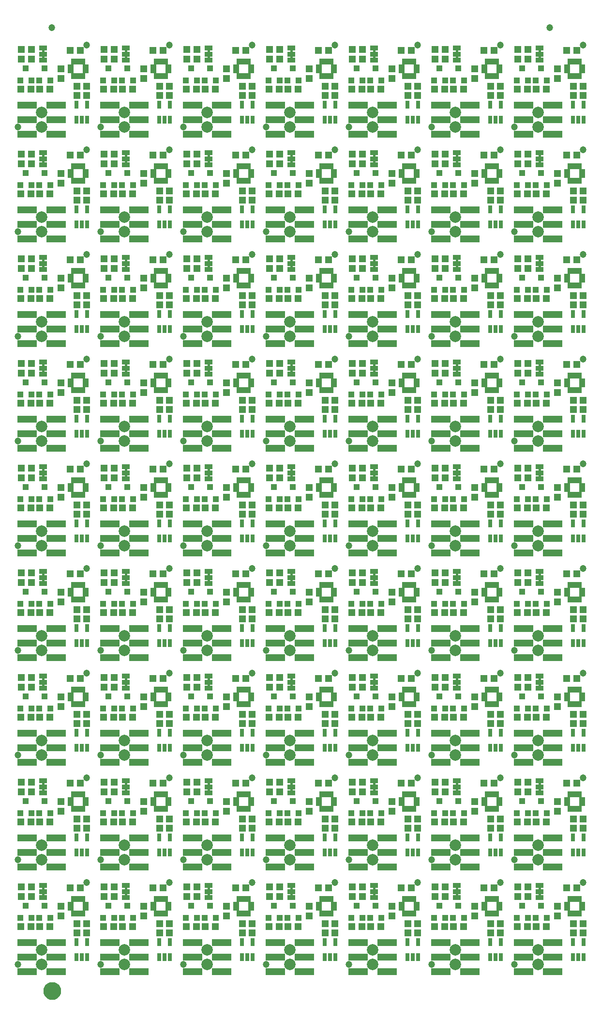
<source format=gts>
G04 EAGLE Gerber RS-274X export*
G75*
%MOMM*%
%FSLAX34Y34*%
%LPD*%
%INSoldermask Top*%
%IPPOS*%
%AMOC8*
5,1,8,0,0,1.08239X$1,22.5*%
G01*
%ADD10R,1.303200X1.203200*%
%ADD11R,1.203200X1.303200*%
%ADD12R,0.753200X1.403200*%
%ADD13C,2.003200*%
%ADD14R,3.373200X1.203200*%
%ADD15C,1.203200*%
%ADD16R,1.003200X1.103200*%
%ADD17R,1.473200X0.863600*%
%ADD18R,1.003200X0.503200*%
%ADD19R,0.503200X1.003200*%
%ADD20C,1.270000*%
%ADD21C,1.703200*%

G36*
X778575Y1617992D02*
X778575Y1617992D01*
X778641Y1617994D01*
X778684Y1618012D01*
X778731Y1618020D01*
X778788Y1618054D01*
X778848Y1618079D01*
X778883Y1618110D01*
X778924Y1618135D01*
X778966Y1618186D01*
X779014Y1618230D01*
X779036Y1618272D01*
X779065Y1618309D01*
X779086Y1618371D01*
X779117Y1618430D01*
X779125Y1618484D01*
X779137Y1618521D01*
X779136Y1618561D01*
X779144Y1618615D01*
X779144Y1622425D01*
X779133Y1622490D01*
X779131Y1622556D01*
X779113Y1622599D01*
X779105Y1622646D01*
X779071Y1622703D01*
X779046Y1622763D01*
X779015Y1622798D01*
X778990Y1622839D01*
X778939Y1622881D01*
X778895Y1622929D01*
X778853Y1622951D01*
X778816Y1622980D01*
X778754Y1623001D01*
X778695Y1623032D01*
X778641Y1623040D01*
X778604Y1623052D01*
X778564Y1623051D01*
X778510Y1623059D01*
X775970Y1623059D01*
X775905Y1623048D01*
X775839Y1623046D01*
X775796Y1623028D01*
X775749Y1623020D01*
X775692Y1622986D01*
X775632Y1622961D01*
X775597Y1622930D01*
X775556Y1622905D01*
X775515Y1622854D01*
X775466Y1622810D01*
X775444Y1622768D01*
X775415Y1622731D01*
X775394Y1622669D01*
X775363Y1622610D01*
X775355Y1622556D01*
X775343Y1622519D01*
X775343Y1622515D01*
X775343Y1622514D01*
X775344Y1622479D01*
X775336Y1622425D01*
X775336Y1618615D01*
X775347Y1618550D01*
X775349Y1618484D01*
X775367Y1618441D01*
X775375Y1618394D01*
X775409Y1618337D01*
X775434Y1618277D01*
X775465Y1618242D01*
X775490Y1618201D01*
X775541Y1618160D01*
X775585Y1618111D01*
X775627Y1618089D01*
X775664Y1618060D01*
X775726Y1618039D01*
X775785Y1618008D01*
X775839Y1618000D01*
X775876Y1617988D01*
X775916Y1617989D01*
X775970Y1617981D01*
X778510Y1617981D01*
X778575Y1617992D01*
G37*
G36*
X923355Y1617992D02*
X923355Y1617992D01*
X923421Y1617994D01*
X923464Y1618012D01*
X923511Y1618020D01*
X923568Y1618054D01*
X923628Y1618079D01*
X923663Y1618110D01*
X923704Y1618135D01*
X923746Y1618186D01*
X923794Y1618230D01*
X923816Y1618272D01*
X923845Y1618309D01*
X923866Y1618371D01*
X923897Y1618430D01*
X923905Y1618484D01*
X923917Y1618521D01*
X923916Y1618561D01*
X923924Y1618615D01*
X923924Y1622425D01*
X923913Y1622490D01*
X923911Y1622556D01*
X923893Y1622599D01*
X923885Y1622646D01*
X923851Y1622703D01*
X923826Y1622763D01*
X923795Y1622798D01*
X923770Y1622839D01*
X923719Y1622881D01*
X923675Y1622929D01*
X923633Y1622951D01*
X923596Y1622980D01*
X923534Y1623001D01*
X923475Y1623032D01*
X923421Y1623040D01*
X923384Y1623052D01*
X923344Y1623051D01*
X923290Y1623059D01*
X920750Y1623059D01*
X920685Y1623048D01*
X920619Y1623046D01*
X920576Y1623028D01*
X920529Y1623020D01*
X920472Y1622986D01*
X920412Y1622961D01*
X920377Y1622930D01*
X920336Y1622905D01*
X920295Y1622854D01*
X920246Y1622810D01*
X920224Y1622768D01*
X920195Y1622731D01*
X920174Y1622669D01*
X920143Y1622610D01*
X920135Y1622556D01*
X920123Y1622519D01*
X920123Y1622515D01*
X920123Y1622514D01*
X920124Y1622479D01*
X920116Y1622425D01*
X920116Y1618615D01*
X920127Y1618550D01*
X920129Y1618484D01*
X920147Y1618441D01*
X920155Y1618394D01*
X920189Y1618337D01*
X920214Y1618277D01*
X920245Y1618242D01*
X920270Y1618201D01*
X920321Y1618160D01*
X920365Y1618111D01*
X920407Y1618089D01*
X920444Y1618060D01*
X920506Y1618039D01*
X920565Y1618008D01*
X920619Y1618000D01*
X920656Y1617988D01*
X920696Y1617989D01*
X920750Y1617981D01*
X923290Y1617981D01*
X923355Y1617992D01*
G37*
G36*
X344235Y1617992D02*
X344235Y1617992D01*
X344301Y1617994D01*
X344344Y1618012D01*
X344391Y1618020D01*
X344448Y1618054D01*
X344508Y1618079D01*
X344543Y1618110D01*
X344584Y1618135D01*
X344626Y1618186D01*
X344674Y1618230D01*
X344696Y1618272D01*
X344725Y1618309D01*
X344746Y1618371D01*
X344777Y1618430D01*
X344785Y1618484D01*
X344797Y1618521D01*
X344796Y1618561D01*
X344804Y1618615D01*
X344804Y1622425D01*
X344793Y1622490D01*
X344791Y1622556D01*
X344773Y1622599D01*
X344765Y1622646D01*
X344731Y1622703D01*
X344706Y1622763D01*
X344675Y1622798D01*
X344650Y1622839D01*
X344599Y1622881D01*
X344555Y1622929D01*
X344513Y1622951D01*
X344476Y1622980D01*
X344414Y1623001D01*
X344355Y1623032D01*
X344301Y1623040D01*
X344264Y1623052D01*
X344224Y1623051D01*
X344170Y1623059D01*
X341630Y1623059D01*
X341565Y1623048D01*
X341499Y1623046D01*
X341456Y1623028D01*
X341409Y1623020D01*
X341352Y1622986D01*
X341292Y1622961D01*
X341257Y1622930D01*
X341216Y1622905D01*
X341175Y1622854D01*
X341126Y1622810D01*
X341104Y1622768D01*
X341075Y1622731D01*
X341054Y1622669D01*
X341023Y1622610D01*
X341015Y1622556D01*
X341003Y1622519D01*
X341003Y1622515D01*
X341003Y1622514D01*
X341004Y1622479D01*
X340996Y1622425D01*
X340996Y1618615D01*
X341007Y1618550D01*
X341009Y1618484D01*
X341027Y1618441D01*
X341035Y1618394D01*
X341069Y1618337D01*
X341094Y1618277D01*
X341125Y1618242D01*
X341150Y1618201D01*
X341201Y1618160D01*
X341245Y1618111D01*
X341287Y1618089D01*
X341324Y1618060D01*
X341386Y1618039D01*
X341445Y1618008D01*
X341499Y1618000D01*
X341536Y1617988D01*
X341576Y1617989D01*
X341630Y1617981D01*
X344170Y1617981D01*
X344235Y1617992D01*
G37*
G36*
X54675Y1617992D02*
X54675Y1617992D01*
X54741Y1617994D01*
X54784Y1618012D01*
X54831Y1618020D01*
X54888Y1618054D01*
X54948Y1618079D01*
X54983Y1618110D01*
X55024Y1618135D01*
X55066Y1618186D01*
X55114Y1618230D01*
X55136Y1618272D01*
X55165Y1618309D01*
X55186Y1618371D01*
X55217Y1618430D01*
X55225Y1618484D01*
X55237Y1618521D01*
X55236Y1618561D01*
X55244Y1618615D01*
X55244Y1622425D01*
X55233Y1622490D01*
X55231Y1622556D01*
X55213Y1622599D01*
X55205Y1622646D01*
X55171Y1622703D01*
X55146Y1622763D01*
X55115Y1622798D01*
X55090Y1622839D01*
X55039Y1622881D01*
X54995Y1622929D01*
X54953Y1622951D01*
X54916Y1622980D01*
X54854Y1623001D01*
X54795Y1623032D01*
X54741Y1623040D01*
X54704Y1623052D01*
X54664Y1623051D01*
X54610Y1623059D01*
X52070Y1623059D01*
X52005Y1623048D01*
X51939Y1623046D01*
X51896Y1623028D01*
X51849Y1623020D01*
X51792Y1622986D01*
X51732Y1622961D01*
X51697Y1622930D01*
X51656Y1622905D01*
X51615Y1622854D01*
X51566Y1622810D01*
X51544Y1622768D01*
X51515Y1622731D01*
X51494Y1622669D01*
X51463Y1622610D01*
X51455Y1622556D01*
X51443Y1622519D01*
X51443Y1622515D01*
X51443Y1622514D01*
X51444Y1622479D01*
X51436Y1622425D01*
X51436Y1618615D01*
X51447Y1618550D01*
X51449Y1618484D01*
X51467Y1618441D01*
X51475Y1618394D01*
X51509Y1618337D01*
X51534Y1618277D01*
X51565Y1618242D01*
X51590Y1618201D01*
X51641Y1618160D01*
X51685Y1618111D01*
X51727Y1618089D01*
X51764Y1618060D01*
X51826Y1618039D01*
X51885Y1618008D01*
X51939Y1618000D01*
X51976Y1617988D01*
X52016Y1617989D01*
X52070Y1617981D01*
X54610Y1617981D01*
X54675Y1617992D01*
G37*
G36*
X633795Y1617992D02*
X633795Y1617992D01*
X633861Y1617994D01*
X633904Y1618012D01*
X633951Y1618020D01*
X634008Y1618054D01*
X634068Y1618079D01*
X634103Y1618110D01*
X634144Y1618135D01*
X634186Y1618186D01*
X634234Y1618230D01*
X634256Y1618272D01*
X634285Y1618309D01*
X634306Y1618371D01*
X634337Y1618430D01*
X634345Y1618484D01*
X634357Y1618521D01*
X634356Y1618561D01*
X634364Y1618615D01*
X634364Y1622425D01*
X634353Y1622490D01*
X634351Y1622556D01*
X634333Y1622599D01*
X634325Y1622646D01*
X634291Y1622703D01*
X634266Y1622763D01*
X634235Y1622798D01*
X634210Y1622839D01*
X634159Y1622881D01*
X634115Y1622929D01*
X634073Y1622951D01*
X634036Y1622980D01*
X633974Y1623001D01*
X633915Y1623032D01*
X633861Y1623040D01*
X633824Y1623052D01*
X633784Y1623051D01*
X633730Y1623059D01*
X631190Y1623059D01*
X631125Y1623048D01*
X631059Y1623046D01*
X631016Y1623028D01*
X630969Y1623020D01*
X630912Y1622986D01*
X630852Y1622961D01*
X630817Y1622930D01*
X630776Y1622905D01*
X630735Y1622854D01*
X630686Y1622810D01*
X630664Y1622768D01*
X630635Y1622731D01*
X630614Y1622669D01*
X630583Y1622610D01*
X630575Y1622556D01*
X630563Y1622519D01*
X630563Y1622515D01*
X630563Y1622514D01*
X630564Y1622479D01*
X630556Y1622425D01*
X630556Y1618615D01*
X630567Y1618550D01*
X630569Y1618484D01*
X630587Y1618441D01*
X630595Y1618394D01*
X630629Y1618337D01*
X630654Y1618277D01*
X630685Y1618242D01*
X630710Y1618201D01*
X630761Y1618160D01*
X630805Y1618111D01*
X630847Y1618089D01*
X630884Y1618060D01*
X630946Y1618039D01*
X631005Y1618008D01*
X631059Y1618000D01*
X631096Y1617988D01*
X631136Y1617989D01*
X631190Y1617981D01*
X633730Y1617981D01*
X633795Y1617992D01*
G37*
G36*
X199455Y1617992D02*
X199455Y1617992D01*
X199521Y1617994D01*
X199564Y1618012D01*
X199611Y1618020D01*
X199668Y1618054D01*
X199728Y1618079D01*
X199763Y1618110D01*
X199804Y1618135D01*
X199846Y1618186D01*
X199894Y1618230D01*
X199916Y1618272D01*
X199945Y1618309D01*
X199966Y1618371D01*
X199997Y1618430D01*
X200005Y1618484D01*
X200017Y1618521D01*
X200016Y1618561D01*
X200024Y1618615D01*
X200024Y1622425D01*
X200013Y1622490D01*
X200011Y1622556D01*
X199993Y1622599D01*
X199985Y1622646D01*
X199951Y1622703D01*
X199926Y1622763D01*
X199895Y1622798D01*
X199870Y1622839D01*
X199819Y1622881D01*
X199775Y1622929D01*
X199733Y1622951D01*
X199696Y1622980D01*
X199634Y1623001D01*
X199575Y1623032D01*
X199521Y1623040D01*
X199484Y1623052D01*
X199444Y1623051D01*
X199390Y1623059D01*
X196850Y1623059D01*
X196785Y1623048D01*
X196719Y1623046D01*
X196676Y1623028D01*
X196629Y1623020D01*
X196572Y1622986D01*
X196512Y1622961D01*
X196477Y1622930D01*
X196436Y1622905D01*
X196395Y1622854D01*
X196346Y1622810D01*
X196324Y1622768D01*
X196295Y1622731D01*
X196274Y1622669D01*
X196243Y1622610D01*
X196235Y1622556D01*
X196223Y1622519D01*
X196223Y1622515D01*
X196223Y1622514D01*
X196224Y1622479D01*
X196216Y1622425D01*
X196216Y1618615D01*
X196227Y1618550D01*
X196229Y1618484D01*
X196247Y1618441D01*
X196255Y1618394D01*
X196289Y1618337D01*
X196314Y1618277D01*
X196345Y1618242D01*
X196370Y1618201D01*
X196421Y1618160D01*
X196465Y1618111D01*
X196507Y1618089D01*
X196544Y1618060D01*
X196606Y1618039D01*
X196665Y1618008D01*
X196719Y1618000D01*
X196756Y1617988D01*
X196796Y1617989D01*
X196850Y1617981D01*
X199390Y1617981D01*
X199455Y1617992D01*
G37*
G36*
X489015Y1617992D02*
X489015Y1617992D01*
X489081Y1617994D01*
X489124Y1618012D01*
X489171Y1618020D01*
X489228Y1618054D01*
X489288Y1618079D01*
X489323Y1618110D01*
X489364Y1618135D01*
X489406Y1618186D01*
X489454Y1618230D01*
X489476Y1618272D01*
X489505Y1618309D01*
X489526Y1618371D01*
X489557Y1618430D01*
X489565Y1618484D01*
X489577Y1618521D01*
X489576Y1618561D01*
X489584Y1618615D01*
X489584Y1622425D01*
X489573Y1622490D01*
X489571Y1622556D01*
X489553Y1622599D01*
X489545Y1622646D01*
X489511Y1622703D01*
X489486Y1622763D01*
X489455Y1622798D01*
X489430Y1622839D01*
X489379Y1622881D01*
X489335Y1622929D01*
X489293Y1622951D01*
X489256Y1622980D01*
X489194Y1623001D01*
X489135Y1623032D01*
X489081Y1623040D01*
X489044Y1623052D01*
X489004Y1623051D01*
X488950Y1623059D01*
X486410Y1623059D01*
X486345Y1623048D01*
X486279Y1623046D01*
X486236Y1623028D01*
X486189Y1623020D01*
X486132Y1622986D01*
X486072Y1622961D01*
X486037Y1622930D01*
X485996Y1622905D01*
X485955Y1622854D01*
X485906Y1622810D01*
X485884Y1622768D01*
X485855Y1622731D01*
X485834Y1622669D01*
X485803Y1622610D01*
X485795Y1622556D01*
X485783Y1622519D01*
X485783Y1622515D01*
X485783Y1622514D01*
X485784Y1622479D01*
X485776Y1622425D01*
X485776Y1618615D01*
X485787Y1618550D01*
X485789Y1618484D01*
X485807Y1618441D01*
X485815Y1618394D01*
X485849Y1618337D01*
X485874Y1618277D01*
X485905Y1618242D01*
X485930Y1618201D01*
X485981Y1618160D01*
X486025Y1618111D01*
X486067Y1618089D01*
X486104Y1618060D01*
X486166Y1618039D01*
X486225Y1618008D01*
X486279Y1618000D01*
X486316Y1617988D01*
X486356Y1617989D01*
X486410Y1617981D01*
X488950Y1617981D01*
X489015Y1617992D01*
G37*
G36*
X633795Y1607832D02*
X633795Y1607832D01*
X633861Y1607834D01*
X633904Y1607852D01*
X633951Y1607860D01*
X634008Y1607894D01*
X634068Y1607919D01*
X634103Y1607950D01*
X634144Y1607975D01*
X634186Y1608026D01*
X634234Y1608070D01*
X634256Y1608112D01*
X634285Y1608149D01*
X634306Y1608211D01*
X634337Y1608270D01*
X634345Y1608324D01*
X634357Y1608361D01*
X634356Y1608401D01*
X634364Y1608455D01*
X634364Y1612265D01*
X634353Y1612330D01*
X634351Y1612396D01*
X634333Y1612439D01*
X634325Y1612486D01*
X634291Y1612543D01*
X634266Y1612603D01*
X634235Y1612638D01*
X634210Y1612679D01*
X634159Y1612721D01*
X634115Y1612769D01*
X634073Y1612791D01*
X634036Y1612820D01*
X633974Y1612841D01*
X633915Y1612872D01*
X633861Y1612880D01*
X633824Y1612892D01*
X633784Y1612891D01*
X633730Y1612899D01*
X631190Y1612899D01*
X631125Y1612888D01*
X631059Y1612886D01*
X631016Y1612868D01*
X630969Y1612860D01*
X630912Y1612826D01*
X630852Y1612801D01*
X630817Y1612770D01*
X630776Y1612745D01*
X630735Y1612694D01*
X630686Y1612650D01*
X630664Y1612608D01*
X630635Y1612571D01*
X630614Y1612509D01*
X630583Y1612450D01*
X630575Y1612396D01*
X630563Y1612359D01*
X630563Y1612355D01*
X630563Y1612354D01*
X630564Y1612319D01*
X630556Y1612265D01*
X630556Y1608455D01*
X630567Y1608390D01*
X630569Y1608324D01*
X630587Y1608281D01*
X630595Y1608234D01*
X630629Y1608177D01*
X630654Y1608117D01*
X630685Y1608082D01*
X630710Y1608041D01*
X630761Y1608000D01*
X630805Y1607951D01*
X630847Y1607929D01*
X630884Y1607900D01*
X630946Y1607879D01*
X631005Y1607848D01*
X631059Y1607840D01*
X631096Y1607828D01*
X631136Y1607829D01*
X631190Y1607821D01*
X633730Y1607821D01*
X633795Y1607832D01*
G37*
G36*
X489015Y1607832D02*
X489015Y1607832D01*
X489081Y1607834D01*
X489124Y1607852D01*
X489171Y1607860D01*
X489228Y1607894D01*
X489288Y1607919D01*
X489323Y1607950D01*
X489364Y1607975D01*
X489406Y1608026D01*
X489454Y1608070D01*
X489476Y1608112D01*
X489505Y1608149D01*
X489526Y1608211D01*
X489557Y1608270D01*
X489565Y1608324D01*
X489577Y1608361D01*
X489576Y1608401D01*
X489584Y1608455D01*
X489584Y1612265D01*
X489573Y1612330D01*
X489571Y1612396D01*
X489553Y1612439D01*
X489545Y1612486D01*
X489511Y1612543D01*
X489486Y1612603D01*
X489455Y1612638D01*
X489430Y1612679D01*
X489379Y1612721D01*
X489335Y1612769D01*
X489293Y1612791D01*
X489256Y1612820D01*
X489194Y1612841D01*
X489135Y1612872D01*
X489081Y1612880D01*
X489044Y1612892D01*
X489004Y1612891D01*
X488950Y1612899D01*
X486410Y1612899D01*
X486345Y1612888D01*
X486279Y1612886D01*
X486236Y1612868D01*
X486189Y1612860D01*
X486132Y1612826D01*
X486072Y1612801D01*
X486037Y1612770D01*
X485996Y1612745D01*
X485955Y1612694D01*
X485906Y1612650D01*
X485884Y1612608D01*
X485855Y1612571D01*
X485834Y1612509D01*
X485803Y1612450D01*
X485795Y1612396D01*
X485783Y1612359D01*
X485783Y1612355D01*
X485783Y1612354D01*
X485784Y1612319D01*
X485776Y1612265D01*
X485776Y1608455D01*
X485787Y1608390D01*
X485789Y1608324D01*
X485807Y1608281D01*
X485815Y1608234D01*
X485849Y1608177D01*
X485874Y1608117D01*
X485905Y1608082D01*
X485930Y1608041D01*
X485981Y1608000D01*
X486025Y1607951D01*
X486067Y1607929D01*
X486104Y1607900D01*
X486166Y1607879D01*
X486225Y1607848D01*
X486279Y1607840D01*
X486316Y1607828D01*
X486356Y1607829D01*
X486410Y1607821D01*
X488950Y1607821D01*
X489015Y1607832D01*
G37*
G36*
X54675Y1607832D02*
X54675Y1607832D01*
X54741Y1607834D01*
X54784Y1607852D01*
X54831Y1607860D01*
X54888Y1607894D01*
X54948Y1607919D01*
X54983Y1607950D01*
X55024Y1607975D01*
X55066Y1608026D01*
X55114Y1608070D01*
X55136Y1608112D01*
X55165Y1608149D01*
X55186Y1608211D01*
X55217Y1608270D01*
X55225Y1608324D01*
X55237Y1608361D01*
X55236Y1608401D01*
X55244Y1608455D01*
X55244Y1612265D01*
X55233Y1612330D01*
X55231Y1612396D01*
X55213Y1612439D01*
X55205Y1612486D01*
X55171Y1612543D01*
X55146Y1612603D01*
X55115Y1612638D01*
X55090Y1612679D01*
X55039Y1612721D01*
X54995Y1612769D01*
X54953Y1612791D01*
X54916Y1612820D01*
X54854Y1612841D01*
X54795Y1612872D01*
X54741Y1612880D01*
X54704Y1612892D01*
X54664Y1612891D01*
X54610Y1612899D01*
X52070Y1612899D01*
X52005Y1612888D01*
X51939Y1612886D01*
X51896Y1612868D01*
X51849Y1612860D01*
X51792Y1612826D01*
X51732Y1612801D01*
X51697Y1612770D01*
X51656Y1612745D01*
X51615Y1612694D01*
X51566Y1612650D01*
X51544Y1612608D01*
X51515Y1612571D01*
X51494Y1612509D01*
X51463Y1612450D01*
X51455Y1612396D01*
X51443Y1612359D01*
X51443Y1612355D01*
X51443Y1612354D01*
X51444Y1612319D01*
X51436Y1612265D01*
X51436Y1608455D01*
X51447Y1608390D01*
X51449Y1608324D01*
X51467Y1608281D01*
X51475Y1608234D01*
X51509Y1608177D01*
X51534Y1608117D01*
X51565Y1608082D01*
X51590Y1608041D01*
X51641Y1608000D01*
X51685Y1607951D01*
X51727Y1607929D01*
X51764Y1607900D01*
X51826Y1607879D01*
X51885Y1607848D01*
X51939Y1607840D01*
X51976Y1607828D01*
X52016Y1607829D01*
X52070Y1607821D01*
X54610Y1607821D01*
X54675Y1607832D01*
G37*
G36*
X778575Y1607832D02*
X778575Y1607832D01*
X778641Y1607834D01*
X778684Y1607852D01*
X778731Y1607860D01*
X778788Y1607894D01*
X778848Y1607919D01*
X778883Y1607950D01*
X778924Y1607975D01*
X778966Y1608026D01*
X779014Y1608070D01*
X779036Y1608112D01*
X779065Y1608149D01*
X779086Y1608211D01*
X779117Y1608270D01*
X779125Y1608324D01*
X779137Y1608361D01*
X779136Y1608401D01*
X779144Y1608455D01*
X779144Y1612265D01*
X779133Y1612330D01*
X779131Y1612396D01*
X779113Y1612439D01*
X779105Y1612486D01*
X779071Y1612543D01*
X779046Y1612603D01*
X779015Y1612638D01*
X778990Y1612679D01*
X778939Y1612721D01*
X778895Y1612769D01*
X778853Y1612791D01*
X778816Y1612820D01*
X778754Y1612841D01*
X778695Y1612872D01*
X778641Y1612880D01*
X778604Y1612892D01*
X778564Y1612891D01*
X778510Y1612899D01*
X775970Y1612899D01*
X775905Y1612888D01*
X775839Y1612886D01*
X775796Y1612868D01*
X775749Y1612860D01*
X775692Y1612826D01*
X775632Y1612801D01*
X775597Y1612770D01*
X775556Y1612745D01*
X775515Y1612694D01*
X775466Y1612650D01*
X775444Y1612608D01*
X775415Y1612571D01*
X775394Y1612509D01*
X775363Y1612450D01*
X775355Y1612396D01*
X775343Y1612359D01*
X775343Y1612355D01*
X775343Y1612354D01*
X775344Y1612319D01*
X775336Y1612265D01*
X775336Y1608455D01*
X775347Y1608390D01*
X775349Y1608324D01*
X775367Y1608281D01*
X775375Y1608234D01*
X775409Y1608177D01*
X775434Y1608117D01*
X775465Y1608082D01*
X775490Y1608041D01*
X775541Y1608000D01*
X775585Y1607951D01*
X775627Y1607929D01*
X775664Y1607900D01*
X775726Y1607879D01*
X775785Y1607848D01*
X775839Y1607840D01*
X775876Y1607828D01*
X775916Y1607829D01*
X775970Y1607821D01*
X778510Y1607821D01*
X778575Y1607832D01*
G37*
G36*
X199455Y1607832D02*
X199455Y1607832D01*
X199521Y1607834D01*
X199564Y1607852D01*
X199611Y1607860D01*
X199668Y1607894D01*
X199728Y1607919D01*
X199763Y1607950D01*
X199804Y1607975D01*
X199846Y1608026D01*
X199894Y1608070D01*
X199916Y1608112D01*
X199945Y1608149D01*
X199966Y1608211D01*
X199997Y1608270D01*
X200005Y1608324D01*
X200017Y1608361D01*
X200016Y1608401D01*
X200024Y1608455D01*
X200024Y1612265D01*
X200013Y1612330D01*
X200011Y1612396D01*
X199993Y1612439D01*
X199985Y1612486D01*
X199951Y1612543D01*
X199926Y1612603D01*
X199895Y1612638D01*
X199870Y1612679D01*
X199819Y1612721D01*
X199775Y1612769D01*
X199733Y1612791D01*
X199696Y1612820D01*
X199634Y1612841D01*
X199575Y1612872D01*
X199521Y1612880D01*
X199484Y1612892D01*
X199444Y1612891D01*
X199390Y1612899D01*
X196850Y1612899D01*
X196785Y1612888D01*
X196719Y1612886D01*
X196676Y1612868D01*
X196629Y1612860D01*
X196572Y1612826D01*
X196512Y1612801D01*
X196477Y1612770D01*
X196436Y1612745D01*
X196395Y1612694D01*
X196346Y1612650D01*
X196324Y1612608D01*
X196295Y1612571D01*
X196274Y1612509D01*
X196243Y1612450D01*
X196235Y1612396D01*
X196223Y1612359D01*
X196223Y1612355D01*
X196223Y1612354D01*
X196224Y1612319D01*
X196216Y1612265D01*
X196216Y1608455D01*
X196227Y1608390D01*
X196229Y1608324D01*
X196247Y1608281D01*
X196255Y1608234D01*
X196289Y1608177D01*
X196314Y1608117D01*
X196345Y1608082D01*
X196370Y1608041D01*
X196421Y1608000D01*
X196465Y1607951D01*
X196507Y1607929D01*
X196544Y1607900D01*
X196606Y1607879D01*
X196665Y1607848D01*
X196719Y1607840D01*
X196756Y1607828D01*
X196796Y1607829D01*
X196850Y1607821D01*
X199390Y1607821D01*
X199455Y1607832D01*
G37*
G36*
X344235Y1607832D02*
X344235Y1607832D01*
X344301Y1607834D01*
X344344Y1607852D01*
X344391Y1607860D01*
X344448Y1607894D01*
X344508Y1607919D01*
X344543Y1607950D01*
X344584Y1607975D01*
X344626Y1608026D01*
X344674Y1608070D01*
X344696Y1608112D01*
X344725Y1608149D01*
X344746Y1608211D01*
X344777Y1608270D01*
X344785Y1608324D01*
X344797Y1608361D01*
X344796Y1608401D01*
X344804Y1608455D01*
X344804Y1612265D01*
X344793Y1612330D01*
X344791Y1612396D01*
X344773Y1612439D01*
X344765Y1612486D01*
X344731Y1612543D01*
X344706Y1612603D01*
X344675Y1612638D01*
X344650Y1612679D01*
X344599Y1612721D01*
X344555Y1612769D01*
X344513Y1612791D01*
X344476Y1612820D01*
X344414Y1612841D01*
X344355Y1612872D01*
X344301Y1612880D01*
X344264Y1612892D01*
X344224Y1612891D01*
X344170Y1612899D01*
X341630Y1612899D01*
X341565Y1612888D01*
X341499Y1612886D01*
X341456Y1612868D01*
X341409Y1612860D01*
X341352Y1612826D01*
X341292Y1612801D01*
X341257Y1612770D01*
X341216Y1612745D01*
X341175Y1612694D01*
X341126Y1612650D01*
X341104Y1612608D01*
X341075Y1612571D01*
X341054Y1612509D01*
X341023Y1612450D01*
X341015Y1612396D01*
X341003Y1612359D01*
X341003Y1612355D01*
X341003Y1612354D01*
X341004Y1612319D01*
X340996Y1612265D01*
X340996Y1608455D01*
X341007Y1608390D01*
X341009Y1608324D01*
X341027Y1608281D01*
X341035Y1608234D01*
X341069Y1608177D01*
X341094Y1608117D01*
X341125Y1608082D01*
X341150Y1608041D01*
X341201Y1608000D01*
X341245Y1607951D01*
X341287Y1607929D01*
X341324Y1607900D01*
X341386Y1607879D01*
X341445Y1607848D01*
X341499Y1607840D01*
X341536Y1607828D01*
X341576Y1607829D01*
X341630Y1607821D01*
X344170Y1607821D01*
X344235Y1607832D01*
G37*
G36*
X923355Y1607832D02*
X923355Y1607832D01*
X923421Y1607834D01*
X923464Y1607852D01*
X923511Y1607860D01*
X923568Y1607894D01*
X923628Y1607919D01*
X923663Y1607950D01*
X923704Y1607975D01*
X923746Y1608026D01*
X923794Y1608070D01*
X923816Y1608112D01*
X923845Y1608149D01*
X923866Y1608211D01*
X923897Y1608270D01*
X923905Y1608324D01*
X923917Y1608361D01*
X923916Y1608401D01*
X923924Y1608455D01*
X923924Y1612265D01*
X923913Y1612330D01*
X923911Y1612396D01*
X923893Y1612439D01*
X923885Y1612486D01*
X923851Y1612543D01*
X923826Y1612603D01*
X923795Y1612638D01*
X923770Y1612679D01*
X923719Y1612721D01*
X923675Y1612769D01*
X923633Y1612791D01*
X923596Y1612820D01*
X923534Y1612841D01*
X923475Y1612872D01*
X923421Y1612880D01*
X923384Y1612892D01*
X923344Y1612891D01*
X923290Y1612899D01*
X920750Y1612899D01*
X920685Y1612888D01*
X920619Y1612886D01*
X920576Y1612868D01*
X920529Y1612860D01*
X920472Y1612826D01*
X920412Y1612801D01*
X920377Y1612770D01*
X920336Y1612745D01*
X920295Y1612694D01*
X920246Y1612650D01*
X920224Y1612608D01*
X920195Y1612571D01*
X920174Y1612509D01*
X920143Y1612450D01*
X920135Y1612396D01*
X920123Y1612359D01*
X920123Y1612355D01*
X920123Y1612354D01*
X920124Y1612319D01*
X920116Y1612265D01*
X920116Y1608455D01*
X920127Y1608390D01*
X920129Y1608324D01*
X920147Y1608281D01*
X920155Y1608234D01*
X920189Y1608177D01*
X920214Y1608117D01*
X920245Y1608082D01*
X920270Y1608041D01*
X920321Y1608000D01*
X920365Y1607951D01*
X920407Y1607929D01*
X920444Y1607900D01*
X920506Y1607879D01*
X920565Y1607848D01*
X920619Y1607840D01*
X920656Y1607828D01*
X920696Y1607829D01*
X920750Y1607821D01*
X923290Y1607821D01*
X923355Y1607832D01*
G37*
G36*
X199455Y1435112D02*
X199455Y1435112D01*
X199521Y1435114D01*
X199564Y1435132D01*
X199611Y1435140D01*
X199668Y1435174D01*
X199728Y1435199D01*
X199763Y1435230D01*
X199804Y1435255D01*
X199846Y1435306D01*
X199894Y1435350D01*
X199916Y1435392D01*
X199945Y1435429D01*
X199966Y1435491D01*
X199997Y1435550D01*
X200005Y1435604D01*
X200017Y1435641D01*
X200016Y1435681D01*
X200024Y1435735D01*
X200024Y1439545D01*
X200013Y1439610D01*
X200011Y1439676D01*
X199993Y1439719D01*
X199985Y1439766D01*
X199951Y1439823D01*
X199926Y1439883D01*
X199895Y1439918D01*
X199870Y1439959D01*
X199819Y1440001D01*
X199775Y1440049D01*
X199733Y1440071D01*
X199696Y1440100D01*
X199634Y1440121D01*
X199575Y1440152D01*
X199521Y1440160D01*
X199484Y1440172D01*
X199444Y1440171D01*
X199390Y1440179D01*
X196850Y1440179D01*
X196785Y1440168D01*
X196719Y1440166D01*
X196676Y1440148D01*
X196629Y1440140D01*
X196572Y1440106D01*
X196512Y1440081D01*
X196477Y1440050D01*
X196436Y1440025D01*
X196395Y1439974D01*
X196346Y1439930D01*
X196324Y1439888D01*
X196295Y1439851D01*
X196274Y1439789D01*
X196243Y1439730D01*
X196235Y1439676D01*
X196223Y1439639D01*
X196223Y1439635D01*
X196223Y1439634D01*
X196224Y1439599D01*
X196216Y1439545D01*
X196216Y1435735D01*
X196227Y1435670D01*
X196229Y1435604D01*
X196247Y1435561D01*
X196255Y1435514D01*
X196289Y1435457D01*
X196314Y1435397D01*
X196345Y1435362D01*
X196370Y1435321D01*
X196421Y1435280D01*
X196465Y1435231D01*
X196507Y1435209D01*
X196544Y1435180D01*
X196606Y1435159D01*
X196665Y1435128D01*
X196719Y1435120D01*
X196756Y1435108D01*
X196796Y1435109D01*
X196850Y1435101D01*
X199390Y1435101D01*
X199455Y1435112D01*
G37*
G36*
X54675Y1435112D02*
X54675Y1435112D01*
X54741Y1435114D01*
X54784Y1435132D01*
X54831Y1435140D01*
X54888Y1435174D01*
X54948Y1435199D01*
X54983Y1435230D01*
X55024Y1435255D01*
X55066Y1435306D01*
X55114Y1435350D01*
X55136Y1435392D01*
X55165Y1435429D01*
X55186Y1435491D01*
X55217Y1435550D01*
X55225Y1435604D01*
X55237Y1435641D01*
X55236Y1435681D01*
X55244Y1435735D01*
X55244Y1439545D01*
X55233Y1439610D01*
X55231Y1439676D01*
X55213Y1439719D01*
X55205Y1439766D01*
X55171Y1439823D01*
X55146Y1439883D01*
X55115Y1439918D01*
X55090Y1439959D01*
X55039Y1440001D01*
X54995Y1440049D01*
X54953Y1440071D01*
X54916Y1440100D01*
X54854Y1440121D01*
X54795Y1440152D01*
X54741Y1440160D01*
X54704Y1440172D01*
X54664Y1440171D01*
X54610Y1440179D01*
X52070Y1440179D01*
X52005Y1440168D01*
X51939Y1440166D01*
X51896Y1440148D01*
X51849Y1440140D01*
X51792Y1440106D01*
X51732Y1440081D01*
X51697Y1440050D01*
X51656Y1440025D01*
X51615Y1439974D01*
X51566Y1439930D01*
X51544Y1439888D01*
X51515Y1439851D01*
X51494Y1439789D01*
X51463Y1439730D01*
X51455Y1439676D01*
X51443Y1439639D01*
X51443Y1439635D01*
X51443Y1439634D01*
X51444Y1439599D01*
X51436Y1439545D01*
X51436Y1435735D01*
X51447Y1435670D01*
X51449Y1435604D01*
X51467Y1435561D01*
X51475Y1435514D01*
X51509Y1435457D01*
X51534Y1435397D01*
X51565Y1435362D01*
X51590Y1435321D01*
X51641Y1435280D01*
X51685Y1435231D01*
X51727Y1435209D01*
X51764Y1435180D01*
X51826Y1435159D01*
X51885Y1435128D01*
X51939Y1435120D01*
X51976Y1435108D01*
X52016Y1435109D01*
X52070Y1435101D01*
X54610Y1435101D01*
X54675Y1435112D01*
G37*
G36*
X344235Y1435112D02*
X344235Y1435112D01*
X344301Y1435114D01*
X344344Y1435132D01*
X344391Y1435140D01*
X344448Y1435174D01*
X344508Y1435199D01*
X344543Y1435230D01*
X344584Y1435255D01*
X344626Y1435306D01*
X344674Y1435350D01*
X344696Y1435392D01*
X344725Y1435429D01*
X344746Y1435491D01*
X344777Y1435550D01*
X344785Y1435604D01*
X344797Y1435641D01*
X344796Y1435681D01*
X344804Y1435735D01*
X344804Y1439545D01*
X344793Y1439610D01*
X344791Y1439676D01*
X344773Y1439719D01*
X344765Y1439766D01*
X344731Y1439823D01*
X344706Y1439883D01*
X344675Y1439918D01*
X344650Y1439959D01*
X344599Y1440001D01*
X344555Y1440049D01*
X344513Y1440071D01*
X344476Y1440100D01*
X344414Y1440121D01*
X344355Y1440152D01*
X344301Y1440160D01*
X344264Y1440172D01*
X344224Y1440171D01*
X344170Y1440179D01*
X341630Y1440179D01*
X341565Y1440168D01*
X341499Y1440166D01*
X341456Y1440148D01*
X341409Y1440140D01*
X341352Y1440106D01*
X341292Y1440081D01*
X341257Y1440050D01*
X341216Y1440025D01*
X341175Y1439974D01*
X341126Y1439930D01*
X341104Y1439888D01*
X341075Y1439851D01*
X341054Y1439789D01*
X341023Y1439730D01*
X341015Y1439676D01*
X341003Y1439639D01*
X341003Y1439635D01*
X341003Y1439634D01*
X341004Y1439599D01*
X340996Y1439545D01*
X340996Y1435735D01*
X341007Y1435670D01*
X341009Y1435604D01*
X341027Y1435561D01*
X341035Y1435514D01*
X341069Y1435457D01*
X341094Y1435397D01*
X341125Y1435362D01*
X341150Y1435321D01*
X341201Y1435280D01*
X341245Y1435231D01*
X341287Y1435209D01*
X341324Y1435180D01*
X341386Y1435159D01*
X341445Y1435128D01*
X341499Y1435120D01*
X341536Y1435108D01*
X341576Y1435109D01*
X341630Y1435101D01*
X344170Y1435101D01*
X344235Y1435112D01*
G37*
G36*
X633795Y1435112D02*
X633795Y1435112D01*
X633861Y1435114D01*
X633904Y1435132D01*
X633951Y1435140D01*
X634008Y1435174D01*
X634068Y1435199D01*
X634103Y1435230D01*
X634144Y1435255D01*
X634186Y1435306D01*
X634234Y1435350D01*
X634256Y1435392D01*
X634285Y1435429D01*
X634306Y1435491D01*
X634337Y1435550D01*
X634345Y1435604D01*
X634357Y1435641D01*
X634356Y1435681D01*
X634364Y1435735D01*
X634364Y1439545D01*
X634353Y1439610D01*
X634351Y1439676D01*
X634333Y1439719D01*
X634325Y1439766D01*
X634291Y1439823D01*
X634266Y1439883D01*
X634235Y1439918D01*
X634210Y1439959D01*
X634159Y1440001D01*
X634115Y1440049D01*
X634073Y1440071D01*
X634036Y1440100D01*
X633974Y1440121D01*
X633915Y1440152D01*
X633861Y1440160D01*
X633824Y1440172D01*
X633784Y1440171D01*
X633730Y1440179D01*
X631190Y1440179D01*
X631125Y1440168D01*
X631059Y1440166D01*
X631016Y1440148D01*
X630969Y1440140D01*
X630912Y1440106D01*
X630852Y1440081D01*
X630817Y1440050D01*
X630776Y1440025D01*
X630735Y1439974D01*
X630686Y1439930D01*
X630664Y1439888D01*
X630635Y1439851D01*
X630614Y1439789D01*
X630583Y1439730D01*
X630575Y1439676D01*
X630563Y1439639D01*
X630563Y1439635D01*
X630563Y1439634D01*
X630564Y1439599D01*
X630556Y1439545D01*
X630556Y1435735D01*
X630567Y1435670D01*
X630569Y1435604D01*
X630587Y1435561D01*
X630595Y1435514D01*
X630629Y1435457D01*
X630654Y1435397D01*
X630685Y1435362D01*
X630710Y1435321D01*
X630761Y1435280D01*
X630805Y1435231D01*
X630847Y1435209D01*
X630884Y1435180D01*
X630946Y1435159D01*
X631005Y1435128D01*
X631059Y1435120D01*
X631096Y1435108D01*
X631136Y1435109D01*
X631190Y1435101D01*
X633730Y1435101D01*
X633795Y1435112D01*
G37*
G36*
X778575Y1435112D02*
X778575Y1435112D01*
X778641Y1435114D01*
X778684Y1435132D01*
X778731Y1435140D01*
X778788Y1435174D01*
X778848Y1435199D01*
X778883Y1435230D01*
X778924Y1435255D01*
X778966Y1435306D01*
X779014Y1435350D01*
X779036Y1435392D01*
X779065Y1435429D01*
X779086Y1435491D01*
X779117Y1435550D01*
X779125Y1435604D01*
X779137Y1435641D01*
X779136Y1435681D01*
X779144Y1435735D01*
X779144Y1439545D01*
X779133Y1439610D01*
X779131Y1439676D01*
X779113Y1439719D01*
X779105Y1439766D01*
X779071Y1439823D01*
X779046Y1439883D01*
X779015Y1439918D01*
X778990Y1439959D01*
X778939Y1440001D01*
X778895Y1440049D01*
X778853Y1440071D01*
X778816Y1440100D01*
X778754Y1440121D01*
X778695Y1440152D01*
X778641Y1440160D01*
X778604Y1440172D01*
X778564Y1440171D01*
X778510Y1440179D01*
X775970Y1440179D01*
X775905Y1440168D01*
X775839Y1440166D01*
X775796Y1440148D01*
X775749Y1440140D01*
X775692Y1440106D01*
X775632Y1440081D01*
X775597Y1440050D01*
X775556Y1440025D01*
X775515Y1439974D01*
X775466Y1439930D01*
X775444Y1439888D01*
X775415Y1439851D01*
X775394Y1439789D01*
X775363Y1439730D01*
X775355Y1439676D01*
X775343Y1439639D01*
X775343Y1439635D01*
X775343Y1439634D01*
X775344Y1439599D01*
X775336Y1439545D01*
X775336Y1435735D01*
X775347Y1435670D01*
X775349Y1435604D01*
X775367Y1435561D01*
X775375Y1435514D01*
X775409Y1435457D01*
X775434Y1435397D01*
X775465Y1435362D01*
X775490Y1435321D01*
X775541Y1435280D01*
X775585Y1435231D01*
X775627Y1435209D01*
X775664Y1435180D01*
X775726Y1435159D01*
X775785Y1435128D01*
X775839Y1435120D01*
X775876Y1435108D01*
X775916Y1435109D01*
X775970Y1435101D01*
X778510Y1435101D01*
X778575Y1435112D01*
G37*
G36*
X923355Y1435112D02*
X923355Y1435112D01*
X923421Y1435114D01*
X923464Y1435132D01*
X923511Y1435140D01*
X923568Y1435174D01*
X923628Y1435199D01*
X923663Y1435230D01*
X923704Y1435255D01*
X923746Y1435306D01*
X923794Y1435350D01*
X923816Y1435392D01*
X923845Y1435429D01*
X923866Y1435491D01*
X923897Y1435550D01*
X923905Y1435604D01*
X923917Y1435641D01*
X923916Y1435681D01*
X923924Y1435735D01*
X923924Y1439545D01*
X923913Y1439610D01*
X923911Y1439676D01*
X923893Y1439719D01*
X923885Y1439766D01*
X923851Y1439823D01*
X923826Y1439883D01*
X923795Y1439918D01*
X923770Y1439959D01*
X923719Y1440001D01*
X923675Y1440049D01*
X923633Y1440071D01*
X923596Y1440100D01*
X923534Y1440121D01*
X923475Y1440152D01*
X923421Y1440160D01*
X923384Y1440172D01*
X923344Y1440171D01*
X923290Y1440179D01*
X920750Y1440179D01*
X920685Y1440168D01*
X920619Y1440166D01*
X920576Y1440148D01*
X920529Y1440140D01*
X920472Y1440106D01*
X920412Y1440081D01*
X920377Y1440050D01*
X920336Y1440025D01*
X920295Y1439974D01*
X920246Y1439930D01*
X920224Y1439888D01*
X920195Y1439851D01*
X920174Y1439789D01*
X920143Y1439730D01*
X920135Y1439676D01*
X920123Y1439639D01*
X920123Y1439635D01*
X920123Y1439634D01*
X920124Y1439599D01*
X920116Y1439545D01*
X920116Y1435735D01*
X920127Y1435670D01*
X920129Y1435604D01*
X920147Y1435561D01*
X920155Y1435514D01*
X920189Y1435457D01*
X920214Y1435397D01*
X920245Y1435362D01*
X920270Y1435321D01*
X920321Y1435280D01*
X920365Y1435231D01*
X920407Y1435209D01*
X920444Y1435180D01*
X920506Y1435159D01*
X920565Y1435128D01*
X920619Y1435120D01*
X920656Y1435108D01*
X920696Y1435109D01*
X920750Y1435101D01*
X923290Y1435101D01*
X923355Y1435112D01*
G37*
G36*
X489015Y1435112D02*
X489015Y1435112D01*
X489081Y1435114D01*
X489124Y1435132D01*
X489171Y1435140D01*
X489228Y1435174D01*
X489288Y1435199D01*
X489323Y1435230D01*
X489364Y1435255D01*
X489406Y1435306D01*
X489454Y1435350D01*
X489476Y1435392D01*
X489505Y1435429D01*
X489526Y1435491D01*
X489557Y1435550D01*
X489565Y1435604D01*
X489577Y1435641D01*
X489576Y1435681D01*
X489584Y1435735D01*
X489584Y1439545D01*
X489573Y1439610D01*
X489571Y1439676D01*
X489553Y1439719D01*
X489545Y1439766D01*
X489511Y1439823D01*
X489486Y1439883D01*
X489455Y1439918D01*
X489430Y1439959D01*
X489379Y1440001D01*
X489335Y1440049D01*
X489293Y1440071D01*
X489256Y1440100D01*
X489194Y1440121D01*
X489135Y1440152D01*
X489081Y1440160D01*
X489044Y1440172D01*
X489004Y1440171D01*
X488950Y1440179D01*
X486410Y1440179D01*
X486345Y1440168D01*
X486279Y1440166D01*
X486236Y1440148D01*
X486189Y1440140D01*
X486132Y1440106D01*
X486072Y1440081D01*
X486037Y1440050D01*
X485996Y1440025D01*
X485955Y1439974D01*
X485906Y1439930D01*
X485884Y1439888D01*
X485855Y1439851D01*
X485834Y1439789D01*
X485803Y1439730D01*
X485795Y1439676D01*
X485783Y1439639D01*
X485783Y1439635D01*
X485783Y1439634D01*
X485784Y1439599D01*
X485776Y1439545D01*
X485776Y1435735D01*
X485787Y1435670D01*
X485789Y1435604D01*
X485807Y1435561D01*
X485815Y1435514D01*
X485849Y1435457D01*
X485874Y1435397D01*
X485905Y1435362D01*
X485930Y1435321D01*
X485981Y1435280D01*
X486025Y1435231D01*
X486067Y1435209D01*
X486104Y1435180D01*
X486166Y1435159D01*
X486225Y1435128D01*
X486279Y1435120D01*
X486316Y1435108D01*
X486356Y1435109D01*
X486410Y1435101D01*
X488950Y1435101D01*
X489015Y1435112D01*
G37*
G36*
X923355Y1424952D02*
X923355Y1424952D01*
X923421Y1424954D01*
X923464Y1424972D01*
X923511Y1424980D01*
X923568Y1425014D01*
X923628Y1425039D01*
X923663Y1425070D01*
X923704Y1425095D01*
X923746Y1425146D01*
X923794Y1425190D01*
X923816Y1425232D01*
X923845Y1425269D01*
X923866Y1425331D01*
X923897Y1425390D01*
X923905Y1425444D01*
X923917Y1425481D01*
X923916Y1425521D01*
X923924Y1425575D01*
X923924Y1429385D01*
X923913Y1429450D01*
X923911Y1429516D01*
X923893Y1429559D01*
X923885Y1429606D01*
X923851Y1429663D01*
X923826Y1429723D01*
X923795Y1429758D01*
X923770Y1429799D01*
X923719Y1429841D01*
X923675Y1429889D01*
X923633Y1429911D01*
X923596Y1429940D01*
X923534Y1429961D01*
X923475Y1429992D01*
X923421Y1430000D01*
X923384Y1430012D01*
X923344Y1430011D01*
X923290Y1430019D01*
X920750Y1430019D01*
X920685Y1430008D01*
X920619Y1430006D01*
X920576Y1429988D01*
X920529Y1429980D01*
X920472Y1429946D01*
X920412Y1429921D01*
X920377Y1429890D01*
X920336Y1429865D01*
X920295Y1429814D01*
X920246Y1429770D01*
X920224Y1429728D01*
X920195Y1429691D01*
X920174Y1429629D01*
X920143Y1429570D01*
X920135Y1429516D01*
X920123Y1429479D01*
X920123Y1429475D01*
X920123Y1429474D01*
X920124Y1429439D01*
X920116Y1429385D01*
X920116Y1425575D01*
X920127Y1425510D01*
X920129Y1425444D01*
X920147Y1425401D01*
X920155Y1425354D01*
X920189Y1425297D01*
X920214Y1425237D01*
X920245Y1425202D01*
X920270Y1425161D01*
X920321Y1425120D01*
X920365Y1425071D01*
X920407Y1425049D01*
X920444Y1425020D01*
X920506Y1424999D01*
X920565Y1424968D01*
X920619Y1424960D01*
X920656Y1424948D01*
X920696Y1424949D01*
X920750Y1424941D01*
X923290Y1424941D01*
X923355Y1424952D01*
G37*
G36*
X489015Y1424952D02*
X489015Y1424952D01*
X489081Y1424954D01*
X489124Y1424972D01*
X489171Y1424980D01*
X489228Y1425014D01*
X489288Y1425039D01*
X489323Y1425070D01*
X489364Y1425095D01*
X489406Y1425146D01*
X489454Y1425190D01*
X489476Y1425232D01*
X489505Y1425269D01*
X489526Y1425331D01*
X489557Y1425390D01*
X489565Y1425444D01*
X489577Y1425481D01*
X489576Y1425521D01*
X489584Y1425575D01*
X489584Y1429385D01*
X489573Y1429450D01*
X489571Y1429516D01*
X489553Y1429559D01*
X489545Y1429606D01*
X489511Y1429663D01*
X489486Y1429723D01*
X489455Y1429758D01*
X489430Y1429799D01*
X489379Y1429841D01*
X489335Y1429889D01*
X489293Y1429911D01*
X489256Y1429940D01*
X489194Y1429961D01*
X489135Y1429992D01*
X489081Y1430000D01*
X489044Y1430012D01*
X489004Y1430011D01*
X488950Y1430019D01*
X486410Y1430019D01*
X486345Y1430008D01*
X486279Y1430006D01*
X486236Y1429988D01*
X486189Y1429980D01*
X486132Y1429946D01*
X486072Y1429921D01*
X486037Y1429890D01*
X485996Y1429865D01*
X485955Y1429814D01*
X485906Y1429770D01*
X485884Y1429728D01*
X485855Y1429691D01*
X485834Y1429629D01*
X485803Y1429570D01*
X485795Y1429516D01*
X485783Y1429479D01*
X485783Y1429475D01*
X485783Y1429474D01*
X485784Y1429439D01*
X485776Y1429385D01*
X485776Y1425575D01*
X485787Y1425510D01*
X485789Y1425444D01*
X485807Y1425401D01*
X485815Y1425354D01*
X485849Y1425297D01*
X485874Y1425237D01*
X485905Y1425202D01*
X485930Y1425161D01*
X485981Y1425120D01*
X486025Y1425071D01*
X486067Y1425049D01*
X486104Y1425020D01*
X486166Y1424999D01*
X486225Y1424968D01*
X486279Y1424960D01*
X486316Y1424948D01*
X486356Y1424949D01*
X486410Y1424941D01*
X488950Y1424941D01*
X489015Y1424952D01*
G37*
G36*
X199455Y1424952D02*
X199455Y1424952D01*
X199521Y1424954D01*
X199564Y1424972D01*
X199611Y1424980D01*
X199668Y1425014D01*
X199728Y1425039D01*
X199763Y1425070D01*
X199804Y1425095D01*
X199846Y1425146D01*
X199894Y1425190D01*
X199916Y1425232D01*
X199945Y1425269D01*
X199966Y1425331D01*
X199997Y1425390D01*
X200005Y1425444D01*
X200017Y1425481D01*
X200016Y1425521D01*
X200024Y1425575D01*
X200024Y1429385D01*
X200013Y1429450D01*
X200011Y1429516D01*
X199993Y1429559D01*
X199985Y1429606D01*
X199951Y1429663D01*
X199926Y1429723D01*
X199895Y1429758D01*
X199870Y1429799D01*
X199819Y1429841D01*
X199775Y1429889D01*
X199733Y1429911D01*
X199696Y1429940D01*
X199634Y1429961D01*
X199575Y1429992D01*
X199521Y1430000D01*
X199484Y1430012D01*
X199444Y1430011D01*
X199390Y1430019D01*
X196850Y1430019D01*
X196785Y1430008D01*
X196719Y1430006D01*
X196676Y1429988D01*
X196629Y1429980D01*
X196572Y1429946D01*
X196512Y1429921D01*
X196477Y1429890D01*
X196436Y1429865D01*
X196395Y1429814D01*
X196346Y1429770D01*
X196324Y1429728D01*
X196295Y1429691D01*
X196274Y1429629D01*
X196243Y1429570D01*
X196235Y1429516D01*
X196223Y1429479D01*
X196223Y1429475D01*
X196223Y1429474D01*
X196224Y1429439D01*
X196216Y1429385D01*
X196216Y1425575D01*
X196227Y1425510D01*
X196229Y1425444D01*
X196247Y1425401D01*
X196255Y1425354D01*
X196289Y1425297D01*
X196314Y1425237D01*
X196345Y1425202D01*
X196370Y1425161D01*
X196421Y1425120D01*
X196465Y1425071D01*
X196507Y1425049D01*
X196544Y1425020D01*
X196606Y1424999D01*
X196665Y1424968D01*
X196719Y1424960D01*
X196756Y1424948D01*
X196796Y1424949D01*
X196850Y1424941D01*
X199390Y1424941D01*
X199455Y1424952D01*
G37*
G36*
X344235Y1424952D02*
X344235Y1424952D01*
X344301Y1424954D01*
X344344Y1424972D01*
X344391Y1424980D01*
X344448Y1425014D01*
X344508Y1425039D01*
X344543Y1425070D01*
X344584Y1425095D01*
X344626Y1425146D01*
X344674Y1425190D01*
X344696Y1425232D01*
X344725Y1425269D01*
X344746Y1425331D01*
X344777Y1425390D01*
X344785Y1425444D01*
X344797Y1425481D01*
X344796Y1425521D01*
X344804Y1425575D01*
X344804Y1429385D01*
X344793Y1429450D01*
X344791Y1429516D01*
X344773Y1429559D01*
X344765Y1429606D01*
X344731Y1429663D01*
X344706Y1429723D01*
X344675Y1429758D01*
X344650Y1429799D01*
X344599Y1429841D01*
X344555Y1429889D01*
X344513Y1429911D01*
X344476Y1429940D01*
X344414Y1429961D01*
X344355Y1429992D01*
X344301Y1430000D01*
X344264Y1430012D01*
X344224Y1430011D01*
X344170Y1430019D01*
X341630Y1430019D01*
X341565Y1430008D01*
X341499Y1430006D01*
X341456Y1429988D01*
X341409Y1429980D01*
X341352Y1429946D01*
X341292Y1429921D01*
X341257Y1429890D01*
X341216Y1429865D01*
X341175Y1429814D01*
X341126Y1429770D01*
X341104Y1429728D01*
X341075Y1429691D01*
X341054Y1429629D01*
X341023Y1429570D01*
X341015Y1429516D01*
X341003Y1429479D01*
X341003Y1429475D01*
X341003Y1429474D01*
X341004Y1429439D01*
X340996Y1429385D01*
X340996Y1425575D01*
X341007Y1425510D01*
X341009Y1425444D01*
X341027Y1425401D01*
X341035Y1425354D01*
X341069Y1425297D01*
X341094Y1425237D01*
X341125Y1425202D01*
X341150Y1425161D01*
X341201Y1425120D01*
X341245Y1425071D01*
X341287Y1425049D01*
X341324Y1425020D01*
X341386Y1424999D01*
X341445Y1424968D01*
X341499Y1424960D01*
X341536Y1424948D01*
X341576Y1424949D01*
X341630Y1424941D01*
X344170Y1424941D01*
X344235Y1424952D01*
G37*
G36*
X633795Y1424952D02*
X633795Y1424952D01*
X633861Y1424954D01*
X633904Y1424972D01*
X633951Y1424980D01*
X634008Y1425014D01*
X634068Y1425039D01*
X634103Y1425070D01*
X634144Y1425095D01*
X634186Y1425146D01*
X634234Y1425190D01*
X634256Y1425232D01*
X634285Y1425269D01*
X634306Y1425331D01*
X634337Y1425390D01*
X634345Y1425444D01*
X634357Y1425481D01*
X634356Y1425521D01*
X634364Y1425575D01*
X634364Y1429385D01*
X634353Y1429450D01*
X634351Y1429516D01*
X634333Y1429559D01*
X634325Y1429606D01*
X634291Y1429663D01*
X634266Y1429723D01*
X634235Y1429758D01*
X634210Y1429799D01*
X634159Y1429841D01*
X634115Y1429889D01*
X634073Y1429911D01*
X634036Y1429940D01*
X633974Y1429961D01*
X633915Y1429992D01*
X633861Y1430000D01*
X633824Y1430012D01*
X633784Y1430011D01*
X633730Y1430019D01*
X631190Y1430019D01*
X631125Y1430008D01*
X631059Y1430006D01*
X631016Y1429988D01*
X630969Y1429980D01*
X630912Y1429946D01*
X630852Y1429921D01*
X630817Y1429890D01*
X630776Y1429865D01*
X630735Y1429814D01*
X630686Y1429770D01*
X630664Y1429728D01*
X630635Y1429691D01*
X630614Y1429629D01*
X630583Y1429570D01*
X630575Y1429516D01*
X630563Y1429479D01*
X630563Y1429475D01*
X630563Y1429474D01*
X630564Y1429439D01*
X630556Y1429385D01*
X630556Y1425575D01*
X630567Y1425510D01*
X630569Y1425444D01*
X630587Y1425401D01*
X630595Y1425354D01*
X630629Y1425297D01*
X630654Y1425237D01*
X630685Y1425202D01*
X630710Y1425161D01*
X630761Y1425120D01*
X630805Y1425071D01*
X630847Y1425049D01*
X630884Y1425020D01*
X630946Y1424999D01*
X631005Y1424968D01*
X631059Y1424960D01*
X631096Y1424948D01*
X631136Y1424949D01*
X631190Y1424941D01*
X633730Y1424941D01*
X633795Y1424952D01*
G37*
G36*
X54675Y1424952D02*
X54675Y1424952D01*
X54741Y1424954D01*
X54784Y1424972D01*
X54831Y1424980D01*
X54888Y1425014D01*
X54948Y1425039D01*
X54983Y1425070D01*
X55024Y1425095D01*
X55066Y1425146D01*
X55114Y1425190D01*
X55136Y1425232D01*
X55165Y1425269D01*
X55186Y1425331D01*
X55217Y1425390D01*
X55225Y1425444D01*
X55237Y1425481D01*
X55236Y1425521D01*
X55244Y1425575D01*
X55244Y1429385D01*
X55233Y1429450D01*
X55231Y1429516D01*
X55213Y1429559D01*
X55205Y1429606D01*
X55171Y1429663D01*
X55146Y1429723D01*
X55115Y1429758D01*
X55090Y1429799D01*
X55039Y1429841D01*
X54995Y1429889D01*
X54953Y1429911D01*
X54916Y1429940D01*
X54854Y1429961D01*
X54795Y1429992D01*
X54741Y1430000D01*
X54704Y1430012D01*
X54664Y1430011D01*
X54610Y1430019D01*
X52070Y1430019D01*
X52005Y1430008D01*
X51939Y1430006D01*
X51896Y1429988D01*
X51849Y1429980D01*
X51792Y1429946D01*
X51732Y1429921D01*
X51697Y1429890D01*
X51656Y1429865D01*
X51615Y1429814D01*
X51566Y1429770D01*
X51544Y1429728D01*
X51515Y1429691D01*
X51494Y1429629D01*
X51463Y1429570D01*
X51455Y1429516D01*
X51443Y1429479D01*
X51443Y1429475D01*
X51443Y1429474D01*
X51444Y1429439D01*
X51436Y1429385D01*
X51436Y1425575D01*
X51447Y1425510D01*
X51449Y1425444D01*
X51467Y1425401D01*
X51475Y1425354D01*
X51509Y1425297D01*
X51534Y1425237D01*
X51565Y1425202D01*
X51590Y1425161D01*
X51641Y1425120D01*
X51685Y1425071D01*
X51727Y1425049D01*
X51764Y1425020D01*
X51826Y1424999D01*
X51885Y1424968D01*
X51939Y1424960D01*
X51976Y1424948D01*
X52016Y1424949D01*
X52070Y1424941D01*
X54610Y1424941D01*
X54675Y1424952D01*
G37*
G36*
X778575Y1424952D02*
X778575Y1424952D01*
X778641Y1424954D01*
X778684Y1424972D01*
X778731Y1424980D01*
X778788Y1425014D01*
X778848Y1425039D01*
X778883Y1425070D01*
X778924Y1425095D01*
X778966Y1425146D01*
X779014Y1425190D01*
X779036Y1425232D01*
X779065Y1425269D01*
X779086Y1425331D01*
X779117Y1425390D01*
X779125Y1425444D01*
X779137Y1425481D01*
X779136Y1425521D01*
X779144Y1425575D01*
X779144Y1429385D01*
X779133Y1429450D01*
X779131Y1429516D01*
X779113Y1429559D01*
X779105Y1429606D01*
X779071Y1429663D01*
X779046Y1429723D01*
X779015Y1429758D01*
X778990Y1429799D01*
X778939Y1429841D01*
X778895Y1429889D01*
X778853Y1429911D01*
X778816Y1429940D01*
X778754Y1429961D01*
X778695Y1429992D01*
X778641Y1430000D01*
X778604Y1430012D01*
X778564Y1430011D01*
X778510Y1430019D01*
X775970Y1430019D01*
X775905Y1430008D01*
X775839Y1430006D01*
X775796Y1429988D01*
X775749Y1429980D01*
X775692Y1429946D01*
X775632Y1429921D01*
X775597Y1429890D01*
X775556Y1429865D01*
X775515Y1429814D01*
X775466Y1429770D01*
X775444Y1429728D01*
X775415Y1429691D01*
X775394Y1429629D01*
X775363Y1429570D01*
X775355Y1429516D01*
X775343Y1429479D01*
X775343Y1429475D01*
X775343Y1429474D01*
X775344Y1429439D01*
X775336Y1429385D01*
X775336Y1425575D01*
X775347Y1425510D01*
X775349Y1425444D01*
X775367Y1425401D01*
X775375Y1425354D01*
X775409Y1425297D01*
X775434Y1425237D01*
X775465Y1425202D01*
X775490Y1425161D01*
X775541Y1425120D01*
X775585Y1425071D01*
X775627Y1425049D01*
X775664Y1425020D01*
X775726Y1424999D01*
X775785Y1424968D01*
X775839Y1424960D01*
X775876Y1424948D01*
X775916Y1424949D01*
X775970Y1424941D01*
X778510Y1424941D01*
X778575Y1424952D01*
G37*
G36*
X633795Y1252232D02*
X633795Y1252232D01*
X633861Y1252234D01*
X633904Y1252252D01*
X633951Y1252260D01*
X634008Y1252294D01*
X634068Y1252319D01*
X634103Y1252350D01*
X634144Y1252375D01*
X634186Y1252426D01*
X634234Y1252470D01*
X634256Y1252512D01*
X634285Y1252549D01*
X634306Y1252611D01*
X634337Y1252670D01*
X634345Y1252724D01*
X634357Y1252761D01*
X634356Y1252801D01*
X634364Y1252855D01*
X634364Y1256665D01*
X634353Y1256730D01*
X634351Y1256796D01*
X634333Y1256839D01*
X634325Y1256886D01*
X634291Y1256943D01*
X634266Y1257003D01*
X634235Y1257038D01*
X634210Y1257079D01*
X634159Y1257121D01*
X634115Y1257169D01*
X634073Y1257191D01*
X634036Y1257220D01*
X633974Y1257241D01*
X633915Y1257272D01*
X633861Y1257280D01*
X633824Y1257292D01*
X633784Y1257291D01*
X633730Y1257299D01*
X631190Y1257299D01*
X631125Y1257288D01*
X631059Y1257286D01*
X631016Y1257268D01*
X630969Y1257260D01*
X630912Y1257226D01*
X630852Y1257201D01*
X630817Y1257170D01*
X630776Y1257145D01*
X630735Y1257094D01*
X630686Y1257050D01*
X630664Y1257008D01*
X630635Y1256971D01*
X630614Y1256909D01*
X630583Y1256850D01*
X630575Y1256796D01*
X630563Y1256759D01*
X630563Y1256755D01*
X630563Y1256754D01*
X630564Y1256719D01*
X630556Y1256665D01*
X630556Y1252855D01*
X630567Y1252790D01*
X630569Y1252724D01*
X630587Y1252681D01*
X630595Y1252634D01*
X630629Y1252577D01*
X630654Y1252517D01*
X630685Y1252482D01*
X630710Y1252441D01*
X630761Y1252400D01*
X630805Y1252351D01*
X630847Y1252329D01*
X630884Y1252300D01*
X630946Y1252279D01*
X631005Y1252248D01*
X631059Y1252240D01*
X631096Y1252228D01*
X631136Y1252229D01*
X631190Y1252221D01*
X633730Y1252221D01*
X633795Y1252232D01*
G37*
G36*
X778575Y1252232D02*
X778575Y1252232D01*
X778641Y1252234D01*
X778684Y1252252D01*
X778731Y1252260D01*
X778788Y1252294D01*
X778848Y1252319D01*
X778883Y1252350D01*
X778924Y1252375D01*
X778966Y1252426D01*
X779014Y1252470D01*
X779036Y1252512D01*
X779065Y1252549D01*
X779086Y1252611D01*
X779117Y1252670D01*
X779125Y1252724D01*
X779137Y1252761D01*
X779136Y1252801D01*
X779144Y1252855D01*
X779144Y1256665D01*
X779133Y1256730D01*
X779131Y1256796D01*
X779113Y1256839D01*
X779105Y1256886D01*
X779071Y1256943D01*
X779046Y1257003D01*
X779015Y1257038D01*
X778990Y1257079D01*
X778939Y1257121D01*
X778895Y1257169D01*
X778853Y1257191D01*
X778816Y1257220D01*
X778754Y1257241D01*
X778695Y1257272D01*
X778641Y1257280D01*
X778604Y1257292D01*
X778564Y1257291D01*
X778510Y1257299D01*
X775970Y1257299D01*
X775905Y1257288D01*
X775839Y1257286D01*
X775796Y1257268D01*
X775749Y1257260D01*
X775692Y1257226D01*
X775632Y1257201D01*
X775597Y1257170D01*
X775556Y1257145D01*
X775515Y1257094D01*
X775466Y1257050D01*
X775444Y1257008D01*
X775415Y1256971D01*
X775394Y1256909D01*
X775363Y1256850D01*
X775355Y1256796D01*
X775343Y1256759D01*
X775343Y1256755D01*
X775343Y1256754D01*
X775344Y1256719D01*
X775336Y1256665D01*
X775336Y1252855D01*
X775347Y1252790D01*
X775349Y1252724D01*
X775367Y1252681D01*
X775375Y1252634D01*
X775409Y1252577D01*
X775434Y1252517D01*
X775465Y1252482D01*
X775490Y1252441D01*
X775541Y1252400D01*
X775585Y1252351D01*
X775627Y1252329D01*
X775664Y1252300D01*
X775726Y1252279D01*
X775785Y1252248D01*
X775839Y1252240D01*
X775876Y1252228D01*
X775916Y1252229D01*
X775970Y1252221D01*
X778510Y1252221D01*
X778575Y1252232D01*
G37*
G36*
X54675Y1252232D02*
X54675Y1252232D01*
X54741Y1252234D01*
X54784Y1252252D01*
X54831Y1252260D01*
X54888Y1252294D01*
X54948Y1252319D01*
X54983Y1252350D01*
X55024Y1252375D01*
X55066Y1252426D01*
X55114Y1252470D01*
X55136Y1252512D01*
X55165Y1252549D01*
X55186Y1252611D01*
X55217Y1252670D01*
X55225Y1252724D01*
X55237Y1252761D01*
X55236Y1252801D01*
X55244Y1252855D01*
X55244Y1256665D01*
X55233Y1256730D01*
X55231Y1256796D01*
X55213Y1256839D01*
X55205Y1256886D01*
X55171Y1256943D01*
X55146Y1257003D01*
X55115Y1257038D01*
X55090Y1257079D01*
X55039Y1257121D01*
X54995Y1257169D01*
X54953Y1257191D01*
X54916Y1257220D01*
X54854Y1257241D01*
X54795Y1257272D01*
X54741Y1257280D01*
X54704Y1257292D01*
X54664Y1257291D01*
X54610Y1257299D01*
X52070Y1257299D01*
X52005Y1257288D01*
X51939Y1257286D01*
X51896Y1257268D01*
X51849Y1257260D01*
X51792Y1257226D01*
X51732Y1257201D01*
X51697Y1257170D01*
X51656Y1257145D01*
X51615Y1257094D01*
X51566Y1257050D01*
X51544Y1257008D01*
X51515Y1256971D01*
X51494Y1256909D01*
X51463Y1256850D01*
X51455Y1256796D01*
X51443Y1256759D01*
X51443Y1256755D01*
X51443Y1256754D01*
X51444Y1256719D01*
X51436Y1256665D01*
X51436Y1252855D01*
X51447Y1252790D01*
X51449Y1252724D01*
X51467Y1252681D01*
X51475Y1252634D01*
X51509Y1252577D01*
X51534Y1252517D01*
X51565Y1252482D01*
X51590Y1252441D01*
X51641Y1252400D01*
X51685Y1252351D01*
X51727Y1252329D01*
X51764Y1252300D01*
X51826Y1252279D01*
X51885Y1252248D01*
X51939Y1252240D01*
X51976Y1252228D01*
X52016Y1252229D01*
X52070Y1252221D01*
X54610Y1252221D01*
X54675Y1252232D01*
G37*
G36*
X199455Y1252232D02*
X199455Y1252232D01*
X199521Y1252234D01*
X199564Y1252252D01*
X199611Y1252260D01*
X199668Y1252294D01*
X199728Y1252319D01*
X199763Y1252350D01*
X199804Y1252375D01*
X199846Y1252426D01*
X199894Y1252470D01*
X199916Y1252512D01*
X199945Y1252549D01*
X199966Y1252611D01*
X199997Y1252670D01*
X200005Y1252724D01*
X200017Y1252761D01*
X200016Y1252801D01*
X200024Y1252855D01*
X200024Y1256665D01*
X200013Y1256730D01*
X200011Y1256796D01*
X199993Y1256839D01*
X199985Y1256886D01*
X199951Y1256943D01*
X199926Y1257003D01*
X199895Y1257038D01*
X199870Y1257079D01*
X199819Y1257121D01*
X199775Y1257169D01*
X199733Y1257191D01*
X199696Y1257220D01*
X199634Y1257241D01*
X199575Y1257272D01*
X199521Y1257280D01*
X199484Y1257292D01*
X199444Y1257291D01*
X199390Y1257299D01*
X196850Y1257299D01*
X196785Y1257288D01*
X196719Y1257286D01*
X196676Y1257268D01*
X196629Y1257260D01*
X196572Y1257226D01*
X196512Y1257201D01*
X196477Y1257170D01*
X196436Y1257145D01*
X196395Y1257094D01*
X196346Y1257050D01*
X196324Y1257008D01*
X196295Y1256971D01*
X196274Y1256909D01*
X196243Y1256850D01*
X196235Y1256796D01*
X196223Y1256759D01*
X196223Y1256755D01*
X196223Y1256754D01*
X196224Y1256719D01*
X196216Y1256665D01*
X196216Y1252855D01*
X196227Y1252790D01*
X196229Y1252724D01*
X196247Y1252681D01*
X196255Y1252634D01*
X196289Y1252577D01*
X196314Y1252517D01*
X196345Y1252482D01*
X196370Y1252441D01*
X196421Y1252400D01*
X196465Y1252351D01*
X196507Y1252329D01*
X196544Y1252300D01*
X196606Y1252279D01*
X196665Y1252248D01*
X196719Y1252240D01*
X196756Y1252228D01*
X196796Y1252229D01*
X196850Y1252221D01*
X199390Y1252221D01*
X199455Y1252232D01*
G37*
G36*
X923355Y1252232D02*
X923355Y1252232D01*
X923421Y1252234D01*
X923464Y1252252D01*
X923511Y1252260D01*
X923568Y1252294D01*
X923628Y1252319D01*
X923663Y1252350D01*
X923704Y1252375D01*
X923746Y1252426D01*
X923794Y1252470D01*
X923816Y1252512D01*
X923845Y1252549D01*
X923866Y1252611D01*
X923897Y1252670D01*
X923905Y1252724D01*
X923917Y1252761D01*
X923916Y1252801D01*
X923924Y1252855D01*
X923924Y1256665D01*
X923913Y1256730D01*
X923911Y1256796D01*
X923893Y1256839D01*
X923885Y1256886D01*
X923851Y1256943D01*
X923826Y1257003D01*
X923795Y1257038D01*
X923770Y1257079D01*
X923719Y1257121D01*
X923675Y1257169D01*
X923633Y1257191D01*
X923596Y1257220D01*
X923534Y1257241D01*
X923475Y1257272D01*
X923421Y1257280D01*
X923384Y1257292D01*
X923344Y1257291D01*
X923290Y1257299D01*
X920750Y1257299D01*
X920685Y1257288D01*
X920619Y1257286D01*
X920576Y1257268D01*
X920529Y1257260D01*
X920472Y1257226D01*
X920412Y1257201D01*
X920377Y1257170D01*
X920336Y1257145D01*
X920295Y1257094D01*
X920246Y1257050D01*
X920224Y1257008D01*
X920195Y1256971D01*
X920174Y1256909D01*
X920143Y1256850D01*
X920135Y1256796D01*
X920123Y1256759D01*
X920123Y1256755D01*
X920123Y1256754D01*
X920124Y1256719D01*
X920116Y1256665D01*
X920116Y1252855D01*
X920127Y1252790D01*
X920129Y1252724D01*
X920147Y1252681D01*
X920155Y1252634D01*
X920189Y1252577D01*
X920214Y1252517D01*
X920245Y1252482D01*
X920270Y1252441D01*
X920321Y1252400D01*
X920365Y1252351D01*
X920407Y1252329D01*
X920444Y1252300D01*
X920506Y1252279D01*
X920565Y1252248D01*
X920619Y1252240D01*
X920656Y1252228D01*
X920696Y1252229D01*
X920750Y1252221D01*
X923290Y1252221D01*
X923355Y1252232D01*
G37*
G36*
X489015Y1252232D02*
X489015Y1252232D01*
X489081Y1252234D01*
X489124Y1252252D01*
X489171Y1252260D01*
X489228Y1252294D01*
X489288Y1252319D01*
X489323Y1252350D01*
X489364Y1252375D01*
X489406Y1252426D01*
X489454Y1252470D01*
X489476Y1252512D01*
X489505Y1252549D01*
X489526Y1252611D01*
X489557Y1252670D01*
X489565Y1252724D01*
X489577Y1252761D01*
X489576Y1252801D01*
X489584Y1252855D01*
X489584Y1256665D01*
X489573Y1256730D01*
X489571Y1256796D01*
X489553Y1256839D01*
X489545Y1256886D01*
X489511Y1256943D01*
X489486Y1257003D01*
X489455Y1257038D01*
X489430Y1257079D01*
X489379Y1257121D01*
X489335Y1257169D01*
X489293Y1257191D01*
X489256Y1257220D01*
X489194Y1257241D01*
X489135Y1257272D01*
X489081Y1257280D01*
X489044Y1257292D01*
X489004Y1257291D01*
X488950Y1257299D01*
X486410Y1257299D01*
X486345Y1257288D01*
X486279Y1257286D01*
X486236Y1257268D01*
X486189Y1257260D01*
X486132Y1257226D01*
X486072Y1257201D01*
X486037Y1257170D01*
X485996Y1257145D01*
X485955Y1257094D01*
X485906Y1257050D01*
X485884Y1257008D01*
X485855Y1256971D01*
X485834Y1256909D01*
X485803Y1256850D01*
X485795Y1256796D01*
X485783Y1256759D01*
X485783Y1256755D01*
X485783Y1256754D01*
X485784Y1256719D01*
X485776Y1256665D01*
X485776Y1252855D01*
X485787Y1252790D01*
X485789Y1252724D01*
X485807Y1252681D01*
X485815Y1252634D01*
X485849Y1252577D01*
X485874Y1252517D01*
X485905Y1252482D01*
X485930Y1252441D01*
X485981Y1252400D01*
X486025Y1252351D01*
X486067Y1252329D01*
X486104Y1252300D01*
X486166Y1252279D01*
X486225Y1252248D01*
X486279Y1252240D01*
X486316Y1252228D01*
X486356Y1252229D01*
X486410Y1252221D01*
X488950Y1252221D01*
X489015Y1252232D01*
G37*
G36*
X344235Y1252232D02*
X344235Y1252232D01*
X344301Y1252234D01*
X344344Y1252252D01*
X344391Y1252260D01*
X344448Y1252294D01*
X344508Y1252319D01*
X344543Y1252350D01*
X344584Y1252375D01*
X344626Y1252426D01*
X344674Y1252470D01*
X344696Y1252512D01*
X344725Y1252549D01*
X344746Y1252611D01*
X344777Y1252670D01*
X344785Y1252724D01*
X344797Y1252761D01*
X344796Y1252801D01*
X344804Y1252855D01*
X344804Y1256665D01*
X344793Y1256730D01*
X344791Y1256796D01*
X344773Y1256839D01*
X344765Y1256886D01*
X344731Y1256943D01*
X344706Y1257003D01*
X344675Y1257038D01*
X344650Y1257079D01*
X344599Y1257121D01*
X344555Y1257169D01*
X344513Y1257191D01*
X344476Y1257220D01*
X344414Y1257241D01*
X344355Y1257272D01*
X344301Y1257280D01*
X344264Y1257292D01*
X344224Y1257291D01*
X344170Y1257299D01*
X341630Y1257299D01*
X341565Y1257288D01*
X341499Y1257286D01*
X341456Y1257268D01*
X341409Y1257260D01*
X341352Y1257226D01*
X341292Y1257201D01*
X341257Y1257170D01*
X341216Y1257145D01*
X341175Y1257094D01*
X341126Y1257050D01*
X341104Y1257008D01*
X341075Y1256971D01*
X341054Y1256909D01*
X341023Y1256850D01*
X341015Y1256796D01*
X341003Y1256759D01*
X341003Y1256755D01*
X341003Y1256754D01*
X341004Y1256719D01*
X340996Y1256665D01*
X340996Y1252855D01*
X341007Y1252790D01*
X341009Y1252724D01*
X341027Y1252681D01*
X341035Y1252634D01*
X341069Y1252577D01*
X341094Y1252517D01*
X341125Y1252482D01*
X341150Y1252441D01*
X341201Y1252400D01*
X341245Y1252351D01*
X341287Y1252329D01*
X341324Y1252300D01*
X341386Y1252279D01*
X341445Y1252248D01*
X341499Y1252240D01*
X341536Y1252228D01*
X341576Y1252229D01*
X341630Y1252221D01*
X344170Y1252221D01*
X344235Y1252232D01*
G37*
G36*
X54675Y1242072D02*
X54675Y1242072D01*
X54741Y1242074D01*
X54784Y1242092D01*
X54831Y1242100D01*
X54888Y1242134D01*
X54948Y1242159D01*
X54983Y1242190D01*
X55024Y1242215D01*
X55066Y1242266D01*
X55114Y1242310D01*
X55136Y1242352D01*
X55165Y1242389D01*
X55186Y1242451D01*
X55217Y1242510D01*
X55225Y1242564D01*
X55237Y1242601D01*
X55236Y1242641D01*
X55244Y1242695D01*
X55244Y1246505D01*
X55233Y1246570D01*
X55231Y1246636D01*
X55213Y1246679D01*
X55205Y1246726D01*
X55171Y1246783D01*
X55146Y1246843D01*
X55115Y1246878D01*
X55090Y1246919D01*
X55039Y1246961D01*
X54995Y1247009D01*
X54953Y1247031D01*
X54916Y1247060D01*
X54854Y1247081D01*
X54795Y1247112D01*
X54741Y1247120D01*
X54704Y1247132D01*
X54664Y1247131D01*
X54610Y1247139D01*
X52070Y1247139D01*
X52005Y1247128D01*
X51939Y1247126D01*
X51896Y1247108D01*
X51849Y1247100D01*
X51792Y1247066D01*
X51732Y1247041D01*
X51697Y1247010D01*
X51656Y1246985D01*
X51615Y1246934D01*
X51566Y1246890D01*
X51544Y1246848D01*
X51515Y1246811D01*
X51494Y1246749D01*
X51463Y1246690D01*
X51455Y1246636D01*
X51443Y1246599D01*
X51443Y1246595D01*
X51443Y1246594D01*
X51444Y1246559D01*
X51436Y1246505D01*
X51436Y1242695D01*
X51447Y1242630D01*
X51449Y1242564D01*
X51467Y1242521D01*
X51475Y1242474D01*
X51509Y1242417D01*
X51534Y1242357D01*
X51565Y1242322D01*
X51590Y1242281D01*
X51641Y1242240D01*
X51685Y1242191D01*
X51727Y1242169D01*
X51764Y1242140D01*
X51826Y1242119D01*
X51885Y1242088D01*
X51939Y1242080D01*
X51976Y1242068D01*
X52016Y1242069D01*
X52070Y1242061D01*
X54610Y1242061D01*
X54675Y1242072D01*
G37*
G36*
X344235Y1242072D02*
X344235Y1242072D01*
X344301Y1242074D01*
X344344Y1242092D01*
X344391Y1242100D01*
X344448Y1242134D01*
X344508Y1242159D01*
X344543Y1242190D01*
X344584Y1242215D01*
X344626Y1242266D01*
X344674Y1242310D01*
X344696Y1242352D01*
X344725Y1242389D01*
X344746Y1242451D01*
X344777Y1242510D01*
X344785Y1242564D01*
X344797Y1242601D01*
X344796Y1242641D01*
X344804Y1242695D01*
X344804Y1246505D01*
X344793Y1246570D01*
X344791Y1246636D01*
X344773Y1246679D01*
X344765Y1246726D01*
X344731Y1246783D01*
X344706Y1246843D01*
X344675Y1246878D01*
X344650Y1246919D01*
X344599Y1246961D01*
X344555Y1247009D01*
X344513Y1247031D01*
X344476Y1247060D01*
X344414Y1247081D01*
X344355Y1247112D01*
X344301Y1247120D01*
X344264Y1247132D01*
X344224Y1247131D01*
X344170Y1247139D01*
X341630Y1247139D01*
X341565Y1247128D01*
X341499Y1247126D01*
X341456Y1247108D01*
X341409Y1247100D01*
X341352Y1247066D01*
X341292Y1247041D01*
X341257Y1247010D01*
X341216Y1246985D01*
X341175Y1246934D01*
X341126Y1246890D01*
X341104Y1246848D01*
X341075Y1246811D01*
X341054Y1246749D01*
X341023Y1246690D01*
X341015Y1246636D01*
X341003Y1246599D01*
X341003Y1246595D01*
X341003Y1246594D01*
X341004Y1246559D01*
X340996Y1246505D01*
X340996Y1242695D01*
X341007Y1242630D01*
X341009Y1242564D01*
X341027Y1242521D01*
X341035Y1242474D01*
X341069Y1242417D01*
X341094Y1242357D01*
X341125Y1242322D01*
X341150Y1242281D01*
X341201Y1242240D01*
X341245Y1242191D01*
X341287Y1242169D01*
X341324Y1242140D01*
X341386Y1242119D01*
X341445Y1242088D01*
X341499Y1242080D01*
X341536Y1242068D01*
X341576Y1242069D01*
X341630Y1242061D01*
X344170Y1242061D01*
X344235Y1242072D01*
G37*
G36*
X778575Y1242072D02*
X778575Y1242072D01*
X778641Y1242074D01*
X778684Y1242092D01*
X778731Y1242100D01*
X778788Y1242134D01*
X778848Y1242159D01*
X778883Y1242190D01*
X778924Y1242215D01*
X778966Y1242266D01*
X779014Y1242310D01*
X779036Y1242352D01*
X779065Y1242389D01*
X779086Y1242451D01*
X779117Y1242510D01*
X779125Y1242564D01*
X779137Y1242601D01*
X779136Y1242641D01*
X779144Y1242695D01*
X779144Y1246505D01*
X779133Y1246570D01*
X779131Y1246636D01*
X779113Y1246679D01*
X779105Y1246726D01*
X779071Y1246783D01*
X779046Y1246843D01*
X779015Y1246878D01*
X778990Y1246919D01*
X778939Y1246961D01*
X778895Y1247009D01*
X778853Y1247031D01*
X778816Y1247060D01*
X778754Y1247081D01*
X778695Y1247112D01*
X778641Y1247120D01*
X778604Y1247132D01*
X778564Y1247131D01*
X778510Y1247139D01*
X775970Y1247139D01*
X775905Y1247128D01*
X775839Y1247126D01*
X775796Y1247108D01*
X775749Y1247100D01*
X775692Y1247066D01*
X775632Y1247041D01*
X775597Y1247010D01*
X775556Y1246985D01*
X775515Y1246934D01*
X775466Y1246890D01*
X775444Y1246848D01*
X775415Y1246811D01*
X775394Y1246749D01*
X775363Y1246690D01*
X775355Y1246636D01*
X775343Y1246599D01*
X775343Y1246595D01*
X775343Y1246594D01*
X775344Y1246559D01*
X775336Y1246505D01*
X775336Y1242695D01*
X775347Y1242630D01*
X775349Y1242564D01*
X775367Y1242521D01*
X775375Y1242474D01*
X775409Y1242417D01*
X775434Y1242357D01*
X775465Y1242322D01*
X775490Y1242281D01*
X775541Y1242240D01*
X775585Y1242191D01*
X775627Y1242169D01*
X775664Y1242140D01*
X775726Y1242119D01*
X775785Y1242088D01*
X775839Y1242080D01*
X775876Y1242068D01*
X775916Y1242069D01*
X775970Y1242061D01*
X778510Y1242061D01*
X778575Y1242072D01*
G37*
G36*
X489015Y1242072D02*
X489015Y1242072D01*
X489081Y1242074D01*
X489124Y1242092D01*
X489171Y1242100D01*
X489228Y1242134D01*
X489288Y1242159D01*
X489323Y1242190D01*
X489364Y1242215D01*
X489406Y1242266D01*
X489454Y1242310D01*
X489476Y1242352D01*
X489505Y1242389D01*
X489526Y1242451D01*
X489557Y1242510D01*
X489565Y1242564D01*
X489577Y1242601D01*
X489576Y1242641D01*
X489584Y1242695D01*
X489584Y1246505D01*
X489573Y1246570D01*
X489571Y1246636D01*
X489553Y1246679D01*
X489545Y1246726D01*
X489511Y1246783D01*
X489486Y1246843D01*
X489455Y1246878D01*
X489430Y1246919D01*
X489379Y1246961D01*
X489335Y1247009D01*
X489293Y1247031D01*
X489256Y1247060D01*
X489194Y1247081D01*
X489135Y1247112D01*
X489081Y1247120D01*
X489044Y1247132D01*
X489004Y1247131D01*
X488950Y1247139D01*
X486410Y1247139D01*
X486345Y1247128D01*
X486279Y1247126D01*
X486236Y1247108D01*
X486189Y1247100D01*
X486132Y1247066D01*
X486072Y1247041D01*
X486037Y1247010D01*
X485996Y1246985D01*
X485955Y1246934D01*
X485906Y1246890D01*
X485884Y1246848D01*
X485855Y1246811D01*
X485834Y1246749D01*
X485803Y1246690D01*
X485795Y1246636D01*
X485783Y1246599D01*
X485783Y1246595D01*
X485783Y1246594D01*
X485784Y1246559D01*
X485776Y1246505D01*
X485776Y1242695D01*
X485787Y1242630D01*
X485789Y1242564D01*
X485807Y1242521D01*
X485815Y1242474D01*
X485849Y1242417D01*
X485874Y1242357D01*
X485905Y1242322D01*
X485930Y1242281D01*
X485981Y1242240D01*
X486025Y1242191D01*
X486067Y1242169D01*
X486104Y1242140D01*
X486166Y1242119D01*
X486225Y1242088D01*
X486279Y1242080D01*
X486316Y1242068D01*
X486356Y1242069D01*
X486410Y1242061D01*
X488950Y1242061D01*
X489015Y1242072D01*
G37*
G36*
X923355Y1242072D02*
X923355Y1242072D01*
X923421Y1242074D01*
X923464Y1242092D01*
X923511Y1242100D01*
X923568Y1242134D01*
X923628Y1242159D01*
X923663Y1242190D01*
X923704Y1242215D01*
X923746Y1242266D01*
X923794Y1242310D01*
X923816Y1242352D01*
X923845Y1242389D01*
X923866Y1242451D01*
X923897Y1242510D01*
X923905Y1242564D01*
X923917Y1242601D01*
X923916Y1242641D01*
X923924Y1242695D01*
X923924Y1246505D01*
X923913Y1246570D01*
X923911Y1246636D01*
X923893Y1246679D01*
X923885Y1246726D01*
X923851Y1246783D01*
X923826Y1246843D01*
X923795Y1246878D01*
X923770Y1246919D01*
X923719Y1246961D01*
X923675Y1247009D01*
X923633Y1247031D01*
X923596Y1247060D01*
X923534Y1247081D01*
X923475Y1247112D01*
X923421Y1247120D01*
X923384Y1247132D01*
X923344Y1247131D01*
X923290Y1247139D01*
X920750Y1247139D01*
X920685Y1247128D01*
X920619Y1247126D01*
X920576Y1247108D01*
X920529Y1247100D01*
X920472Y1247066D01*
X920412Y1247041D01*
X920377Y1247010D01*
X920336Y1246985D01*
X920295Y1246934D01*
X920246Y1246890D01*
X920224Y1246848D01*
X920195Y1246811D01*
X920174Y1246749D01*
X920143Y1246690D01*
X920135Y1246636D01*
X920123Y1246599D01*
X920123Y1246595D01*
X920123Y1246594D01*
X920124Y1246559D01*
X920116Y1246505D01*
X920116Y1242695D01*
X920127Y1242630D01*
X920129Y1242564D01*
X920147Y1242521D01*
X920155Y1242474D01*
X920189Y1242417D01*
X920214Y1242357D01*
X920245Y1242322D01*
X920270Y1242281D01*
X920321Y1242240D01*
X920365Y1242191D01*
X920407Y1242169D01*
X920444Y1242140D01*
X920506Y1242119D01*
X920565Y1242088D01*
X920619Y1242080D01*
X920656Y1242068D01*
X920696Y1242069D01*
X920750Y1242061D01*
X923290Y1242061D01*
X923355Y1242072D01*
G37*
G36*
X199455Y1242072D02*
X199455Y1242072D01*
X199521Y1242074D01*
X199564Y1242092D01*
X199611Y1242100D01*
X199668Y1242134D01*
X199728Y1242159D01*
X199763Y1242190D01*
X199804Y1242215D01*
X199846Y1242266D01*
X199894Y1242310D01*
X199916Y1242352D01*
X199945Y1242389D01*
X199966Y1242451D01*
X199997Y1242510D01*
X200005Y1242564D01*
X200017Y1242601D01*
X200016Y1242641D01*
X200024Y1242695D01*
X200024Y1246505D01*
X200013Y1246570D01*
X200011Y1246636D01*
X199993Y1246679D01*
X199985Y1246726D01*
X199951Y1246783D01*
X199926Y1246843D01*
X199895Y1246878D01*
X199870Y1246919D01*
X199819Y1246961D01*
X199775Y1247009D01*
X199733Y1247031D01*
X199696Y1247060D01*
X199634Y1247081D01*
X199575Y1247112D01*
X199521Y1247120D01*
X199484Y1247132D01*
X199444Y1247131D01*
X199390Y1247139D01*
X196850Y1247139D01*
X196785Y1247128D01*
X196719Y1247126D01*
X196676Y1247108D01*
X196629Y1247100D01*
X196572Y1247066D01*
X196512Y1247041D01*
X196477Y1247010D01*
X196436Y1246985D01*
X196395Y1246934D01*
X196346Y1246890D01*
X196324Y1246848D01*
X196295Y1246811D01*
X196274Y1246749D01*
X196243Y1246690D01*
X196235Y1246636D01*
X196223Y1246599D01*
X196223Y1246595D01*
X196223Y1246594D01*
X196224Y1246559D01*
X196216Y1246505D01*
X196216Y1242695D01*
X196227Y1242630D01*
X196229Y1242564D01*
X196247Y1242521D01*
X196255Y1242474D01*
X196289Y1242417D01*
X196314Y1242357D01*
X196345Y1242322D01*
X196370Y1242281D01*
X196421Y1242240D01*
X196465Y1242191D01*
X196507Y1242169D01*
X196544Y1242140D01*
X196606Y1242119D01*
X196665Y1242088D01*
X196719Y1242080D01*
X196756Y1242068D01*
X196796Y1242069D01*
X196850Y1242061D01*
X199390Y1242061D01*
X199455Y1242072D01*
G37*
G36*
X633795Y1242072D02*
X633795Y1242072D01*
X633861Y1242074D01*
X633904Y1242092D01*
X633951Y1242100D01*
X634008Y1242134D01*
X634068Y1242159D01*
X634103Y1242190D01*
X634144Y1242215D01*
X634186Y1242266D01*
X634234Y1242310D01*
X634256Y1242352D01*
X634285Y1242389D01*
X634306Y1242451D01*
X634337Y1242510D01*
X634345Y1242564D01*
X634357Y1242601D01*
X634356Y1242641D01*
X634364Y1242695D01*
X634364Y1246505D01*
X634353Y1246570D01*
X634351Y1246636D01*
X634333Y1246679D01*
X634325Y1246726D01*
X634291Y1246783D01*
X634266Y1246843D01*
X634235Y1246878D01*
X634210Y1246919D01*
X634159Y1246961D01*
X634115Y1247009D01*
X634073Y1247031D01*
X634036Y1247060D01*
X633974Y1247081D01*
X633915Y1247112D01*
X633861Y1247120D01*
X633824Y1247132D01*
X633784Y1247131D01*
X633730Y1247139D01*
X631190Y1247139D01*
X631125Y1247128D01*
X631059Y1247126D01*
X631016Y1247108D01*
X630969Y1247100D01*
X630912Y1247066D01*
X630852Y1247041D01*
X630817Y1247010D01*
X630776Y1246985D01*
X630735Y1246934D01*
X630686Y1246890D01*
X630664Y1246848D01*
X630635Y1246811D01*
X630614Y1246749D01*
X630583Y1246690D01*
X630575Y1246636D01*
X630563Y1246599D01*
X630563Y1246595D01*
X630563Y1246594D01*
X630564Y1246559D01*
X630556Y1246505D01*
X630556Y1242695D01*
X630567Y1242630D01*
X630569Y1242564D01*
X630587Y1242521D01*
X630595Y1242474D01*
X630629Y1242417D01*
X630654Y1242357D01*
X630685Y1242322D01*
X630710Y1242281D01*
X630761Y1242240D01*
X630805Y1242191D01*
X630847Y1242169D01*
X630884Y1242140D01*
X630946Y1242119D01*
X631005Y1242088D01*
X631059Y1242080D01*
X631096Y1242068D01*
X631136Y1242069D01*
X631190Y1242061D01*
X633730Y1242061D01*
X633795Y1242072D01*
G37*
G36*
X489015Y1069352D02*
X489015Y1069352D01*
X489081Y1069354D01*
X489124Y1069372D01*
X489171Y1069380D01*
X489228Y1069414D01*
X489288Y1069439D01*
X489323Y1069470D01*
X489364Y1069495D01*
X489406Y1069546D01*
X489454Y1069590D01*
X489476Y1069632D01*
X489505Y1069669D01*
X489526Y1069731D01*
X489557Y1069790D01*
X489565Y1069844D01*
X489577Y1069881D01*
X489576Y1069921D01*
X489584Y1069975D01*
X489584Y1073785D01*
X489573Y1073850D01*
X489571Y1073916D01*
X489553Y1073959D01*
X489545Y1074006D01*
X489511Y1074063D01*
X489486Y1074123D01*
X489455Y1074158D01*
X489430Y1074199D01*
X489379Y1074241D01*
X489335Y1074289D01*
X489293Y1074311D01*
X489256Y1074340D01*
X489194Y1074361D01*
X489135Y1074392D01*
X489081Y1074400D01*
X489044Y1074412D01*
X489004Y1074411D01*
X488950Y1074419D01*
X486410Y1074419D01*
X486345Y1074408D01*
X486279Y1074406D01*
X486236Y1074388D01*
X486189Y1074380D01*
X486132Y1074346D01*
X486072Y1074321D01*
X486037Y1074290D01*
X485996Y1074265D01*
X485955Y1074214D01*
X485906Y1074170D01*
X485884Y1074128D01*
X485855Y1074091D01*
X485834Y1074029D01*
X485803Y1073970D01*
X485795Y1073916D01*
X485783Y1073879D01*
X485783Y1073875D01*
X485783Y1073874D01*
X485784Y1073839D01*
X485776Y1073785D01*
X485776Y1069975D01*
X485787Y1069910D01*
X485789Y1069844D01*
X485807Y1069801D01*
X485815Y1069754D01*
X485849Y1069697D01*
X485874Y1069637D01*
X485905Y1069602D01*
X485930Y1069561D01*
X485981Y1069520D01*
X486025Y1069471D01*
X486067Y1069449D01*
X486104Y1069420D01*
X486166Y1069399D01*
X486225Y1069368D01*
X486279Y1069360D01*
X486316Y1069348D01*
X486356Y1069349D01*
X486410Y1069341D01*
X488950Y1069341D01*
X489015Y1069352D01*
G37*
G36*
X633795Y1069352D02*
X633795Y1069352D01*
X633861Y1069354D01*
X633904Y1069372D01*
X633951Y1069380D01*
X634008Y1069414D01*
X634068Y1069439D01*
X634103Y1069470D01*
X634144Y1069495D01*
X634186Y1069546D01*
X634234Y1069590D01*
X634256Y1069632D01*
X634285Y1069669D01*
X634306Y1069731D01*
X634337Y1069790D01*
X634345Y1069844D01*
X634357Y1069881D01*
X634356Y1069921D01*
X634364Y1069975D01*
X634364Y1073785D01*
X634353Y1073850D01*
X634351Y1073916D01*
X634333Y1073959D01*
X634325Y1074006D01*
X634291Y1074063D01*
X634266Y1074123D01*
X634235Y1074158D01*
X634210Y1074199D01*
X634159Y1074241D01*
X634115Y1074289D01*
X634073Y1074311D01*
X634036Y1074340D01*
X633974Y1074361D01*
X633915Y1074392D01*
X633861Y1074400D01*
X633824Y1074412D01*
X633784Y1074411D01*
X633730Y1074419D01*
X631190Y1074419D01*
X631125Y1074408D01*
X631059Y1074406D01*
X631016Y1074388D01*
X630969Y1074380D01*
X630912Y1074346D01*
X630852Y1074321D01*
X630817Y1074290D01*
X630776Y1074265D01*
X630735Y1074214D01*
X630686Y1074170D01*
X630664Y1074128D01*
X630635Y1074091D01*
X630614Y1074029D01*
X630583Y1073970D01*
X630575Y1073916D01*
X630563Y1073879D01*
X630563Y1073875D01*
X630563Y1073874D01*
X630564Y1073839D01*
X630556Y1073785D01*
X630556Y1069975D01*
X630567Y1069910D01*
X630569Y1069844D01*
X630587Y1069801D01*
X630595Y1069754D01*
X630629Y1069697D01*
X630654Y1069637D01*
X630685Y1069602D01*
X630710Y1069561D01*
X630761Y1069520D01*
X630805Y1069471D01*
X630847Y1069449D01*
X630884Y1069420D01*
X630946Y1069399D01*
X631005Y1069368D01*
X631059Y1069360D01*
X631096Y1069348D01*
X631136Y1069349D01*
X631190Y1069341D01*
X633730Y1069341D01*
X633795Y1069352D01*
G37*
G36*
X199455Y1069352D02*
X199455Y1069352D01*
X199521Y1069354D01*
X199564Y1069372D01*
X199611Y1069380D01*
X199668Y1069414D01*
X199728Y1069439D01*
X199763Y1069470D01*
X199804Y1069495D01*
X199846Y1069546D01*
X199894Y1069590D01*
X199916Y1069632D01*
X199945Y1069669D01*
X199966Y1069731D01*
X199997Y1069790D01*
X200005Y1069844D01*
X200017Y1069881D01*
X200016Y1069921D01*
X200024Y1069975D01*
X200024Y1073785D01*
X200013Y1073850D01*
X200011Y1073916D01*
X199993Y1073959D01*
X199985Y1074006D01*
X199951Y1074063D01*
X199926Y1074123D01*
X199895Y1074158D01*
X199870Y1074199D01*
X199819Y1074241D01*
X199775Y1074289D01*
X199733Y1074311D01*
X199696Y1074340D01*
X199634Y1074361D01*
X199575Y1074392D01*
X199521Y1074400D01*
X199484Y1074412D01*
X199444Y1074411D01*
X199390Y1074419D01*
X196850Y1074419D01*
X196785Y1074408D01*
X196719Y1074406D01*
X196676Y1074388D01*
X196629Y1074380D01*
X196572Y1074346D01*
X196512Y1074321D01*
X196477Y1074290D01*
X196436Y1074265D01*
X196395Y1074214D01*
X196346Y1074170D01*
X196324Y1074128D01*
X196295Y1074091D01*
X196274Y1074029D01*
X196243Y1073970D01*
X196235Y1073916D01*
X196223Y1073879D01*
X196223Y1073875D01*
X196223Y1073874D01*
X196224Y1073839D01*
X196216Y1073785D01*
X196216Y1069975D01*
X196227Y1069910D01*
X196229Y1069844D01*
X196247Y1069801D01*
X196255Y1069754D01*
X196289Y1069697D01*
X196314Y1069637D01*
X196345Y1069602D01*
X196370Y1069561D01*
X196421Y1069520D01*
X196465Y1069471D01*
X196507Y1069449D01*
X196544Y1069420D01*
X196606Y1069399D01*
X196665Y1069368D01*
X196719Y1069360D01*
X196756Y1069348D01*
X196796Y1069349D01*
X196850Y1069341D01*
X199390Y1069341D01*
X199455Y1069352D01*
G37*
G36*
X778575Y1069352D02*
X778575Y1069352D01*
X778641Y1069354D01*
X778684Y1069372D01*
X778731Y1069380D01*
X778788Y1069414D01*
X778848Y1069439D01*
X778883Y1069470D01*
X778924Y1069495D01*
X778966Y1069546D01*
X779014Y1069590D01*
X779036Y1069632D01*
X779065Y1069669D01*
X779086Y1069731D01*
X779117Y1069790D01*
X779125Y1069844D01*
X779137Y1069881D01*
X779136Y1069921D01*
X779144Y1069975D01*
X779144Y1073785D01*
X779133Y1073850D01*
X779131Y1073916D01*
X779113Y1073959D01*
X779105Y1074006D01*
X779071Y1074063D01*
X779046Y1074123D01*
X779015Y1074158D01*
X778990Y1074199D01*
X778939Y1074241D01*
X778895Y1074289D01*
X778853Y1074311D01*
X778816Y1074340D01*
X778754Y1074361D01*
X778695Y1074392D01*
X778641Y1074400D01*
X778604Y1074412D01*
X778564Y1074411D01*
X778510Y1074419D01*
X775970Y1074419D01*
X775905Y1074408D01*
X775839Y1074406D01*
X775796Y1074388D01*
X775749Y1074380D01*
X775692Y1074346D01*
X775632Y1074321D01*
X775597Y1074290D01*
X775556Y1074265D01*
X775515Y1074214D01*
X775466Y1074170D01*
X775444Y1074128D01*
X775415Y1074091D01*
X775394Y1074029D01*
X775363Y1073970D01*
X775355Y1073916D01*
X775343Y1073879D01*
X775343Y1073875D01*
X775343Y1073874D01*
X775344Y1073839D01*
X775336Y1073785D01*
X775336Y1069975D01*
X775347Y1069910D01*
X775349Y1069844D01*
X775367Y1069801D01*
X775375Y1069754D01*
X775409Y1069697D01*
X775434Y1069637D01*
X775465Y1069602D01*
X775490Y1069561D01*
X775541Y1069520D01*
X775585Y1069471D01*
X775627Y1069449D01*
X775664Y1069420D01*
X775726Y1069399D01*
X775785Y1069368D01*
X775839Y1069360D01*
X775876Y1069348D01*
X775916Y1069349D01*
X775970Y1069341D01*
X778510Y1069341D01*
X778575Y1069352D01*
G37*
G36*
X344235Y1069352D02*
X344235Y1069352D01*
X344301Y1069354D01*
X344344Y1069372D01*
X344391Y1069380D01*
X344448Y1069414D01*
X344508Y1069439D01*
X344543Y1069470D01*
X344584Y1069495D01*
X344626Y1069546D01*
X344674Y1069590D01*
X344696Y1069632D01*
X344725Y1069669D01*
X344746Y1069731D01*
X344777Y1069790D01*
X344785Y1069844D01*
X344797Y1069881D01*
X344796Y1069921D01*
X344804Y1069975D01*
X344804Y1073785D01*
X344793Y1073850D01*
X344791Y1073916D01*
X344773Y1073959D01*
X344765Y1074006D01*
X344731Y1074063D01*
X344706Y1074123D01*
X344675Y1074158D01*
X344650Y1074199D01*
X344599Y1074241D01*
X344555Y1074289D01*
X344513Y1074311D01*
X344476Y1074340D01*
X344414Y1074361D01*
X344355Y1074392D01*
X344301Y1074400D01*
X344264Y1074412D01*
X344224Y1074411D01*
X344170Y1074419D01*
X341630Y1074419D01*
X341565Y1074408D01*
X341499Y1074406D01*
X341456Y1074388D01*
X341409Y1074380D01*
X341352Y1074346D01*
X341292Y1074321D01*
X341257Y1074290D01*
X341216Y1074265D01*
X341175Y1074214D01*
X341126Y1074170D01*
X341104Y1074128D01*
X341075Y1074091D01*
X341054Y1074029D01*
X341023Y1073970D01*
X341015Y1073916D01*
X341003Y1073879D01*
X341003Y1073875D01*
X341003Y1073874D01*
X341004Y1073839D01*
X340996Y1073785D01*
X340996Y1069975D01*
X341007Y1069910D01*
X341009Y1069844D01*
X341027Y1069801D01*
X341035Y1069754D01*
X341069Y1069697D01*
X341094Y1069637D01*
X341125Y1069602D01*
X341150Y1069561D01*
X341201Y1069520D01*
X341245Y1069471D01*
X341287Y1069449D01*
X341324Y1069420D01*
X341386Y1069399D01*
X341445Y1069368D01*
X341499Y1069360D01*
X341536Y1069348D01*
X341576Y1069349D01*
X341630Y1069341D01*
X344170Y1069341D01*
X344235Y1069352D01*
G37*
G36*
X923355Y1069352D02*
X923355Y1069352D01*
X923421Y1069354D01*
X923464Y1069372D01*
X923511Y1069380D01*
X923568Y1069414D01*
X923628Y1069439D01*
X923663Y1069470D01*
X923704Y1069495D01*
X923746Y1069546D01*
X923794Y1069590D01*
X923816Y1069632D01*
X923845Y1069669D01*
X923866Y1069731D01*
X923897Y1069790D01*
X923905Y1069844D01*
X923917Y1069881D01*
X923916Y1069921D01*
X923924Y1069975D01*
X923924Y1073785D01*
X923913Y1073850D01*
X923911Y1073916D01*
X923893Y1073959D01*
X923885Y1074006D01*
X923851Y1074063D01*
X923826Y1074123D01*
X923795Y1074158D01*
X923770Y1074199D01*
X923719Y1074241D01*
X923675Y1074289D01*
X923633Y1074311D01*
X923596Y1074340D01*
X923534Y1074361D01*
X923475Y1074392D01*
X923421Y1074400D01*
X923384Y1074412D01*
X923344Y1074411D01*
X923290Y1074419D01*
X920750Y1074419D01*
X920685Y1074408D01*
X920619Y1074406D01*
X920576Y1074388D01*
X920529Y1074380D01*
X920472Y1074346D01*
X920412Y1074321D01*
X920377Y1074290D01*
X920336Y1074265D01*
X920295Y1074214D01*
X920246Y1074170D01*
X920224Y1074128D01*
X920195Y1074091D01*
X920174Y1074029D01*
X920143Y1073970D01*
X920135Y1073916D01*
X920123Y1073879D01*
X920123Y1073875D01*
X920123Y1073874D01*
X920124Y1073839D01*
X920116Y1073785D01*
X920116Y1069975D01*
X920127Y1069910D01*
X920129Y1069844D01*
X920147Y1069801D01*
X920155Y1069754D01*
X920189Y1069697D01*
X920214Y1069637D01*
X920245Y1069602D01*
X920270Y1069561D01*
X920321Y1069520D01*
X920365Y1069471D01*
X920407Y1069449D01*
X920444Y1069420D01*
X920506Y1069399D01*
X920565Y1069368D01*
X920619Y1069360D01*
X920656Y1069348D01*
X920696Y1069349D01*
X920750Y1069341D01*
X923290Y1069341D01*
X923355Y1069352D01*
G37*
G36*
X54675Y1069352D02*
X54675Y1069352D01*
X54741Y1069354D01*
X54784Y1069372D01*
X54831Y1069380D01*
X54888Y1069414D01*
X54948Y1069439D01*
X54983Y1069470D01*
X55024Y1069495D01*
X55066Y1069546D01*
X55114Y1069590D01*
X55136Y1069632D01*
X55165Y1069669D01*
X55186Y1069731D01*
X55217Y1069790D01*
X55225Y1069844D01*
X55237Y1069881D01*
X55236Y1069921D01*
X55244Y1069975D01*
X55244Y1073785D01*
X55233Y1073850D01*
X55231Y1073916D01*
X55213Y1073959D01*
X55205Y1074006D01*
X55171Y1074063D01*
X55146Y1074123D01*
X55115Y1074158D01*
X55090Y1074199D01*
X55039Y1074241D01*
X54995Y1074289D01*
X54953Y1074311D01*
X54916Y1074340D01*
X54854Y1074361D01*
X54795Y1074392D01*
X54741Y1074400D01*
X54704Y1074412D01*
X54664Y1074411D01*
X54610Y1074419D01*
X52070Y1074419D01*
X52005Y1074408D01*
X51939Y1074406D01*
X51896Y1074388D01*
X51849Y1074380D01*
X51792Y1074346D01*
X51732Y1074321D01*
X51697Y1074290D01*
X51656Y1074265D01*
X51615Y1074214D01*
X51566Y1074170D01*
X51544Y1074128D01*
X51515Y1074091D01*
X51494Y1074029D01*
X51463Y1073970D01*
X51455Y1073916D01*
X51443Y1073879D01*
X51443Y1073875D01*
X51443Y1073874D01*
X51444Y1073839D01*
X51436Y1073785D01*
X51436Y1069975D01*
X51447Y1069910D01*
X51449Y1069844D01*
X51467Y1069801D01*
X51475Y1069754D01*
X51509Y1069697D01*
X51534Y1069637D01*
X51565Y1069602D01*
X51590Y1069561D01*
X51641Y1069520D01*
X51685Y1069471D01*
X51727Y1069449D01*
X51764Y1069420D01*
X51826Y1069399D01*
X51885Y1069368D01*
X51939Y1069360D01*
X51976Y1069348D01*
X52016Y1069349D01*
X52070Y1069341D01*
X54610Y1069341D01*
X54675Y1069352D01*
G37*
G36*
X199455Y1059192D02*
X199455Y1059192D01*
X199521Y1059194D01*
X199564Y1059212D01*
X199611Y1059220D01*
X199668Y1059254D01*
X199728Y1059279D01*
X199763Y1059310D01*
X199804Y1059335D01*
X199846Y1059386D01*
X199894Y1059430D01*
X199916Y1059472D01*
X199945Y1059509D01*
X199966Y1059571D01*
X199997Y1059630D01*
X200005Y1059684D01*
X200017Y1059721D01*
X200016Y1059761D01*
X200024Y1059815D01*
X200024Y1063625D01*
X200013Y1063690D01*
X200011Y1063756D01*
X199993Y1063799D01*
X199985Y1063846D01*
X199951Y1063903D01*
X199926Y1063963D01*
X199895Y1063998D01*
X199870Y1064039D01*
X199819Y1064081D01*
X199775Y1064129D01*
X199733Y1064151D01*
X199696Y1064180D01*
X199634Y1064201D01*
X199575Y1064232D01*
X199521Y1064240D01*
X199484Y1064252D01*
X199444Y1064251D01*
X199390Y1064259D01*
X196850Y1064259D01*
X196785Y1064248D01*
X196719Y1064246D01*
X196676Y1064228D01*
X196629Y1064220D01*
X196572Y1064186D01*
X196512Y1064161D01*
X196477Y1064130D01*
X196436Y1064105D01*
X196395Y1064054D01*
X196346Y1064010D01*
X196324Y1063968D01*
X196295Y1063931D01*
X196274Y1063869D01*
X196243Y1063810D01*
X196235Y1063756D01*
X196223Y1063719D01*
X196223Y1063715D01*
X196223Y1063714D01*
X196224Y1063679D01*
X196216Y1063625D01*
X196216Y1059815D01*
X196227Y1059750D01*
X196229Y1059684D01*
X196247Y1059641D01*
X196255Y1059594D01*
X196289Y1059537D01*
X196314Y1059477D01*
X196345Y1059442D01*
X196370Y1059401D01*
X196421Y1059360D01*
X196465Y1059311D01*
X196507Y1059289D01*
X196544Y1059260D01*
X196606Y1059239D01*
X196665Y1059208D01*
X196719Y1059200D01*
X196756Y1059188D01*
X196796Y1059189D01*
X196850Y1059181D01*
X199390Y1059181D01*
X199455Y1059192D01*
G37*
G36*
X778575Y1059192D02*
X778575Y1059192D01*
X778641Y1059194D01*
X778684Y1059212D01*
X778731Y1059220D01*
X778788Y1059254D01*
X778848Y1059279D01*
X778883Y1059310D01*
X778924Y1059335D01*
X778966Y1059386D01*
X779014Y1059430D01*
X779036Y1059472D01*
X779065Y1059509D01*
X779086Y1059571D01*
X779117Y1059630D01*
X779125Y1059684D01*
X779137Y1059721D01*
X779136Y1059761D01*
X779144Y1059815D01*
X779144Y1063625D01*
X779133Y1063690D01*
X779131Y1063756D01*
X779113Y1063799D01*
X779105Y1063846D01*
X779071Y1063903D01*
X779046Y1063963D01*
X779015Y1063998D01*
X778990Y1064039D01*
X778939Y1064081D01*
X778895Y1064129D01*
X778853Y1064151D01*
X778816Y1064180D01*
X778754Y1064201D01*
X778695Y1064232D01*
X778641Y1064240D01*
X778604Y1064252D01*
X778564Y1064251D01*
X778510Y1064259D01*
X775970Y1064259D01*
X775905Y1064248D01*
X775839Y1064246D01*
X775796Y1064228D01*
X775749Y1064220D01*
X775692Y1064186D01*
X775632Y1064161D01*
X775597Y1064130D01*
X775556Y1064105D01*
X775515Y1064054D01*
X775466Y1064010D01*
X775444Y1063968D01*
X775415Y1063931D01*
X775394Y1063869D01*
X775363Y1063810D01*
X775355Y1063756D01*
X775343Y1063719D01*
X775343Y1063715D01*
X775343Y1063714D01*
X775344Y1063679D01*
X775336Y1063625D01*
X775336Y1059815D01*
X775347Y1059750D01*
X775349Y1059684D01*
X775367Y1059641D01*
X775375Y1059594D01*
X775409Y1059537D01*
X775434Y1059477D01*
X775465Y1059442D01*
X775490Y1059401D01*
X775541Y1059360D01*
X775585Y1059311D01*
X775627Y1059289D01*
X775664Y1059260D01*
X775726Y1059239D01*
X775785Y1059208D01*
X775839Y1059200D01*
X775876Y1059188D01*
X775916Y1059189D01*
X775970Y1059181D01*
X778510Y1059181D01*
X778575Y1059192D01*
G37*
G36*
X344235Y1059192D02*
X344235Y1059192D01*
X344301Y1059194D01*
X344344Y1059212D01*
X344391Y1059220D01*
X344448Y1059254D01*
X344508Y1059279D01*
X344543Y1059310D01*
X344584Y1059335D01*
X344626Y1059386D01*
X344674Y1059430D01*
X344696Y1059472D01*
X344725Y1059509D01*
X344746Y1059571D01*
X344777Y1059630D01*
X344785Y1059684D01*
X344797Y1059721D01*
X344796Y1059761D01*
X344804Y1059815D01*
X344804Y1063625D01*
X344793Y1063690D01*
X344791Y1063756D01*
X344773Y1063799D01*
X344765Y1063846D01*
X344731Y1063903D01*
X344706Y1063963D01*
X344675Y1063998D01*
X344650Y1064039D01*
X344599Y1064081D01*
X344555Y1064129D01*
X344513Y1064151D01*
X344476Y1064180D01*
X344414Y1064201D01*
X344355Y1064232D01*
X344301Y1064240D01*
X344264Y1064252D01*
X344224Y1064251D01*
X344170Y1064259D01*
X341630Y1064259D01*
X341565Y1064248D01*
X341499Y1064246D01*
X341456Y1064228D01*
X341409Y1064220D01*
X341352Y1064186D01*
X341292Y1064161D01*
X341257Y1064130D01*
X341216Y1064105D01*
X341175Y1064054D01*
X341126Y1064010D01*
X341104Y1063968D01*
X341075Y1063931D01*
X341054Y1063869D01*
X341023Y1063810D01*
X341015Y1063756D01*
X341003Y1063719D01*
X341003Y1063715D01*
X341003Y1063714D01*
X341004Y1063679D01*
X340996Y1063625D01*
X340996Y1059815D01*
X341007Y1059750D01*
X341009Y1059684D01*
X341027Y1059641D01*
X341035Y1059594D01*
X341069Y1059537D01*
X341094Y1059477D01*
X341125Y1059442D01*
X341150Y1059401D01*
X341201Y1059360D01*
X341245Y1059311D01*
X341287Y1059289D01*
X341324Y1059260D01*
X341386Y1059239D01*
X341445Y1059208D01*
X341499Y1059200D01*
X341536Y1059188D01*
X341576Y1059189D01*
X341630Y1059181D01*
X344170Y1059181D01*
X344235Y1059192D01*
G37*
G36*
X54675Y1059192D02*
X54675Y1059192D01*
X54741Y1059194D01*
X54784Y1059212D01*
X54831Y1059220D01*
X54888Y1059254D01*
X54948Y1059279D01*
X54983Y1059310D01*
X55024Y1059335D01*
X55066Y1059386D01*
X55114Y1059430D01*
X55136Y1059472D01*
X55165Y1059509D01*
X55186Y1059571D01*
X55217Y1059630D01*
X55225Y1059684D01*
X55237Y1059721D01*
X55236Y1059761D01*
X55244Y1059815D01*
X55244Y1063625D01*
X55233Y1063690D01*
X55231Y1063756D01*
X55213Y1063799D01*
X55205Y1063846D01*
X55171Y1063903D01*
X55146Y1063963D01*
X55115Y1063998D01*
X55090Y1064039D01*
X55039Y1064081D01*
X54995Y1064129D01*
X54953Y1064151D01*
X54916Y1064180D01*
X54854Y1064201D01*
X54795Y1064232D01*
X54741Y1064240D01*
X54704Y1064252D01*
X54664Y1064251D01*
X54610Y1064259D01*
X52070Y1064259D01*
X52005Y1064248D01*
X51939Y1064246D01*
X51896Y1064228D01*
X51849Y1064220D01*
X51792Y1064186D01*
X51732Y1064161D01*
X51697Y1064130D01*
X51656Y1064105D01*
X51615Y1064054D01*
X51566Y1064010D01*
X51544Y1063968D01*
X51515Y1063931D01*
X51494Y1063869D01*
X51463Y1063810D01*
X51455Y1063756D01*
X51443Y1063719D01*
X51443Y1063715D01*
X51443Y1063714D01*
X51444Y1063679D01*
X51436Y1063625D01*
X51436Y1059815D01*
X51447Y1059750D01*
X51449Y1059684D01*
X51467Y1059641D01*
X51475Y1059594D01*
X51509Y1059537D01*
X51534Y1059477D01*
X51565Y1059442D01*
X51590Y1059401D01*
X51641Y1059360D01*
X51685Y1059311D01*
X51727Y1059289D01*
X51764Y1059260D01*
X51826Y1059239D01*
X51885Y1059208D01*
X51939Y1059200D01*
X51976Y1059188D01*
X52016Y1059189D01*
X52070Y1059181D01*
X54610Y1059181D01*
X54675Y1059192D01*
G37*
G36*
X923355Y1059192D02*
X923355Y1059192D01*
X923421Y1059194D01*
X923464Y1059212D01*
X923511Y1059220D01*
X923568Y1059254D01*
X923628Y1059279D01*
X923663Y1059310D01*
X923704Y1059335D01*
X923746Y1059386D01*
X923794Y1059430D01*
X923816Y1059472D01*
X923845Y1059509D01*
X923866Y1059571D01*
X923897Y1059630D01*
X923905Y1059684D01*
X923917Y1059721D01*
X923916Y1059761D01*
X923924Y1059815D01*
X923924Y1063625D01*
X923913Y1063690D01*
X923911Y1063756D01*
X923893Y1063799D01*
X923885Y1063846D01*
X923851Y1063903D01*
X923826Y1063963D01*
X923795Y1063998D01*
X923770Y1064039D01*
X923719Y1064081D01*
X923675Y1064129D01*
X923633Y1064151D01*
X923596Y1064180D01*
X923534Y1064201D01*
X923475Y1064232D01*
X923421Y1064240D01*
X923384Y1064252D01*
X923344Y1064251D01*
X923290Y1064259D01*
X920750Y1064259D01*
X920685Y1064248D01*
X920619Y1064246D01*
X920576Y1064228D01*
X920529Y1064220D01*
X920472Y1064186D01*
X920412Y1064161D01*
X920377Y1064130D01*
X920336Y1064105D01*
X920295Y1064054D01*
X920246Y1064010D01*
X920224Y1063968D01*
X920195Y1063931D01*
X920174Y1063869D01*
X920143Y1063810D01*
X920135Y1063756D01*
X920123Y1063719D01*
X920123Y1063715D01*
X920123Y1063714D01*
X920124Y1063679D01*
X920116Y1063625D01*
X920116Y1059815D01*
X920127Y1059750D01*
X920129Y1059684D01*
X920147Y1059641D01*
X920155Y1059594D01*
X920189Y1059537D01*
X920214Y1059477D01*
X920245Y1059442D01*
X920270Y1059401D01*
X920321Y1059360D01*
X920365Y1059311D01*
X920407Y1059289D01*
X920444Y1059260D01*
X920506Y1059239D01*
X920565Y1059208D01*
X920619Y1059200D01*
X920656Y1059188D01*
X920696Y1059189D01*
X920750Y1059181D01*
X923290Y1059181D01*
X923355Y1059192D01*
G37*
G36*
X489015Y1059192D02*
X489015Y1059192D01*
X489081Y1059194D01*
X489124Y1059212D01*
X489171Y1059220D01*
X489228Y1059254D01*
X489288Y1059279D01*
X489323Y1059310D01*
X489364Y1059335D01*
X489406Y1059386D01*
X489454Y1059430D01*
X489476Y1059472D01*
X489505Y1059509D01*
X489526Y1059571D01*
X489557Y1059630D01*
X489565Y1059684D01*
X489577Y1059721D01*
X489576Y1059761D01*
X489584Y1059815D01*
X489584Y1063625D01*
X489573Y1063690D01*
X489571Y1063756D01*
X489553Y1063799D01*
X489545Y1063846D01*
X489511Y1063903D01*
X489486Y1063963D01*
X489455Y1063998D01*
X489430Y1064039D01*
X489379Y1064081D01*
X489335Y1064129D01*
X489293Y1064151D01*
X489256Y1064180D01*
X489194Y1064201D01*
X489135Y1064232D01*
X489081Y1064240D01*
X489044Y1064252D01*
X489004Y1064251D01*
X488950Y1064259D01*
X486410Y1064259D01*
X486345Y1064248D01*
X486279Y1064246D01*
X486236Y1064228D01*
X486189Y1064220D01*
X486132Y1064186D01*
X486072Y1064161D01*
X486037Y1064130D01*
X485996Y1064105D01*
X485955Y1064054D01*
X485906Y1064010D01*
X485884Y1063968D01*
X485855Y1063931D01*
X485834Y1063869D01*
X485803Y1063810D01*
X485795Y1063756D01*
X485783Y1063719D01*
X485783Y1063715D01*
X485783Y1063714D01*
X485784Y1063679D01*
X485776Y1063625D01*
X485776Y1059815D01*
X485787Y1059750D01*
X485789Y1059684D01*
X485807Y1059641D01*
X485815Y1059594D01*
X485849Y1059537D01*
X485874Y1059477D01*
X485905Y1059442D01*
X485930Y1059401D01*
X485981Y1059360D01*
X486025Y1059311D01*
X486067Y1059289D01*
X486104Y1059260D01*
X486166Y1059239D01*
X486225Y1059208D01*
X486279Y1059200D01*
X486316Y1059188D01*
X486356Y1059189D01*
X486410Y1059181D01*
X488950Y1059181D01*
X489015Y1059192D01*
G37*
G36*
X633795Y1059192D02*
X633795Y1059192D01*
X633861Y1059194D01*
X633904Y1059212D01*
X633951Y1059220D01*
X634008Y1059254D01*
X634068Y1059279D01*
X634103Y1059310D01*
X634144Y1059335D01*
X634186Y1059386D01*
X634234Y1059430D01*
X634256Y1059472D01*
X634285Y1059509D01*
X634306Y1059571D01*
X634337Y1059630D01*
X634345Y1059684D01*
X634357Y1059721D01*
X634356Y1059761D01*
X634364Y1059815D01*
X634364Y1063625D01*
X634353Y1063690D01*
X634351Y1063756D01*
X634333Y1063799D01*
X634325Y1063846D01*
X634291Y1063903D01*
X634266Y1063963D01*
X634235Y1063998D01*
X634210Y1064039D01*
X634159Y1064081D01*
X634115Y1064129D01*
X634073Y1064151D01*
X634036Y1064180D01*
X633974Y1064201D01*
X633915Y1064232D01*
X633861Y1064240D01*
X633824Y1064252D01*
X633784Y1064251D01*
X633730Y1064259D01*
X631190Y1064259D01*
X631125Y1064248D01*
X631059Y1064246D01*
X631016Y1064228D01*
X630969Y1064220D01*
X630912Y1064186D01*
X630852Y1064161D01*
X630817Y1064130D01*
X630776Y1064105D01*
X630735Y1064054D01*
X630686Y1064010D01*
X630664Y1063968D01*
X630635Y1063931D01*
X630614Y1063869D01*
X630583Y1063810D01*
X630575Y1063756D01*
X630563Y1063719D01*
X630563Y1063715D01*
X630563Y1063714D01*
X630564Y1063679D01*
X630556Y1063625D01*
X630556Y1059815D01*
X630567Y1059750D01*
X630569Y1059684D01*
X630587Y1059641D01*
X630595Y1059594D01*
X630629Y1059537D01*
X630654Y1059477D01*
X630685Y1059442D01*
X630710Y1059401D01*
X630761Y1059360D01*
X630805Y1059311D01*
X630847Y1059289D01*
X630884Y1059260D01*
X630946Y1059239D01*
X631005Y1059208D01*
X631059Y1059200D01*
X631096Y1059188D01*
X631136Y1059189D01*
X631190Y1059181D01*
X633730Y1059181D01*
X633795Y1059192D01*
G37*
G36*
X489015Y886472D02*
X489015Y886472D01*
X489081Y886474D01*
X489124Y886492D01*
X489171Y886500D01*
X489228Y886534D01*
X489288Y886559D01*
X489323Y886590D01*
X489364Y886615D01*
X489406Y886666D01*
X489454Y886710D01*
X489476Y886752D01*
X489505Y886789D01*
X489526Y886851D01*
X489557Y886910D01*
X489565Y886964D01*
X489577Y887001D01*
X489576Y887041D01*
X489584Y887095D01*
X489584Y890905D01*
X489573Y890970D01*
X489571Y891036D01*
X489553Y891079D01*
X489545Y891126D01*
X489511Y891183D01*
X489486Y891243D01*
X489455Y891278D01*
X489430Y891319D01*
X489379Y891361D01*
X489335Y891409D01*
X489293Y891431D01*
X489256Y891460D01*
X489194Y891481D01*
X489135Y891512D01*
X489081Y891520D01*
X489044Y891532D01*
X489004Y891531D01*
X488950Y891539D01*
X486410Y891539D01*
X486345Y891528D01*
X486279Y891526D01*
X486236Y891508D01*
X486189Y891500D01*
X486132Y891466D01*
X486072Y891441D01*
X486037Y891410D01*
X485996Y891385D01*
X485955Y891334D01*
X485906Y891290D01*
X485884Y891248D01*
X485855Y891211D01*
X485834Y891149D01*
X485803Y891090D01*
X485795Y891036D01*
X485783Y890999D01*
X485783Y890995D01*
X485783Y890994D01*
X485784Y890959D01*
X485776Y890905D01*
X485776Y887095D01*
X485787Y887030D01*
X485789Y886964D01*
X485807Y886921D01*
X485815Y886874D01*
X485849Y886817D01*
X485874Y886757D01*
X485905Y886722D01*
X485930Y886681D01*
X485981Y886640D01*
X486025Y886591D01*
X486067Y886569D01*
X486104Y886540D01*
X486166Y886519D01*
X486225Y886488D01*
X486279Y886480D01*
X486316Y886468D01*
X486356Y886469D01*
X486410Y886461D01*
X488950Y886461D01*
X489015Y886472D01*
G37*
G36*
X778575Y886472D02*
X778575Y886472D01*
X778641Y886474D01*
X778684Y886492D01*
X778731Y886500D01*
X778788Y886534D01*
X778848Y886559D01*
X778883Y886590D01*
X778924Y886615D01*
X778966Y886666D01*
X779014Y886710D01*
X779036Y886752D01*
X779065Y886789D01*
X779086Y886851D01*
X779117Y886910D01*
X779125Y886964D01*
X779137Y887001D01*
X779136Y887041D01*
X779144Y887095D01*
X779144Y890905D01*
X779133Y890970D01*
X779131Y891036D01*
X779113Y891079D01*
X779105Y891126D01*
X779071Y891183D01*
X779046Y891243D01*
X779015Y891278D01*
X778990Y891319D01*
X778939Y891361D01*
X778895Y891409D01*
X778853Y891431D01*
X778816Y891460D01*
X778754Y891481D01*
X778695Y891512D01*
X778641Y891520D01*
X778604Y891532D01*
X778564Y891531D01*
X778510Y891539D01*
X775970Y891539D01*
X775905Y891528D01*
X775839Y891526D01*
X775796Y891508D01*
X775749Y891500D01*
X775692Y891466D01*
X775632Y891441D01*
X775597Y891410D01*
X775556Y891385D01*
X775515Y891334D01*
X775466Y891290D01*
X775444Y891248D01*
X775415Y891211D01*
X775394Y891149D01*
X775363Y891090D01*
X775355Y891036D01*
X775343Y890999D01*
X775343Y890995D01*
X775343Y890994D01*
X775344Y890959D01*
X775336Y890905D01*
X775336Y887095D01*
X775347Y887030D01*
X775349Y886964D01*
X775367Y886921D01*
X775375Y886874D01*
X775409Y886817D01*
X775434Y886757D01*
X775465Y886722D01*
X775490Y886681D01*
X775541Y886640D01*
X775585Y886591D01*
X775627Y886569D01*
X775664Y886540D01*
X775726Y886519D01*
X775785Y886488D01*
X775839Y886480D01*
X775876Y886468D01*
X775916Y886469D01*
X775970Y886461D01*
X778510Y886461D01*
X778575Y886472D01*
G37*
G36*
X344235Y886472D02*
X344235Y886472D01*
X344301Y886474D01*
X344344Y886492D01*
X344391Y886500D01*
X344448Y886534D01*
X344508Y886559D01*
X344543Y886590D01*
X344584Y886615D01*
X344626Y886666D01*
X344674Y886710D01*
X344696Y886752D01*
X344725Y886789D01*
X344746Y886851D01*
X344777Y886910D01*
X344785Y886964D01*
X344797Y887001D01*
X344796Y887041D01*
X344804Y887095D01*
X344804Y890905D01*
X344793Y890970D01*
X344791Y891036D01*
X344773Y891079D01*
X344765Y891126D01*
X344731Y891183D01*
X344706Y891243D01*
X344675Y891278D01*
X344650Y891319D01*
X344599Y891361D01*
X344555Y891409D01*
X344513Y891431D01*
X344476Y891460D01*
X344414Y891481D01*
X344355Y891512D01*
X344301Y891520D01*
X344264Y891532D01*
X344224Y891531D01*
X344170Y891539D01*
X341630Y891539D01*
X341565Y891528D01*
X341499Y891526D01*
X341456Y891508D01*
X341409Y891500D01*
X341352Y891466D01*
X341292Y891441D01*
X341257Y891410D01*
X341216Y891385D01*
X341175Y891334D01*
X341126Y891290D01*
X341104Y891248D01*
X341075Y891211D01*
X341054Y891149D01*
X341023Y891090D01*
X341015Y891036D01*
X341003Y890999D01*
X341003Y890995D01*
X341003Y890994D01*
X341004Y890959D01*
X340996Y890905D01*
X340996Y887095D01*
X341007Y887030D01*
X341009Y886964D01*
X341027Y886921D01*
X341035Y886874D01*
X341069Y886817D01*
X341094Y886757D01*
X341125Y886722D01*
X341150Y886681D01*
X341201Y886640D01*
X341245Y886591D01*
X341287Y886569D01*
X341324Y886540D01*
X341386Y886519D01*
X341445Y886488D01*
X341499Y886480D01*
X341536Y886468D01*
X341576Y886469D01*
X341630Y886461D01*
X344170Y886461D01*
X344235Y886472D01*
G37*
G36*
X923355Y886472D02*
X923355Y886472D01*
X923421Y886474D01*
X923464Y886492D01*
X923511Y886500D01*
X923568Y886534D01*
X923628Y886559D01*
X923663Y886590D01*
X923704Y886615D01*
X923746Y886666D01*
X923794Y886710D01*
X923816Y886752D01*
X923845Y886789D01*
X923866Y886851D01*
X923897Y886910D01*
X923905Y886964D01*
X923917Y887001D01*
X923916Y887041D01*
X923924Y887095D01*
X923924Y890905D01*
X923913Y890970D01*
X923911Y891036D01*
X923893Y891079D01*
X923885Y891126D01*
X923851Y891183D01*
X923826Y891243D01*
X923795Y891278D01*
X923770Y891319D01*
X923719Y891361D01*
X923675Y891409D01*
X923633Y891431D01*
X923596Y891460D01*
X923534Y891481D01*
X923475Y891512D01*
X923421Y891520D01*
X923384Y891532D01*
X923344Y891531D01*
X923290Y891539D01*
X920750Y891539D01*
X920685Y891528D01*
X920619Y891526D01*
X920576Y891508D01*
X920529Y891500D01*
X920472Y891466D01*
X920412Y891441D01*
X920377Y891410D01*
X920336Y891385D01*
X920295Y891334D01*
X920246Y891290D01*
X920224Y891248D01*
X920195Y891211D01*
X920174Y891149D01*
X920143Y891090D01*
X920135Y891036D01*
X920123Y890999D01*
X920123Y890995D01*
X920123Y890994D01*
X920124Y890959D01*
X920116Y890905D01*
X920116Y887095D01*
X920127Y887030D01*
X920129Y886964D01*
X920147Y886921D01*
X920155Y886874D01*
X920189Y886817D01*
X920214Y886757D01*
X920245Y886722D01*
X920270Y886681D01*
X920321Y886640D01*
X920365Y886591D01*
X920407Y886569D01*
X920444Y886540D01*
X920506Y886519D01*
X920565Y886488D01*
X920619Y886480D01*
X920656Y886468D01*
X920696Y886469D01*
X920750Y886461D01*
X923290Y886461D01*
X923355Y886472D01*
G37*
G36*
X54675Y886472D02*
X54675Y886472D01*
X54741Y886474D01*
X54784Y886492D01*
X54831Y886500D01*
X54888Y886534D01*
X54948Y886559D01*
X54983Y886590D01*
X55024Y886615D01*
X55066Y886666D01*
X55114Y886710D01*
X55136Y886752D01*
X55165Y886789D01*
X55186Y886851D01*
X55217Y886910D01*
X55225Y886964D01*
X55237Y887001D01*
X55236Y887041D01*
X55244Y887095D01*
X55244Y890905D01*
X55233Y890970D01*
X55231Y891036D01*
X55213Y891079D01*
X55205Y891126D01*
X55171Y891183D01*
X55146Y891243D01*
X55115Y891278D01*
X55090Y891319D01*
X55039Y891361D01*
X54995Y891409D01*
X54953Y891431D01*
X54916Y891460D01*
X54854Y891481D01*
X54795Y891512D01*
X54741Y891520D01*
X54704Y891532D01*
X54664Y891531D01*
X54610Y891539D01*
X52070Y891539D01*
X52005Y891528D01*
X51939Y891526D01*
X51896Y891508D01*
X51849Y891500D01*
X51792Y891466D01*
X51732Y891441D01*
X51697Y891410D01*
X51656Y891385D01*
X51615Y891334D01*
X51566Y891290D01*
X51544Y891248D01*
X51515Y891211D01*
X51494Y891149D01*
X51463Y891090D01*
X51455Y891036D01*
X51443Y890999D01*
X51443Y890995D01*
X51443Y890994D01*
X51444Y890959D01*
X51436Y890905D01*
X51436Y887095D01*
X51447Y887030D01*
X51449Y886964D01*
X51467Y886921D01*
X51475Y886874D01*
X51509Y886817D01*
X51534Y886757D01*
X51565Y886722D01*
X51590Y886681D01*
X51641Y886640D01*
X51685Y886591D01*
X51727Y886569D01*
X51764Y886540D01*
X51826Y886519D01*
X51885Y886488D01*
X51939Y886480D01*
X51976Y886468D01*
X52016Y886469D01*
X52070Y886461D01*
X54610Y886461D01*
X54675Y886472D01*
G37*
G36*
X199455Y886472D02*
X199455Y886472D01*
X199521Y886474D01*
X199564Y886492D01*
X199611Y886500D01*
X199668Y886534D01*
X199728Y886559D01*
X199763Y886590D01*
X199804Y886615D01*
X199846Y886666D01*
X199894Y886710D01*
X199916Y886752D01*
X199945Y886789D01*
X199966Y886851D01*
X199997Y886910D01*
X200005Y886964D01*
X200017Y887001D01*
X200016Y887041D01*
X200024Y887095D01*
X200024Y890905D01*
X200013Y890970D01*
X200011Y891036D01*
X199993Y891079D01*
X199985Y891126D01*
X199951Y891183D01*
X199926Y891243D01*
X199895Y891278D01*
X199870Y891319D01*
X199819Y891361D01*
X199775Y891409D01*
X199733Y891431D01*
X199696Y891460D01*
X199634Y891481D01*
X199575Y891512D01*
X199521Y891520D01*
X199484Y891532D01*
X199444Y891531D01*
X199390Y891539D01*
X196850Y891539D01*
X196785Y891528D01*
X196719Y891526D01*
X196676Y891508D01*
X196629Y891500D01*
X196572Y891466D01*
X196512Y891441D01*
X196477Y891410D01*
X196436Y891385D01*
X196395Y891334D01*
X196346Y891290D01*
X196324Y891248D01*
X196295Y891211D01*
X196274Y891149D01*
X196243Y891090D01*
X196235Y891036D01*
X196223Y890999D01*
X196223Y890995D01*
X196223Y890994D01*
X196224Y890959D01*
X196216Y890905D01*
X196216Y887095D01*
X196227Y887030D01*
X196229Y886964D01*
X196247Y886921D01*
X196255Y886874D01*
X196289Y886817D01*
X196314Y886757D01*
X196345Y886722D01*
X196370Y886681D01*
X196421Y886640D01*
X196465Y886591D01*
X196507Y886569D01*
X196544Y886540D01*
X196606Y886519D01*
X196665Y886488D01*
X196719Y886480D01*
X196756Y886468D01*
X196796Y886469D01*
X196850Y886461D01*
X199390Y886461D01*
X199455Y886472D01*
G37*
G36*
X633795Y886472D02*
X633795Y886472D01*
X633861Y886474D01*
X633904Y886492D01*
X633951Y886500D01*
X634008Y886534D01*
X634068Y886559D01*
X634103Y886590D01*
X634144Y886615D01*
X634186Y886666D01*
X634234Y886710D01*
X634256Y886752D01*
X634285Y886789D01*
X634306Y886851D01*
X634337Y886910D01*
X634345Y886964D01*
X634357Y887001D01*
X634356Y887041D01*
X634364Y887095D01*
X634364Y890905D01*
X634353Y890970D01*
X634351Y891036D01*
X634333Y891079D01*
X634325Y891126D01*
X634291Y891183D01*
X634266Y891243D01*
X634235Y891278D01*
X634210Y891319D01*
X634159Y891361D01*
X634115Y891409D01*
X634073Y891431D01*
X634036Y891460D01*
X633974Y891481D01*
X633915Y891512D01*
X633861Y891520D01*
X633824Y891532D01*
X633784Y891531D01*
X633730Y891539D01*
X631190Y891539D01*
X631125Y891528D01*
X631059Y891526D01*
X631016Y891508D01*
X630969Y891500D01*
X630912Y891466D01*
X630852Y891441D01*
X630817Y891410D01*
X630776Y891385D01*
X630735Y891334D01*
X630686Y891290D01*
X630664Y891248D01*
X630635Y891211D01*
X630614Y891149D01*
X630583Y891090D01*
X630575Y891036D01*
X630563Y890999D01*
X630563Y890995D01*
X630563Y890994D01*
X630564Y890959D01*
X630556Y890905D01*
X630556Y887095D01*
X630567Y887030D01*
X630569Y886964D01*
X630587Y886921D01*
X630595Y886874D01*
X630629Y886817D01*
X630654Y886757D01*
X630685Y886722D01*
X630710Y886681D01*
X630761Y886640D01*
X630805Y886591D01*
X630847Y886569D01*
X630884Y886540D01*
X630946Y886519D01*
X631005Y886488D01*
X631059Y886480D01*
X631096Y886468D01*
X631136Y886469D01*
X631190Y886461D01*
X633730Y886461D01*
X633795Y886472D01*
G37*
G36*
X633795Y876312D02*
X633795Y876312D01*
X633861Y876314D01*
X633904Y876332D01*
X633951Y876340D01*
X634008Y876374D01*
X634068Y876399D01*
X634103Y876430D01*
X634144Y876455D01*
X634186Y876506D01*
X634234Y876550D01*
X634256Y876592D01*
X634285Y876629D01*
X634306Y876691D01*
X634337Y876750D01*
X634345Y876804D01*
X634357Y876841D01*
X634356Y876881D01*
X634364Y876935D01*
X634364Y880745D01*
X634353Y880810D01*
X634351Y880876D01*
X634333Y880919D01*
X634325Y880966D01*
X634291Y881023D01*
X634266Y881083D01*
X634235Y881118D01*
X634210Y881159D01*
X634159Y881201D01*
X634115Y881249D01*
X634073Y881271D01*
X634036Y881300D01*
X633974Y881321D01*
X633915Y881352D01*
X633861Y881360D01*
X633824Y881372D01*
X633784Y881371D01*
X633730Y881379D01*
X631190Y881379D01*
X631125Y881368D01*
X631059Y881366D01*
X631016Y881348D01*
X630969Y881340D01*
X630912Y881306D01*
X630852Y881281D01*
X630817Y881250D01*
X630776Y881225D01*
X630735Y881174D01*
X630686Y881130D01*
X630664Y881088D01*
X630635Y881051D01*
X630614Y880989D01*
X630583Y880930D01*
X630575Y880876D01*
X630563Y880839D01*
X630563Y880835D01*
X630563Y880834D01*
X630564Y880799D01*
X630556Y880745D01*
X630556Y876935D01*
X630567Y876870D01*
X630569Y876804D01*
X630587Y876761D01*
X630595Y876714D01*
X630629Y876657D01*
X630654Y876597D01*
X630685Y876562D01*
X630710Y876521D01*
X630761Y876480D01*
X630805Y876431D01*
X630847Y876409D01*
X630884Y876380D01*
X630946Y876359D01*
X631005Y876328D01*
X631059Y876320D01*
X631096Y876308D01*
X631136Y876309D01*
X631190Y876301D01*
X633730Y876301D01*
X633795Y876312D01*
G37*
G36*
X199455Y876312D02*
X199455Y876312D01*
X199521Y876314D01*
X199564Y876332D01*
X199611Y876340D01*
X199668Y876374D01*
X199728Y876399D01*
X199763Y876430D01*
X199804Y876455D01*
X199846Y876506D01*
X199894Y876550D01*
X199916Y876592D01*
X199945Y876629D01*
X199966Y876691D01*
X199997Y876750D01*
X200005Y876804D01*
X200017Y876841D01*
X200016Y876881D01*
X200024Y876935D01*
X200024Y880745D01*
X200013Y880810D01*
X200011Y880876D01*
X199993Y880919D01*
X199985Y880966D01*
X199951Y881023D01*
X199926Y881083D01*
X199895Y881118D01*
X199870Y881159D01*
X199819Y881201D01*
X199775Y881249D01*
X199733Y881271D01*
X199696Y881300D01*
X199634Y881321D01*
X199575Y881352D01*
X199521Y881360D01*
X199484Y881372D01*
X199444Y881371D01*
X199390Y881379D01*
X196850Y881379D01*
X196785Y881368D01*
X196719Y881366D01*
X196676Y881348D01*
X196629Y881340D01*
X196572Y881306D01*
X196512Y881281D01*
X196477Y881250D01*
X196436Y881225D01*
X196395Y881174D01*
X196346Y881130D01*
X196324Y881088D01*
X196295Y881051D01*
X196274Y880989D01*
X196243Y880930D01*
X196235Y880876D01*
X196223Y880839D01*
X196223Y880835D01*
X196223Y880834D01*
X196224Y880799D01*
X196216Y880745D01*
X196216Y876935D01*
X196227Y876870D01*
X196229Y876804D01*
X196247Y876761D01*
X196255Y876714D01*
X196289Y876657D01*
X196314Y876597D01*
X196345Y876562D01*
X196370Y876521D01*
X196421Y876480D01*
X196465Y876431D01*
X196507Y876409D01*
X196544Y876380D01*
X196606Y876359D01*
X196665Y876328D01*
X196719Y876320D01*
X196756Y876308D01*
X196796Y876309D01*
X196850Y876301D01*
X199390Y876301D01*
X199455Y876312D01*
G37*
G36*
X54675Y876312D02*
X54675Y876312D01*
X54741Y876314D01*
X54784Y876332D01*
X54831Y876340D01*
X54888Y876374D01*
X54948Y876399D01*
X54983Y876430D01*
X55024Y876455D01*
X55066Y876506D01*
X55114Y876550D01*
X55136Y876592D01*
X55165Y876629D01*
X55186Y876691D01*
X55217Y876750D01*
X55225Y876804D01*
X55237Y876841D01*
X55236Y876881D01*
X55244Y876935D01*
X55244Y880745D01*
X55233Y880810D01*
X55231Y880876D01*
X55213Y880919D01*
X55205Y880966D01*
X55171Y881023D01*
X55146Y881083D01*
X55115Y881118D01*
X55090Y881159D01*
X55039Y881201D01*
X54995Y881249D01*
X54953Y881271D01*
X54916Y881300D01*
X54854Y881321D01*
X54795Y881352D01*
X54741Y881360D01*
X54704Y881372D01*
X54664Y881371D01*
X54610Y881379D01*
X52070Y881379D01*
X52005Y881368D01*
X51939Y881366D01*
X51896Y881348D01*
X51849Y881340D01*
X51792Y881306D01*
X51732Y881281D01*
X51697Y881250D01*
X51656Y881225D01*
X51615Y881174D01*
X51566Y881130D01*
X51544Y881088D01*
X51515Y881051D01*
X51494Y880989D01*
X51463Y880930D01*
X51455Y880876D01*
X51443Y880839D01*
X51443Y880835D01*
X51443Y880834D01*
X51444Y880799D01*
X51436Y880745D01*
X51436Y876935D01*
X51447Y876870D01*
X51449Y876804D01*
X51467Y876761D01*
X51475Y876714D01*
X51509Y876657D01*
X51534Y876597D01*
X51565Y876562D01*
X51590Y876521D01*
X51641Y876480D01*
X51685Y876431D01*
X51727Y876409D01*
X51764Y876380D01*
X51826Y876359D01*
X51885Y876328D01*
X51939Y876320D01*
X51976Y876308D01*
X52016Y876309D01*
X52070Y876301D01*
X54610Y876301D01*
X54675Y876312D01*
G37*
G36*
X923355Y876312D02*
X923355Y876312D01*
X923421Y876314D01*
X923464Y876332D01*
X923511Y876340D01*
X923568Y876374D01*
X923628Y876399D01*
X923663Y876430D01*
X923704Y876455D01*
X923746Y876506D01*
X923794Y876550D01*
X923816Y876592D01*
X923845Y876629D01*
X923866Y876691D01*
X923897Y876750D01*
X923905Y876804D01*
X923917Y876841D01*
X923916Y876881D01*
X923924Y876935D01*
X923924Y880745D01*
X923913Y880810D01*
X923911Y880876D01*
X923893Y880919D01*
X923885Y880966D01*
X923851Y881023D01*
X923826Y881083D01*
X923795Y881118D01*
X923770Y881159D01*
X923719Y881201D01*
X923675Y881249D01*
X923633Y881271D01*
X923596Y881300D01*
X923534Y881321D01*
X923475Y881352D01*
X923421Y881360D01*
X923384Y881372D01*
X923344Y881371D01*
X923290Y881379D01*
X920750Y881379D01*
X920685Y881368D01*
X920619Y881366D01*
X920576Y881348D01*
X920529Y881340D01*
X920472Y881306D01*
X920412Y881281D01*
X920377Y881250D01*
X920336Y881225D01*
X920295Y881174D01*
X920246Y881130D01*
X920224Y881088D01*
X920195Y881051D01*
X920174Y880989D01*
X920143Y880930D01*
X920135Y880876D01*
X920123Y880839D01*
X920123Y880835D01*
X920123Y880834D01*
X920124Y880799D01*
X920116Y880745D01*
X920116Y876935D01*
X920127Y876870D01*
X920129Y876804D01*
X920147Y876761D01*
X920155Y876714D01*
X920189Y876657D01*
X920214Y876597D01*
X920245Y876562D01*
X920270Y876521D01*
X920321Y876480D01*
X920365Y876431D01*
X920407Y876409D01*
X920444Y876380D01*
X920506Y876359D01*
X920565Y876328D01*
X920619Y876320D01*
X920656Y876308D01*
X920696Y876309D01*
X920750Y876301D01*
X923290Y876301D01*
X923355Y876312D01*
G37*
G36*
X489015Y876312D02*
X489015Y876312D01*
X489081Y876314D01*
X489124Y876332D01*
X489171Y876340D01*
X489228Y876374D01*
X489288Y876399D01*
X489323Y876430D01*
X489364Y876455D01*
X489406Y876506D01*
X489454Y876550D01*
X489476Y876592D01*
X489505Y876629D01*
X489526Y876691D01*
X489557Y876750D01*
X489565Y876804D01*
X489577Y876841D01*
X489576Y876881D01*
X489584Y876935D01*
X489584Y880745D01*
X489573Y880810D01*
X489571Y880876D01*
X489553Y880919D01*
X489545Y880966D01*
X489511Y881023D01*
X489486Y881083D01*
X489455Y881118D01*
X489430Y881159D01*
X489379Y881201D01*
X489335Y881249D01*
X489293Y881271D01*
X489256Y881300D01*
X489194Y881321D01*
X489135Y881352D01*
X489081Y881360D01*
X489044Y881372D01*
X489004Y881371D01*
X488950Y881379D01*
X486410Y881379D01*
X486345Y881368D01*
X486279Y881366D01*
X486236Y881348D01*
X486189Y881340D01*
X486132Y881306D01*
X486072Y881281D01*
X486037Y881250D01*
X485996Y881225D01*
X485955Y881174D01*
X485906Y881130D01*
X485884Y881088D01*
X485855Y881051D01*
X485834Y880989D01*
X485803Y880930D01*
X485795Y880876D01*
X485783Y880839D01*
X485783Y880835D01*
X485783Y880834D01*
X485784Y880799D01*
X485776Y880745D01*
X485776Y876935D01*
X485787Y876870D01*
X485789Y876804D01*
X485807Y876761D01*
X485815Y876714D01*
X485849Y876657D01*
X485874Y876597D01*
X485905Y876562D01*
X485930Y876521D01*
X485981Y876480D01*
X486025Y876431D01*
X486067Y876409D01*
X486104Y876380D01*
X486166Y876359D01*
X486225Y876328D01*
X486279Y876320D01*
X486316Y876308D01*
X486356Y876309D01*
X486410Y876301D01*
X488950Y876301D01*
X489015Y876312D01*
G37*
G36*
X344235Y876312D02*
X344235Y876312D01*
X344301Y876314D01*
X344344Y876332D01*
X344391Y876340D01*
X344448Y876374D01*
X344508Y876399D01*
X344543Y876430D01*
X344584Y876455D01*
X344626Y876506D01*
X344674Y876550D01*
X344696Y876592D01*
X344725Y876629D01*
X344746Y876691D01*
X344777Y876750D01*
X344785Y876804D01*
X344797Y876841D01*
X344796Y876881D01*
X344804Y876935D01*
X344804Y880745D01*
X344793Y880810D01*
X344791Y880876D01*
X344773Y880919D01*
X344765Y880966D01*
X344731Y881023D01*
X344706Y881083D01*
X344675Y881118D01*
X344650Y881159D01*
X344599Y881201D01*
X344555Y881249D01*
X344513Y881271D01*
X344476Y881300D01*
X344414Y881321D01*
X344355Y881352D01*
X344301Y881360D01*
X344264Y881372D01*
X344224Y881371D01*
X344170Y881379D01*
X341630Y881379D01*
X341565Y881368D01*
X341499Y881366D01*
X341456Y881348D01*
X341409Y881340D01*
X341352Y881306D01*
X341292Y881281D01*
X341257Y881250D01*
X341216Y881225D01*
X341175Y881174D01*
X341126Y881130D01*
X341104Y881088D01*
X341075Y881051D01*
X341054Y880989D01*
X341023Y880930D01*
X341015Y880876D01*
X341003Y880839D01*
X341003Y880835D01*
X341003Y880834D01*
X341004Y880799D01*
X340996Y880745D01*
X340996Y876935D01*
X341007Y876870D01*
X341009Y876804D01*
X341027Y876761D01*
X341035Y876714D01*
X341069Y876657D01*
X341094Y876597D01*
X341125Y876562D01*
X341150Y876521D01*
X341201Y876480D01*
X341245Y876431D01*
X341287Y876409D01*
X341324Y876380D01*
X341386Y876359D01*
X341445Y876328D01*
X341499Y876320D01*
X341536Y876308D01*
X341576Y876309D01*
X341630Y876301D01*
X344170Y876301D01*
X344235Y876312D01*
G37*
G36*
X778575Y876312D02*
X778575Y876312D01*
X778641Y876314D01*
X778684Y876332D01*
X778731Y876340D01*
X778788Y876374D01*
X778848Y876399D01*
X778883Y876430D01*
X778924Y876455D01*
X778966Y876506D01*
X779014Y876550D01*
X779036Y876592D01*
X779065Y876629D01*
X779086Y876691D01*
X779117Y876750D01*
X779125Y876804D01*
X779137Y876841D01*
X779136Y876881D01*
X779144Y876935D01*
X779144Y880745D01*
X779133Y880810D01*
X779131Y880876D01*
X779113Y880919D01*
X779105Y880966D01*
X779071Y881023D01*
X779046Y881083D01*
X779015Y881118D01*
X778990Y881159D01*
X778939Y881201D01*
X778895Y881249D01*
X778853Y881271D01*
X778816Y881300D01*
X778754Y881321D01*
X778695Y881352D01*
X778641Y881360D01*
X778604Y881372D01*
X778564Y881371D01*
X778510Y881379D01*
X775970Y881379D01*
X775905Y881368D01*
X775839Y881366D01*
X775796Y881348D01*
X775749Y881340D01*
X775692Y881306D01*
X775632Y881281D01*
X775597Y881250D01*
X775556Y881225D01*
X775515Y881174D01*
X775466Y881130D01*
X775444Y881088D01*
X775415Y881051D01*
X775394Y880989D01*
X775363Y880930D01*
X775355Y880876D01*
X775343Y880839D01*
X775343Y880835D01*
X775343Y880834D01*
X775344Y880799D01*
X775336Y880745D01*
X775336Y876935D01*
X775347Y876870D01*
X775349Y876804D01*
X775367Y876761D01*
X775375Y876714D01*
X775409Y876657D01*
X775434Y876597D01*
X775465Y876562D01*
X775490Y876521D01*
X775541Y876480D01*
X775585Y876431D01*
X775627Y876409D01*
X775664Y876380D01*
X775726Y876359D01*
X775785Y876328D01*
X775839Y876320D01*
X775876Y876308D01*
X775916Y876309D01*
X775970Y876301D01*
X778510Y876301D01*
X778575Y876312D01*
G37*
G36*
X54675Y703592D02*
X54675Y703592D01*
X54741Y703594D01*
X54784Y703612D01*
X54831Y703620D01*
X54888Y703654D01*
X54948Y703679D01*
X54983Y703710D01*
X55024Y703735D01*
X55066Y703786D01*
X55114Y703830D01*
X55136Y703872D01*
X55165Y703909D01*
X55186Y703971D01*
X55217Y704030D01*
X55225Y704084D01*
X55237Y704121D01*
X55236Y704161D01*
X55244Y704215D01*
X55244Y708025D01*
X55233Y708090D01*
X55231Y708156D01*
X55213Y708199D01*
X55205Y708246D01*
X55171Y708303D01*
X55146Y708363D01*
X55115Y708398D01*
X55090Y708439D01*
X55039Y708481D01*
X54995Y708529D01*
X54953Y708551D01*
X54916Y708580D01*
X54854Y708601D01*
X54795Y708632D01*
X54741Y708640D01*
X54704Y708652D01*
X54664Y708651D01*
X54610Y708659D01*
X52070Y708659D01*
X52005Y708648D01*
X51939Y708646D01*
X51896Y708628D01*
X51849Y708620D01*
X51792Y708586D01*
X51732Y708561D01*
X51697Y708530D01*
X51656Y708505D01*
X51615Y708454D01*
X51566Y708410D01*
X51544Y708368D01*
X51515Y708331D01*
X51494Y708269D01*
X51463Y708210D01*
X51455Y708156D01*
X51443Y708119D01*
X51443Y708115D01*
X51443Y708114D01*
X51444Y708079D01*
X51436Y708025D01*
X51436Y704215D01*
X51447Y704150D01*
X51449Y704084D01*
X51467Y704041D01*
X51475Y703994D01*
X51509Y703937D01*
X51534Y703877D01*
X51565Y703842D01*
X51590Y703801D01*
X51641Y703760D01*
X51685Y703711D01*
X51727Y703689D01*
X51764Y703660D01*
X51826Y703639D01*
X51885Y703608D01*
X51939Y703600D01*
X51976Y703588D01*
X52016Y703589D01*
X52070Y703581D01*
X54610Y703581D01*
X54675Y703592D01*
G37*
G36*
X344235Y703592D02*
X344235Y703592D01*
X344301Y703594D01*
X344344Y703612D01*
X344391Y703620D01*
X344448Y703654D01*
X344508Y703679D01*
X344543Y703710D01*
X344584Y703735D01*
X344626Y703786D01*
X344674Y703830D01*
X344696Y703872D01*
X344725Y703909D01*
X344746Y703971D01*
X344777Y704030D01*
X344785Y704084D01*
X344797Y704121D01*
X344796Y704161D01*
X344804Y704215D01*
X344804Y708025D01*
X344793Y708090D01*
X344791Y708156D01*
X344773Y708199D01*
X344765Y708246D01*
X344731Y708303D01*
X344706Y708363D01*
X344675Y708398D01*
X344650Y708439D01*
X344599Y708481D01*
X344555Y708529D01*
X344513Y708551D01*
X344476Y708580D01*
X344414Y708601D01*
X344355Y708632D01*
X344301Y708640D01*
X344264Y708652D01*
X344224Y708651D01*
X344170Y708659D01*
X341630Y708659D01*
X341565Y708648D01*
X341499Y708646D01*
X341456Y708628D01*
X341409Y708620D01*
X341352Y708586D01*
X341292Y708561D01*
X341257Y708530D01*
X341216Y708505D01*
X341175Y708454D01*
X341126Y708410D01*
X341104Y708368D01*
X341075Y708331D01*
X341054Y708269D01*
X341023Y708210D01*
X341015Y708156D01*
X341003Y708119D01*
X341003Y708115D01*
X341003Y708114D01*
X341004Y708079D01*
X340996Y708025D01*
X340996Y704215D01*
X341007Y704150D01*
X341009Y704084D01*
X341027Y704041D01*
X341035Y703994D01*
X341069Y703937D01*
X341094Y703877D01*
X341125Y703842D01*
X341150Y703801D01*
X341201Y703760D01*
X341245Y703711D01*
X341287Y703689D01*
X341324Y703660D01*
X341386Y703639D01*
X341445Y703608D01*
X341499Y703600D01*
X341536Y703588D01*
X341576Y703589D01*
X341630Y703581D01*
X344170Y703581D01*
X344235Y703592D01*
G37*
G36*
X489015Y703592D02*
X489015Y703592D01*
X489081Y703594D01*
X489124Y703612D01*
X489171Y703620D01*
X489228Y703654D01*
X489288Y703679D01*
X489323Y703710D01*
X489364Y703735D01*
X489406Y703786D01*
X489454Y703830D01*
X489476Y703872D01*
X489505Y703909D01*
X489526Y703971D01*
X489557Y704030D01*
X489565Y704084D01*
X489577Y704121D01*
X489576Y704161D01*
X489584Y704215D01*
X489584Y708025D01*
X489573Y708090D01*
X489571Y708156D01*
X489553Y708199D01*
X489545Y708246D01*
X489511Y708303D01*
X489486Y708363D01*
X489455Y708398D01*
X489430Y708439D01*
X489379Y708481D01*
X489335Y708529D01*
X489293Y708551D01*
X489256Y708580D01*
X489194Y708601D01*
X489135Y708632D01*
X489081Y708640D01*
X489044Y708652D01*
X489004Y708651D01*
X488950Y708659D01*
X486410Y708659D01*
X486345Y708648D01*
X486279Y708646D01*
X486236Y708628D01*
X486189Y708620D01*
X486132Y708586D01*
X486072Y708561D01*
X486037Y708530D01*
X485996Y708505D01*
X485955Y708454D01*
X485906Y708410D01*
X485884Y708368D01*
X485855Y708331D01*
X485834Y708269D01*
X485803Y708210D01*
X485795Y708156D01*
X485783Y708119D01*
X485783Y708115D01*
X485783Y708114D01*
X485784Y708079D01*
X485776Y708025D01*
X485776Y704215D01*
X485787Y704150D01*
X485789Y704084D01*
X485807Y704041D01*
X485815Y703994D01*
X485849Y703937D01*
X485874Y703877D01*
X485905Y703842D01*
X485930Y703801D01*
X485981Y703760D01*
X486025Y703711D01*
X486067Y703689D01*
X486104Y703660D01*
X486166Y703639D01*
X486225Y703608D01*
X486279Y703600D01*
X486316Y703588D01*
X486356Y703589D01*
X486410Y703581D01*
X488950Y703581D01*
X489015Y703592D01*
G37*
G36*
X923355Y703592D02*
X923355Y703592D01*
X923421Y703594D01*
X923464Y703612D01*
X923511Y703620D01*
X923568Y703654D01*
X923628Y703679D01*
X923663Y703710D01*
X923704Y703735D01*
X923746Y703786D01*
X923794Y703830D01*
X923816Y703872D01*
X923845Y703909D01*
X923866Y703971D01*
X923897Y704030D01*
X923905Y704084D01*
X923917Y704121D01*
X923916Y704161D01*
X923924Y704215D01*
X923924Y708025D01*
X923913Y708090D01*
X923911Y708156D01*
X923893Y708199D01*
X923885Y708246D01*
X923851Y708303D01*
X923826Y708363D01*
X923795Y708398D01*
X923770Y708439D01*
X923719Y708481D01*
X923675Y708529D01*
X923633Y708551D01*
X923596Y708580D01*
X923534Y708601D01*
X923475Y708632D01*
X923421Y708640D01*
X923384Y708652D01*
X923344Y708651D01*
X923290Y708659D01*
X920750Y708659D01*
X920685Y708648D01*
X920619Y708646D01*
X920576Y708628D01*
X920529Y708620D01*
X920472Y708586D01*
X920412Y708561D01*
X920377Y708530D01*
X920336Y708505D01*
X920295Y708454D01*
X920246Y708410D01*
X920224Y708368D01*
X920195Y708331D01*
X920174Y708269D01*
X920143Y708210D01*
X920135Y708156D01*
X920123Y708119D01*
X920123Y708115D01*
X920123Y708114D01*
X920124Y708079D01*
X920116Y708025D01*
X920116Y704215D01*
X920127Y704150D01*
X920129Y704084D01*
X920147Y704041D01*
X920155Y703994D01*
X920189Y703937D01*
X920214Y703877D01*
X920245Y703842D01*
X920270Y703801D01*
X920321Y703760D01*
X920365Y703711D01*
X920407Y703689D01*
X920444Y703660D01*
X920506Y703639D01*
X920565Y703608D01*
X920619Y703600D01*
X920656Y703588D01*
X920696Y703589D01*
X920750Y703581D01*
X923290Y703581D01*
X923355Y703592D01*
G37*
G36*
X633795Y703592D02*
X633795Y703592D01*
X633861Y703594D01*
X633904Y703612D01*
X633951Y703620D01*
X634008Y703654D01*
X634068Y703679D01*
X634103Y703710D01*
X634144Y703735D01*
X634186Y703786D01*
X634234Y703830D01*
X634256Y703872D01*
X634285Y703909D01*
X634306Y703971D01*
X634337Y704030D01*
X634345Y704084D01*
X634357Y704121D01*
X634356Y704161D01*
X634364Y704215D01*
X634364Y708025D01*
X634353Y708090D01*
X634351Y708156D01*
X634333Y708199D01*
X634325Y708246D01*
X634291Y708303D01*
X634266Y708363D01*
X634235Y708398D01*
X634210Y708439D01*
X634159Y708481D01*
X634115Y708529D01*
X634073Y708551D01*
X634036Y708580D01*
X633974Y708601D01*
X633915Y708632D01*
X633861Y708640D01*
X633824Y708652D01*
X633784Y708651D01*
X633730Y708659D01*
X631190Y708659D01*
X631125Y708648D01*
X631059Y708646D01*
X631016Y708628D01*
X630969Y708620D01*
X630912Y708586D01*
X630852Y708561D01*
X630817Y708530D01*
X630776Y708505D01*
X630735Y708454D01*
X630686Y708410D01*
X630664Y708368D01*
X630635Y708331D01*
X630614Y708269D01*
X630583Y708210D01*
X630575Y708156D01*
X630563Y708119D01*
X630563Y708115D01*
X630563Y708114D01*
X630564Y708079D01*
X630556Y708025D01*
X630556Y704215D01*
X630567Y704150D01*
X630569Y704084D01*
X630587Y704041D01*
X630595Y703994D01*
X630629Y703937D01*
X630654Y703877D01*
X630685Y703842D01*
X630710Y703801D01*
X630761Y703760D01*
X630805Y703711D01*
X630847Y703689D01*
X630884Y703660D01*
X630946Y703639D01*
X631005Y703608D01*
X631059Y703600D01*
X631096Y703588D01*
X631136Y703589D01*
X631190Y703581D01*
X633730Y703581D01*
X633795Y703592D01*
G37*
G36*
X199455Y703592D02*
X199455Y703592D01*
X199521Y703594D01*
X199564Y703612D01*
X199611Y703620D01*
X199668Y703654D01*
X199728Y703679D01*
X199763Y703710D01*
X199804Y703735D01*
X199846Y703786D01*
X199894Y703830D01*
X199916Y703872D01*
X199945Y703909D01*
X199966Y703971D01*
X199997Y704030D01*
X200005Y704084D01*
X200017Y704121D01*
X200016Y704161D01*
X200024Y704215D01*
X200024Y708025D01*
X200013Y708090D01*
X200011Y708156D01*
X199993Y708199D01*
X199985Y708246D01*
X199951Y708303D01*
X199926Y708363D01*
X199895Y708398D01*
X199870Y708439D01*
X199819Y708481D01*
X199775Y708529D01*
X199733Y708551D01*
X199696Y708580D01*
X199634Y708601D01*
X199575Y708632D01*
X199521Y708640D01*
X199484Y708652D01*
X199444Y708651D01*
X199390Y708659D01*
X196850Y708659D01*
X196785Y708648D01*
X196719Y708646D01*
X196676Y708628D01*
X196629Y708620D01*
X196572Y708586D01*
X196512Y708561D01*
X196477Y708530D01*
X196436Y708505D01*
X196395Y708454D01*
X196346Y708410D01*
X196324Y708368D01*
X196295Y708331D01*
X196274Y708269D01*
X196243Y708210D01*
X196235Y708156D01*
X196223Y708119D01*
X196223Y708115D01*
X196223Y708114D01*
X196224Y708079D01*
X196216Y708025D01*
X196216Y704215D01*
X196227Y704150D01*
X196229Y704084D01*
X196247Y704041D01*
X196255Y703994D01*
X196289Y703937D01*
X196314Y703877D01*
X196345Y703842D01*
X196370Y703801D01*
X196421Y703760D01*
X196465Y703711D01*
X196507Y703689D01*
X196544Y703660D01*
X196606Y703639D01*
X196665Y703608D01*
X196719Y703600D01*
X196756Y703588D01*
X196796Y703589D01*
X196850Y703581D01*
X199390Y703581D01*
X199455Y703592D01*
G37*
G36*
X778575Y703592D02*
X778575Y703592D01*
X778641Y703594D01*
X778684Y703612D01*
X778731Y703620D01*
X778788Y703654D01*
X778848Y703679D01*
X778883Y703710D01*
X778924Y703735D01*
X778966Y703786D01*
X779014Y703830D01*
X779036Y703872D01*
X779065Y703909D01*
X779086Y703971D01*
X779117Y704030D01*
X779125Y704084D01*
X779137Y704121D01*
X779136Y704161D01*
X779144Y704215D01*
X779144Y708025D01*
X779133Y708090D01*
X779131Y708156D01*
X779113Y708199D01*
X779105Y708246D01*
X779071Y708303D01*
X779046Y708363D01*
X779015Y708398D01*
X778990Y708439D01*
X778939Y708481D01*
X778895Y708529D01*
X778853Y708551D01*
X778816Y708580D01*
X778754Y708601D01*
X778695Y708632D01*
X778641Y708640D01*
X778604Y708652D01*
X778564Y708651D01*
X778510Y708659D01*
X775970Y708659D01*
X775905Y708648D01*
X775839Y708646D01*
X775796Y708628D01*
X775749Y708620D01*
X775692Y708586D01*
X775632Y708561D01*
X775597Y708530D01*
X775556Y708505D01*
X775515Y708454D01*
X775466Y708410D01*
X775444Y708368D01*
X775415Y708331D01*
X775394Y708269D01*
X775363Y708210D01*
X775355Y708156D01*
X775343Y708119D01*
X775343Y708115D01*
X775343Y708114D01*
X775344Y708079D01*
X775336Y708025D01*
X775336Y704215D01*
X775347Y704150D01*
X775349Y704084D01*
X775367Y704041D01*
X775375Y703994D01*
X775409Y703937D01*
X775434Y703877D01*
X775465Y703842D01*
X775490Y703801D01*
X775541Y703760D01*
X775585Y703711D01*
X775627Y703689D01*
X775664Y703660D01*
X775726Y703639D01*
X775785Y703608D01*
X775839Y703600D01*
X775876Y703588D01*
X775916Y703589D01*
X775970Y703581D01*
X778510Y703581D01*
X778575Y703592D01*
G37*
G36*
X344235Y693432D02*
X344235Y693432D01*
X344301Y693434D01*
X344344Y693452D01*
X344391Y693460D01*
X344448Y693494D01*
X344508Y693519D01*
X344543Y693550D01*
X344584Y693575D01*
X344626Y693626D01*
X344674Y693670D01*
X344696Y693712D01*
X344725Y693749D01*
X344746Y693811D01*
X344777Y693870D01*
X344785Y693924D01*
X344797Y693961D01*
X344796Y694001D01*
X344804Y694055D01*
X344804Y697865D01*
X344793Y697930D01*
X344791Y697996D01*
X344773Y698039D01*
X344765Y698086D01*
X344731Y698143D01*
X344706Y698203D01*
X344675Y698238D01*
X344650Y698279D01*
X344599Y698321D01*
X344555Y698369D01*
X344513Y698391D01*
X344476Y698420D01*
X344414Y698441D01*
X344355Y698472D01*
X344301Y698480D01*
X344264Y698492D01*
X344224Y698491D01*
X344170Y698499D01*
X341630Y698499D01*
X341565Y698488D01*
X341499Y698486D01*
X341456Y698468D01*
X341409Y698460D01*
X341352Y698426D01*
X341292Y698401D01*
X341257Y698370D01*
X341216Y698345D01*
X341175Y698294D01*
X341126Y698250D01*
X341104Y698208D01*
X341075Y698171D01*
X341054Y698109D01*
X341023Y698050D01*
X341015Y697996D01*
X341003Y697959D01*
X341003Y697955D01*
X341003Y697954D01*
X341004Y697919D01*
X340996Y697865D01*
X340996Y694055D01*
X341007Y693990D01*
X341009Y693924D01*
X341027Y693881D01*
X341035Y693834D01*
X341069Y693777D01*
X341094Y693717D01*
X341125Y693682D01*
X341150Y693641D01*
X341201Y693600D01*
X341245Y693551D01*
X341287Y693529D01*
X341324Y693500D01*
X341386Y693479D01*
X341445Y693448D01*
X341499Y693440D01*
X341536Y693428D01*
X341576Y693429D01*
X341630Y693421D01*
X344170Y693421D01*
X344235Y693432D01*
G37*
G36*
X199455Y693432D02*
X199455Y693432D01*
X199521Y693434D01*
X199564Y693452D01*
X199611Y693460D01*
X199668Y693494D01*
X199728Y693519D01*
X199763Y693550D01*
X199804Y693575D01*
X199846Y693626D01*
X199894Y693670D01*
X199916Y693712D01*
X199945Y693749D01*
X199966Y693811D01*
X199997Y693870D01*
X200005Y693924D01*
X200017Y693961D01*
X200016Y694001D01*
X200024Y694055D01*
X200024Y697865D01*
X200013Y697930D01*
X200011Y697996D01*
X199993Y698039D01*
X199985Y698086D01*
X199951Y698143D01*
X199926Y698203D01*
X199895Y698238D01*
X199870Y698279D01*
X199819Y698321D01*
X199775Y698369D01*
X199733Y698391D01*
X199696Y698420D01*
X199634Y698441D01*
X199575Y698472D01*
X199521Y698480D01*
X199484Y698492D01*
X199444Y698491D01*
X199390Y698499D01*
X196850Y698499D01*
X196785Y698488D01*
X196719Y698486D01*
X196676Y698468D01*
X196629Y698460D01*
X196572Y698426D01*
X196512Y698401D01*
X196477Y698370D01*
X196436Y698345D01*
X196395Y698294D01*
X196346Y698250D01*
X196324Y698208D01*
X196295Y698171D01*
X196274Y698109D01*
X196243Y698050D01*
X196235Y697996D01*
X196223Y697959D01*
X196223Y697955D01*
X196223Y697954D01*
X196224Y697919D01*
X196216Y697865D01*
X196216Y694055D01*
X196227Y693990D01*
X196229Y693924D01*
X196247Y693881D01*
X196255Y693834D01*
X196289Y693777D01*
X196314Y693717D01*
X196345Y693682D01*
X196370Y693641D01*
X196421Y693600D01*
X196465Y693551D01*
X196507Y693529D01*
X196544Y693500D01*
X196606Y693479D01*
X196665Y693448D01*
X196719Y693440D01*
X196756Y693428D01*
X196796Y693429D01*
X196850Y693421D01*
X199390Y693421D01*
X199455Y693432D01*
G37*
G36*
X778575Y693432D02*
X778575Y693432D01*
X778641Y693434D01*
X778684Y693452D01*
X778731Y693460D01*
X778788Y693494D01*
X778848Y693519D01*
X778883Y693550D01*
X778924Y693575D01*
X778966Y693626D01*
X779014Y693670D01*
X779036Y693712D01*
X779065Y693749D01*
X779086Y693811D01*
X779117Y693870D01*
X779125Y693924D01*
X779137Y693961D01*
X779136Y694001D01*
X779144Y694055D01*
X779144Y697865D01*
X779133Y697930D01*
X779131Y697996D01*
X779113Y698039D01*
X779105Y698086D01*
X779071Y698143D01*
X779046Y698203D01*
X779015Y698238D01*
X778990Y698279D01*
X778939Y698321D01*
X778895Y698369D01*
X778853Y698391D01*
X778816Y698420D01*
X778754Y698441D01*
X778695Y698472D01*
X778641Y698480D01*
X778604Y698492D01*
X778564Y698491D01*
X778510Y698499D01*
X775970Y698499D01*
X775905Y698488D01*
X775839Y698486D01*
X775796Y698468D01*
X775749Y698460D01*
X775692Y698426D01*
X775632Y698401D01*
X775597Y698370D01*
X775556Y698345D01*
X775515Y698294D01*
X775466Y698250D01*
X775444Y698208D01*
X775415Y698171D01*
X775394Y698109D01*
X775363Y698050D01*
X775355Y697996D01*
X775343Y697959D01*
X775343Y697955D01*
X775343Y697954D01*
X775344Y697919D01*
X775336Y697865D01*
X775336Y694055D01*
X775347Y693990D01*
X775349Y693924D01*
X775367Y693881D01*
X775375Y693834D01*
X775409Y693777D01*
X775434Y693717D01*
X775465Y693682D01*
X775490Y693641D01*
X775541Y693600D01*
X775585Y693551D01*
X775627Y693529D01*
X775664Y693500D01*
X775726Y693479D01*
X775785Y693448D01*
X775839Y693440D01*
X775876Y693428D01*
X775916Y693429D01*
X775970Y693421D01*
X778510Y693421D01*
X778575Y693432D01*
G37*
G36*
X54675Y693432D02*
X54675Y693432D01*
X54741Y693434D01*
X54784Y693452D01*
X54831Y693460D01*
X54888Y693494D01*
X54948Y693519D01*
X54983Y693550D01*
X55024Y693575D01*
X55066Y693626D01*
X55114Y693670D01*
X55136Y693712D01*
X55165Y693749D01*
X55186Y693811D01*
X55217Y693870D01*
X55225Y693924D01*
X55237Y693961D01*
X55236Y694001D01*
X55244Y694055D01*
X55244Y697865D01*
X55233Y697930D01*
X55231Y697996D01*
X55213Y698039D01*
X55205Y698086D01*
X55171Y698143D01*
X55146Y698203D01*
X55115Y698238D01*
X55090Y698279D01*
X55039Y698321D01*
X54995Y698369D01*
X54953Y698391D01*
X54916Y698420D01*
X54854Y698441D01*
X54795Y698472D01*
X54741Y698480D01*
X54704Y698492D01*
X54664Y698491D01*
X54610Y698499D01*
X52070Y698499D01*
X52005Y698488D01*
X51939Y698486D01*
X51896Y698468D01*
X51849Y698460D01*
X51792Y698426D01*
X51732Y698401D01*
X51697Y698370D01*
X51656Y698345D01*
X51615Y698294D01*
X51566Y698250D01*
X51544Y698208D01*
X51515Y698171D01*
X51494Y698109D01*
X51463Y698050D01*
X51455Y697996D01*
X51443Y697959D01*
X51443Y697955D01*
X51443Y697954D01*
X51444Y697919D01*
X51436Y697865D01*
X51436Y694055D01*
X51447Y693990D01*
X51449Y693924D01*
X51467Y693881D01*
X51475Y693834D01*
X51509Y693777D01*
X51534Y693717D01*
X51565Y693682D01*
X51590Y693641D01*
X51641Y693600D01*
X51685Y693551D01*
X51727Y693529D01*
X51764Y693500D01*
X51826Y693479D01*
X51885Y693448D01*
X51939Y693440D01*
X51976Y693428D01*
X52016Y693429D01*
X52070Y693421D01*
X54610Y693421D01*
X54675Y693432D01*
G37*
G36*
X923355Y693432D02*
X923355Y693432D01*
X923421Y693434D01*
X923464Y693452D01*
X923511Y693460D01*
X923568Y693494D01*
X923628Y693519D01*
X923663Y693550D01*
X923704Y693575D01*
X923746Y693626D01*
X923794Y693670D01*
X923816Y693712D01*
X923845Y693749D01*
X923866Y693811D01*
X923897Y693870D01*
X923905Y693924D01*
X923917Y693961D01*
X923916Y694001D01*
X923924Y694055D01*
X923924Y697865D01*
X923913Y697930D01*
X923911Y697996D01*
X923893Y698039D01*
X923885Y698086D01*
X923851Y698143D01*
X923826Y698203D01*
X923795Y698238D01*
X923770Y698279D01*
X923719Y698321D01*
X923675Y698369D01*
X923633Y698391D01*
X923596Y698420D01*
X923534Y698441D01*
X923475Y698472D01*
X923421Y698480D01*
X923384Y698492D01*
X923344Y698491D01*
X923290Y698499D01*
X920750Y698499D01*
X920685Y698488D01*
X920619Y698486D01*
X920576Y698468D01*
X920529Y698460D01*
X920472Y698426D01*
X920412Y698401D01*
X920377Y698370D01*
X920336Y698345D01*
X920295Y698294D01*
X920246Y698250D01*
X920224Y698208D01*
X920195Y698171D01*
X920174Y698109D01*
X920143Y698050D01*
X920135Y697996D01*
X920123Y697959D01*
X920123Y697955D01*
X920123Y697954D01*
X920124Y697919D01*
X920116Y697865D01*
X920116Y694055D01*
X920127Y693990D01*
X920129Y693924D01*
X920147Y693881D01*
X920155Y693834D01*
X920189Y693777D01*
X920214Y693717D01*
X920245Y693682D01*
X920270Y693641D01*
X920321Y693600D01*
X920365Y693551D01*
X920407Y693529D01*
X920444Y693500D01*
X920506Y693479D01*
X920565Y693448D01*
X920619Y693440D01*
X920656Y693428D01*
X920696Y693429D01*
X920750Y693421D01*
X923290Y693421D01*
X923355Y693432D01*
G37*
G36*
X489015Y693432D02*
X489015Y693432D01*
X489081Y693434D01*
X489124Y693452D01*
X489171Y693460D01*
X489228Y693494D01*
X489288Y693519D01*
X489323Y693550D01*
X489364Y693575D01*
X489406Y693626D01*
X489454Y693670D01*
X489476Y693712D01*
X489505Y693749D01*
X489526Y693811D01*
X489557Y693870D01*
X489565Y693924D01*
X489577Y693961D01*
X489576Y694001D01*
X489584Y694055D01*
X489584Y697865D01*
X489573Y697930D01*
X489571Y697996D01*
X489553Y698039D01*
X489545Y698086D01*
X489511Y698143D01*
X489486Y698203D01*
X489455Y698238D01*
X489430Y698279D01*
X489379Y698321D01*
X489335Y698369D01*
X489293Y698391D01*
X489256Y698420D01*
X489194Y698441D01*
X489135Y698472D01*
X489081Y698480D01*
X489044Y698492D01*
X489004Y698491D01*
X488950Y698499D01*
X486410Y698499D01*
X486345Y698488D01*
X486279Y698486D01*
X486236Y698468D01*
X486189Y698460D01*
X486132Y698426D01*
X486072Y698401D01*
X486037Y698370D01*
X485996Y698345D01*
X485955Y698294D01*
X485906Y698250D01*
X485884Y698208D01*
X485855Y698171D01*
X485834Y698109D01*
X485803Y698050D01*
X485795Y697996D01*
X485783Y697959D01*
X485783Y697955D01*
X485783Y697954D01*
X485784Y697919D01*
X485776Y697865D01*
X485776Y694055D01*
X485787Y693990D01*
X485789Y693924D01*
X485807Y693881D01*
X485815Y693834D01*
X485849Y693777D01*
X485874Y693717D01*
X485905Y693682D01*
X485930Y693641D01*
X485981Y693600D01*
X486025Y693551D01*
X486067Y693529D01*
X486104Y693500D01*
X486166Y693479D01*
X486225Y693448D01*
X486279Y693440D01*
X486316Y693428D01*
X486356Y693429D01*
X486410Y693421D01*
X488950Y693421D01*
X489015Y693432D01*
G37*
G36*
X633795Y693432D02*
X633795Y693432D01*
X633861Y693434D01*
X633904Y693452D01*
X633951Y693460D01*
X634008Y693494D01*
X634068Y693519D01*
X634103Y693550D01*
X634144Y693575D01*
X634186Y693626D01*
X634234Y693670D01*
X634256Y693712D01*
X634285Y693749D01*
X634306Y693811D01*
X634337Y693870D01*
X634345Y693924D01*
X634357Y693961D01*
X634356Y694001D01*
X634364Y694055D01*
X634364Y697865D01*
X634353Y697930D01*
X634351Y697996D01*
X634333Y698039D01*
X634325Y698086D01*
X634291Y698143D01*
X634266Y698203D01*
X634235Y698238D01*
X634210Y698279D01*
X634159Y698321D01*
X634115Y698369D01*
X634073Y698391D01*
X634036Y698420D01*
X633974Y698441D01*
X633915Y698472D01*
X633861Y698480D01*
X633824Y698492D01*
X633784Y698491D01*
X633730Y698499D01*
X631190Y698499D01*
X631125Y698488D01*
X631059Y698486D01*
X631016Y698468D01*
X630969Y698460D01*
X630912Y698426D01*
X630852Y698401D01*
X630817Y698370D01*
X630776Y698345D01*
X630735Y698294D01*
X630686Y698250D01*
X630664Y698208D01*
X630635Y698171D01*
X630614Y698109D01*
X630583Y698050D01*
X630575Y697996D01*
X630563Y697959D01*
X630563Y697955D01*
X630563Y697954D01*
X630564Y697919D01*
X630556Y697865D01*
X630556Y694055D01*
X630567Y693990D01*
X630569Y693924D01*
X630587Y693881D01*
X630595Y693834D01*
X630629Y693777D01*
X630654Y693717D01*
X630685Y693682D01*
X630710Y693641D01*
X630761Y693600D01*
X630805Y693551D01*
X630847Y693529D01*
X630884Y693500D01*
X630946Y693479D01*
X631005Y693448D01*
X631059Y693440D01*
X631096Y693428D01*
X631136Y693429D01*
X631190Y693421D01*
X633730Y693421D01*
X633795Y693432D01*
G37*
G36*
X778575Y520712D02*
X778575Y520712D01*
X778641Y520714D01*
X778684Y520732D01*
X778731Y520740D01*
X778788Y520774D01*
X778848Y520799D01*
X778883Y520830D01*
X778924Y520855D01*
X778966Y520906D01*
X779014Y520950D01*
X779036Y520992D01*
X779065Y521029D01*
X779086Y521091D01*
X779117Y521150D01*
X779125Y521204D01*
X779137Y521241D01*
X779136Y521281D01*
X779144Y521335D01*
X779144Y525145D01*
X779133Y525210D01*
X779131Y525276D01*
X779113Y525319D01*
X779105Y525366D01*
X779071Y525423D01*
X779046Y525483D01*
X779015Y525518D01*
X778990Y525559D01*
X778939Y525601D01*
X778895Y525649D01*
X778853Y525671D01*
X778816Y525700D01*
X778754Y525721D01*
X778695Y525752D01*
X778641Y525760D01*
X778604Y525772D01*
X778564Y525771D01*
X778510Y525779D01*
X775970Y525779D01*
X775905Y525768D01*
X775839Y525766D01*
X775796Y525748D01*
X775749Y525740D01*
X775692Y525706D01*
X775632Y525681D01*
X775597Y525650D01*
X775556Y525625D01*
X775515Y525574D01*
X775466Y525530D01*
X775444Y525488D01*
X775415Y525451D01*
X775394Y525389D01*
X775363Y525330D01*
X775355Y525276D01*
X775343Y525239D01*
X775343Y525235D01*
X775343Y525234D01*
X775344Y525199D01*
X775336Y525145D01*
X775336Y521335D01*
X775347Y521270D01*
X775349Y521204D01*
X775367Y521161D01*
X775375Y521114D01*
X775409Y521057D01*
X775434Y520997D01*
X775465Y520962D01*
X775490Y520921D01*
X775541Y520880D01*
X775585Y520831D01*
X775627Y520809D01*
X775664Y520780D01*
X775726Y520759D01*
X775785Y520728D01*
X775839Y520720D01*
X775876Y520708D01*
X775916Y520709D01*
X775970Y520701D01*
X778510Y520701D01*
X778575Y520712D01*
G37*
G36*
X489015Y520712D02*
X489015Y520712D01*
X489081Y520714D01*
X489124Y520732D01*
X489171Y520740D01*
X489228Y520774D01*
X489288Y520799D01*
X489323Y520830D01*
X489364Y520855D01*
X489406Y520906D01*
X489454Y520950D01*
X489476Y520992D01*
X489505Y521029D01*
X489526Y521091D01*
X489557Y521150D01*
X489565Y521204D01*
X489577Y521241D01*
X489576Y521281D01*
X489584Y521335D01*
X489584Y525145D01*
X489573Y525210D01*
X489571Y525276D01*
X489553Y525319D01*
X489545Y525366D01*
X489511Y525423D01*
X489486Y525483D01*
X489455Y525518D01*
X489430Y525559D01*
X489379Y525601D01*
X489335Y525649D01*
X489293Y525671D01*
X489256Y525700D01*
X489194Y525721D01*
X489135Y525752D01*
X489081Y525760D01*
X489044Y525772D01*
X489004Y525771D01*
X488950Y525779D01*
X486410Y525779D01*
X486345Y525768D01*
X486279Y525766D01*
X486236Y525748D01*
X486189Y525740D01*
X486132Y525706D01*
X486072Y525681D01*
X486037Y525650D01*
X485996Y525625D01*
X485955Y525574D01*
X485906Y525530D01*
X485884Y525488D01*
X485855Y525451D01*
X485834Y525389D01*
X485803Y525330D01*
X485795Y525276D01*
X485783Y525239D01*
X485783Y525235D01*
X485783Y525234D01*
X485784Y525199D01*
X485776Y525145D01*
X485776Y521335D01*
X485787Y521270D01*
X485789Y521204D01*
X485807Y521161D01*
X485815Y521114D01*
X485849Y521057D01*
X485874Y520997D01*
X485905Y520962D01*
X485930Y520921D01*
X485981Y520880D01*
X486025Y520831D01*
X486067Y520809D01*
X486104Y520780D01*
X486166Y520759D01*
X486225Y520728D01*
X486279Y520720D01*
X486316Y520708D01*
X486356Y520709D01*
X486410Y520701D01*
X488950Y520701D01*
X489015Y520712D01*
G37*
G36*
X54675Y520712D02*
X54675Y520712D01*
X54741Y520714D01*
X54784Y520732D01*
X54831Y520740D01*
X54888Y520774D01*
X54948Y520799D01*
X54983Y520830D01*
X55024Y520855D01*
X55066Y520906D01*
X55114Y520950D01*
X55136Y520992D01*
X55165Y521029D01*
X55186Y521091D01*
X55217Y521150D01*
X55225Y521204D01*
X55237Y521241D01*
X55236Y521281D01*
X55244Y521335D01*
X55244Y525145D01*
X55233Y525210D01*
X55231Y525276D01*
X55213Y525319D01*
X55205Y525366D01*
X55171Y525423D01*
X55146Y525483D01*
X55115Y525518D01*
X55090Y525559D01*
X55039Y525601D01*
X54995Y525649D01*
X54953Y525671D01*
X54916Y525700D01*
X54854Y525721D01*
X54795Y525752D01*
X54741Y525760D01*
X54704Y525772D01*
X54664Y525771D01*
X54610Y525779D01*
X52070Y525779D01*
X52005Y525768D01*
X51939Y525766D01*
X51896Y525748D01*
X51849Y525740D01*
X51792Y525706D01*
X51732Y525681D01*
X51697Y525650D01*
X51656Y525625D01*
X51615Y525574D01*
X51566Y525530D01*
X51544Y525488D01*
X51515Y525451D01*
X51494Y525389D01*
X51463Y525330D01*
X51455Y525276D01*
X51443Y525239D01*
X51443Y525235D01*
X51443Y525234D01*
X51444Y525199D01*
X51436Y525145D01*
X51436Y521335D01*
X51447Y521270D01*
X51449Y521204D01*
X51467Y521161D01*
X51475Y521114D01*
X51509Y521057D01*
X51534Y520997D01*
X51565Y520962D01*
X51590Y520921D01*
X51641Y520880D01*
X51685Y520831D01*
X51727Y520809D01*
X51764Y520780D01*
X51826Y520759D01*
X51885Y520728D01*
X51939Y520720D01*
X51976Y520708D01*
X52016Y520709D01*
X52070Y520701D01*
X54610Y520701D01*
X54675Y520712D01*
G37*
G36*
X344235Y520712D02*
X344235Y520712D01*
X344301Y520714D01*
X344344Y520732D01*
X344391Y520740D01*
X344448Y520774D01*
X344508Y520799D01*
X344543Y520830D01*
X344584Y520855D01*
X344626Y520906D01*
X344674Y520950D01*
X344696Y520992D01*
X344725Y521029D01*
X344746Y521091D01*
X344777Y521150D01*
X344785Y521204D01*
X344797Y521241D01*
X344796Y521281D01*
X344804Y521335D01*
X344804Y525145D01*
X344793Y525210D01*
X344791Y525276D01*
X344773Y525319D01*
X344765Y525366D01*
X344731Y525423D01*
X344706Y525483D01*
X344675Y525518D01*
X344650Y525559D01*
X344599Y525601D01*
X344555Y525649D01*
X344513Y525671D01*
X344476Y525700D01*
X344414Y525721D01*
X344355Y525752D01*
X344301Y525760D01*
X344264Y525772D01*
X344224Y525771D01*
X344170Y525779D01*
X341630Y525779D01*
X341565Y525768D01*
X341499Y525766D01*
X341456Y525748D01*
X341409Y525740D01*
X341352Y525706D01*
X341292Y525681D01*
X341257Y525650D01*
X341216Y525625D01*
X341175Y525574D01*
X341126Y525530D01*
X341104Y525488D01*
X341075Y525451D01*
X341054Y525389D01*
X341023Y525330D01*
X341015Y525276D01*
X341003Y525239D01*
X341003Y525235D01*
X341003Y525234D01*
X341004Y525199D01*
X340996Y525145D01*
X340996Y521335D01*
X341007Y521270D01*
X341009Y521204D01*
X341027Y521161D01*
X341035Y521114D01*
X341069Y521057D01*
X341094Y520997D01*
X341125Y520962D01*
X341150Y520921D01*
X341201Y520880D01*
X341245Y520831D01*
X341287Y520809D01*
X341324Y520780D01*
X341386Y520759D01*
X341445Y520728D01*
X341499Y520720D01*
X341536Y520708D01*
X341576Y520709D01*
X341630Y520701D01*
X344170Y520701D01*
X344235Y520712D01*
G37*
G36*
X199455Y520712D02*
X199455Y520712D01*
X199521Y520714D01*
X199564Y520732D01*
X199611Y520740D01*
X199668Y520774D01*
X199728Y520799D01*
X199763Y520830D01*
X199804Y520855D01*
X199846Y520906D01*
X199894Y520950D01*
X199916Y520992D01*
X199945Y521029D01*
X199966Y521091D01*
X199997Y521150D01*
X200005Y521204D01*
X200017Y521241D01*
X200016Y521281D01*
X200024Y521335D01*
X200024Y525145D01*
X200013Y525210D01*
X200011Y525276D01*
X199993Y525319D01*
X199985Y525366D01*
X199951Y525423D01*
X199926Y525483D01*
X199895Y525518D01*
X199870Y525559D01*
X199819Y525601D01*
X199775Y525649D01*
X199733Y525671D01*
X199696Y525700D01*
X199634Y525721D01*
X199575Y525752D01*
X199521Y525760D01*
X199484Y525772D01*
X199444Y525771D01*
X199390Y525779D01*
X196850Y525779D01*
X196785Y525768D01*
X196719Y525766D01*
X196676Y525748D01*
X196629Y525740D01*
X196572Y525706D01*
X196512Y525681D01*
X196477Y525650D01*
X196436Y525625D01*
X196395Y525574D01*
X196346Y525530D01*
X196324Y525488D01*
X196295Y525451D01*
X196274Y525389D01*
X196243Y525330D01*
X196235Y525276D01*
X196223Y525239D01*
X196223Y525235D01*
X196223Y525234D01*
X196224Y525199D01*
X196216Y525145D01*
X196216Y521335D01*
X196227Y521270D01*
X196229Y521204D01*
X196247Y521161D01*
X196255Y521114D01*
X196289Y521057D01*
X196314Y520997D01*
X196345Y520962D01*
X196370Y520921D01*
X196421Y520880D01*
X196465Y520831D01*
X196507Y520809D01*
X196544Y520780D01*
X196606Y520759D01*
X196665Y520728D01*
X196719Y520720D01*
X196756Y520708D01*
X196796Y520709D01*
X196850Y520701D01*
X199390Y520701D01*
X199455Y520712D01*
G37*
G36*
X923355Y520712D02*
X923355Y520712D01*
X923421Y520714D01*
X923464Y520732D01*
X923511Y520740D01*
X923568Y520774D01*
X923628Y520799D01*
X923663Y520830D01*
X923704Y520855D01*
X923746Y520906D01*
X923794Y520950D01*
X923816Y520992D01*
X923845Y521029D01*
X923866Y521091D01*
X923897Y521150D01*
X923905Y521204D01*
X923917Y521241D01*
X923916Y521281D01*
X923924Y521335D01*
X923924Y525145D01*
X923913Y525210D01*
X923911Y525276D01*
X923893Y525319D01*
X923885Y525366D01*
X923851Y525423D01*
X923826Y525483D01*
X923795Y525518D01*
X923770Y525559D01*
X923719Y525601D01*
X923675Y525649D01*
X923633Y525671D01*
X923596Y525700D01*
X923534Y525721D01*
X923475Y525752D01*
X923421Y525760D01*
X923384Y525772D01*
X923344Y525771D01*
X923290Y525779D01*
X920750Y525779D01*
X920685Y525768D01*
X920619Y525766D01*
X920576Y525748D01*
X920529Y525740D01*
X920472Y525706D01*
X920412Y525681D01*
X920377Y525650D01*
X920336Y525625D01*
X920295Y525574D01*
X920246Y525530D01*
X920224Y525488D01*
X920195Y525451D01*
X920174Y525389D01*
X920143Y525330D01*
X920135Y525276D01*
X920123Y525239D01*
X920123Y525235D01*
X920123Y525234D01*
X920124Y525199D01*
X920116Y525145D01*
X920116Y521335D01*
X920127Y521270D01*
X920129Y521204D01*
X920147Y521161D01*
X920155Y521114D01*
X920189Y521057D01*
X920214Y520997D01*
X920245Y520962D01*
X920270Y520921D01*
X920321Y520880D01*
X920365Y520831D01*
X920407Y520809D01*
X920444Y520780D01*
X920506Y520759D01*
X920565Y520728D01*
X920619Y520720D01*
X920656Y520708D01*
X920696Y520709D01*
X920750Y520701D01*
X923290Y520701D01*
X923355Y520712D01*
G37*
G36*
X633795Y520712D02*
X633795Y520712D01*
X633861Y520714D01*
X633904Y520732D01*
X633951Y520740D01*
X634008Y520774D01*
X634068Y520799D01*
X634103Y520830D01*
X634144Y520855D01*
X634186Y520906D01*
X634234Y520950D01*
X634256Y520992D01*
X634285Y521029D01*
X634306Y521091D01*
X634337Y521150D01*
X634345Y521204D01*
X634357Y521241D01*
X634356Y521281D01*
X634364Y521335D01*
X634364Y525145D01*
X634353Y525210D01*
X634351Y525276D01*
X634333Y525319D01*
X634325Y525366D01*
X634291Y525423D01*
X634266Y525483D01*
X634235Y525518D01*
X634210Y525559D01*
X634159Y525601D01*
X634115Y525649D01*
X634073Y525671D01*
X634036Y525700D01*
X633974Y525721D01*
X633915Y525752D01*
X633861Y525760D01*
X633824Y525772D01*
X633784Y525771D01*
X633730Y525779D01*
X631190Y525779D01*
X631125Y525768D01*
X631059Y525766D01*
X631016Y525748D01*
X630969Y525740D01*
X630912Y525706D01*
X630852Y525681D01*
X630817Y525650D01*
X630776Y525625D01*
X630735Y525574D01*
X630686Y525530D01*
X630664Y525488D01*
X630635Y525451D01*
X630614Y525389D01*
X630583Y525330D01*
X630575Y525276D01*
X630563Y525239D01*
X630563Y525235D01*
X630563Y525234D01*
X630564Y525199D01*
X630556Y525145D01*
X630556Y521335D01*
X630567Y521270D01*
X630569Y521204D01*
X630587Y521161D01*
X630595Y521114D01*
X630629Y521057D01*
X630654Y520997D01*
X630685Y520962D01*
X630710Y520921D01*
X630761Y520880D01*
X630805Y520831D01*
X630847Y520809D01*
X630884Y520780D01*
X630946Y520759D01*
X631005Y520728D01*
X631059Y520720D01*
X631096Y520708D01*
X631136Y520709D01*
X631190Y520701D01*
X633730Y520701D01*
X633795Y520712D01*
G37*
G36*
X199455Y510552D02*
X199455Y510552D01*
X199521Y510554D01*
X199564Y510572D01*
X199611Y510580D01*
X199668Y510614D01*
X199728Y510639D01*
X199763Y510670D01*
X199804Y510695D01*
X199846Y510746D01*
X199894Y510790D01*
X199916Y510832D01*
X199945Y510869D01*
X199966Y510931D01*
X199997Y510990D01*
X200005Y511044D01*
X200017Y511081D01*
X200016Y511121D01*
X200024Y511175D01*
X200024Y514985D01*
X200013Y515050D01*
X200011Y515116D01*
X199993Y515159D01*
X199985Y515206D01*
X199951Y515263D01*
X199926Y515323D01*
X199895Y515358D01*
X199870Y515399D01*
X199819Y515441D01*
X199775Y515489D01*
X199733Y515511D01*
X199696Y515540D01*
X199634Y515561D01*
X199575Y515592D01*
X199521Y515600D01*
X199484Y515612D01*
X199444Y515611D01*
X199390Y515619D01*
X196850Y515619D01*
X196785Y515608D01*
X196719Y515606D01*
X196676Y515588D01*
X196629Y515580D01*
X196572Y515546D01*
X196512Y515521D01*
X196477Y515490D01*
X196436Y515465D01*
X196395Y515414D01*
X196346Y515370D01*
X196324Y515328D01*
X196295Y515291D01*
X196274Y515229D01*
X196243Y515170D01*
X196235Y515116D01*
X196223Y515079D01*
X196223Y515075D01*
X196223Y515074D01*
X196224Y515039D01*
X196216Y514985D01*
X196216Y511175D01*
X196227Y511110D01*
X196229Y511044D01*
X196247Y511001D01*
X196255Y510954D01*
X196289Y510897D01*
X196314Y510837D01*
X196345Y510802D01*
X196370Y510761D01*
X196421Y510720D01*
X196465Y510671D01*
X196507Y510649D01*
X196544Y510620D01*
X196606Y510599D01*
X196665Y510568D01*
X196719Y510560D01*
X196756Y510548D01*
X196796Y510549D01*
X196850Y510541D01*
X199390Y510541D01*
X199455Y510552D01*
G37*
G36*
X633795Y510552D02*
X633795Y510552D01*
X633861Y510554D01*
X633904Y510572D01*
X633951Y510580D01*
X634008Y510614D01*
X634068Y510639D01*
X634103Y510670D01*
X634144Y510695D01*
X634186Y510746D01*
X634234Y510790D01*
X634256Y510832D01*
X634285Y510869D01*
X634306Y510931D01*
X634337Y510990D01*
X634345Y511044D01*
X634357Y511081D01*
X634356Y511121D01*
X634364Y511175D01*
X634364Y514985D01*
X634353Y515050D01*
X634351Y515116D01*
X634333Y515159D01*
X634325Y515206D01*
X634291Y515263D01*
X634266Y515323D01*
X634235Y515358D01*
X634210Y515399D01*
X634159Y515441D01*
X634115Y515489D01*
X634073Y515511D01*
X634036Y515540D01*
X633974Y515561D01*
X633915Y515592D01*
X633861Y515600D01*
X633824Y515612D01*
X633784Y515611D01*
X633730Y515619D01*
X631190Y515619D01*
X631125Y515608D01*
X631059Y515606D01*
X631016Y515588D01*
X630969Y515580D01*
X630912Y515546D01*
X630852Y515521D01*
X630817Y515490D01*
X630776Y515465D01*
X630735Y515414D01*
X630686Y515370D01*
X630664Y515328D01*
X630635Y515291D01*
X630614Y515229D01*
X630583Y515170D01*
X630575Y515116D01*
X630563Y515079D01*
X630563Y515075D01*
X630563Y515074D01*
X630564Y515039D01*
X630556Y514985D01*
X630556Y511175D01*
X630567Y511110D01*
X630569Y511044D01*
X630587Y511001D01*
X630595Y510954D01*
X630629Y510897D01*
X630654Y510837D01*
X630685Y510802D01*
X630710Y510761D01*
X630761Y510720D01*
X630805Y510671D01*
X630847Y510649D01*
X630884Y510620D01*
X630946Y510599D01*
X631005Y510568D01*
X631059Y510560D01*
X631096Y510548D01*
X631136Y510549D01*
X631190Y510541D01*
X633730Y510541D01*
X633795Y510552D01*
G37*
G36*
X344235Y510552D02*
X344235Y510552D01*
X344301Y510554D01*
X344344Y510572D01*
X344391Y510580D01*
X344448Y510614D01*
X344508Y510639D01*
X344543Y510670D01*
X344584Y510695D01*
X344626Y510746D01*
X344674Y510790D01*
X344696Y510832D01*
X344725Y510869D01*
X344746Y510931D01*
X344777Y510990D01*
X344785Y511044D01*
X344797Y511081D01*
X344796Y511121D01*
X344804Y511175D01*
X344804Y514985D01*
X344793Y515050D01*
X344791Y515116D01*
X344773Y515159D01*
X344765Y515206D01*
X344731Y515263D01*
X344706Y515323D01*
X344675Y515358D01*
X344650Y515399D01*
X344599Y515441D01*
X344555Y515489D01*
X344513Y515511D01*
X344476Y515540D01*
X344414Y515561D01*
X344355Y515592D01*
X344301Y515600D01*
X344264Y515612D01*
X344224Y515611D01*
X344170Y515619D01*
X341630Y515619D01*
X341565Y515608D01*
X341499Y515606D01*
X341456Y515588D01*
X341409Y515580D01*
X341352Y515546D01*
X341292Y515521D01*
X341257Y515490D01*
X341216Y515465D01*
X341175Y515414D01*
X341126Y515370D01*
X341104Y515328D01*
X341075Y515291D01*
X341054Y515229D01*
X341023Y515170D01*
X341015Y515116D01*
X341003Y515079D01*
X341003Y515075D01*
X341003Y515074D01*
X341004Y515039D01*
X340996Y514985D01*
X340996Y511175D01*
X341007Y511110D01*
X341009Y511044D01*
X341027Y511001D01*
X341035Y510954D01*
X341069Y510897D01*
X341094Y510837D01*
X341125Y510802D01*
X341150Y510761D01*
X341201Y510720D01*
X341245Y510671D01*
X341287Y510649D01*
X341324Y510620D01*
X341386Y510599D01*
X341445Y510568D01*
X341499Y510560D01*
X341536Y510548D01*
X341576Y510549D01*
X341630Y510541D01*
X344170Y510541D01*
X344235Y510552D01*
G37*
G36*
X778575Y510552D02*
X778575Y510552D01*
X778641Y510554D01*
X778684Y510572D01*
X778731Y510580D01*
X778788Y510614D01*
X778848Y510639D01*
X778883Y510670D01*
X778924Y510695D01*
X778966Y510746D01*
X779014Y510790D01*
X779036Y510832D01*
X779065Y510869D01*
X779086Y510931D01*
X779117Y510990D01*
X779125Y511044D01*
X779137Y511081D01*
X779136Y511121D01*
X779144Y511175D01*
X779144Y514985D01*
X779133Y515050D01*
X779131Y515116D01*
X779113Y515159D01*
X779105Y515206D01*
X779071Y515263D01*
X779046Y515323D01*
X779015Y515358D01*
X778990Y515399D01*
X778939Y515441D01*
X778895Y515489D01*
X778853Y515511D01*
X778816Y515540D01*
X778754Y515561D01*
X778695Y515592D01*
X778641Y515600D01*
X778604Y515612D01*
X778564Y515611D01*
X778510Y515619D01*
X775970Y515619D01*
X775905Y515608D01*
X775839Y515606D01*
X775796Y515588D01*
X775749Y515580D01*
X775692Y515546D01*
X775632Y515521D01*
X775597Y515490D01*
X775556Y515465D01*
X775515Y515414D01*
X775466Y515370D01*
X775444Y515328D01*
X775415Y515291D01*
X775394Y515229D01*
X775363Y515170D01*
X775355Y515116D01*
X775343Y515079D01*
X775343Y515075D01*
X775343Y515074D01*
X775344Y515039D01*
X775336Y514985D01*
X775336Y511175D01*
X775347Y511110D01*
X775349Y511044D01*
X775367Y511001D01*
X775375Y510954D01*
X775409Y510897D01*
X775434Y510837D01*
X775465Y510802D01*
X775490Y510761D01*
X775541Y510720D01*
X775585Y510671D01*
X775627Y510649D01*
X775664Y510620D01*
X775726Y510599D01*
X775785Y510568D01*
X775839Y510560D01*
X775876Y510548D01*
X775916Y510549D01*
X775970Y510541D01*
X778510Y510541D01*
X778575Y510552D01*
G37*
G36*
X489015Y510552D02*
X489015Y510552D01*
X489081Y510554D01*
X489124Y510572D01*
X489171Y510580D01*
X489228Y510614D01*
X489288Y510639D01*
X489323Y510670D01*
X489364Y510695D01*
X489406Y510746D01*
X489454Y510790D01*
X489476Y510832D01*
X489505Y510869D01*
X489526Y510931D01*
X489557Y510990D01*
X489565Y511044D01*
X489577Y511081D01*
X489576Y511121D01*
X489584Y511175D01*
X489584Y514985D01*
X489573Y515050D01*
X489571Y515116D01*
X489553Y515159D01*
X489545Y515206D01*
X489511Y515263D01*
X489486Y515323D01*
X489455Y515358D01*
X489430Y515399D01*
X489379Y515441D01*
X489335Y515489D01*
X489293Y515511D01*
X489256Y515540D01*
X489194Y515561D01*
X489135Y515592D01*
X489081Y515600D01*
X489044Y515612D01*
X489004Y515611D01*
X488950Y515619D01*
X486410Y515619D01*
X486345Y515608D01*
X486279Y515606D01*
X486236Y515588D01*
X486189Y515580D01*
X486132Y515546D01*
X486072Y515521D01*
X486037Y515490D01*
X485996Y515465D01*
X485955Y515414D01*
X485906Y515370D01*
X485884Y515328D01*
X485855Y515291D01*
X485834Y515229D01*
X485803Y515170D01*
X485795Y515116D01*
X485783Y515079D01*
X485783Y515075D01*
X485783Y515074D01*
X485784Y515039D01*
X485776Y514985D01*
X485776Y511175D01*
X485787Y511110D01*
X485789Y511044D01*
X485807Y511001D01*
X485815Y510954D01*
X485849Y510897D01*
X485874Y510837D01*
X485905Y510802D01*
X485930Y510761D01*
X485981Y510720D01*
X486025Y510671D01*
X486067Y510649D01*
X486104Y510620D01*
X486166Y510599D01*
X486225Y510568D01*
X486279Y510560D01*
X486316Y510548D01*
X486356Y510549D01*
X486410Y510541D01*
X488950Y510541D01*
X489015Y510552D01*
G37*
G36*
X54675Y510552D02*
X54675Y510552D01*
X54741Y510554D01*
X54784Y510572D01*
X54831Y510580D01*
X54888Y510614D01*
X54948Y510639D01*
X54983Y510670D01*
X55024Y510695D01*
X55066Y510746D01*
X55114Y510790D01*
X55136Y510832D01*
X55165Y510869D01*
X55186Y510931D01*
X55217Y510990D01*
X55225Y511044D01*
X55237Y511081D01*
X55236Y511121D01*
X55244Y511175D01*
X55244Y514985D01*
X55233Y515050D01*
X55231Y515116D01*
X55213Y515159D01*
X55205Y515206D01*
X55171Y515263D01*
X55146Y515323D01*
X55115Y515358D01*
X55090Y515399D01*
X55039Y515441D01*
X54995Y515489D01*
X54953Y515511D01*
X54916Y515540D01*
X54854Y515561D01*
X54795Y515592D01*
X54741Y515600D01*
X54704Y515612D01*
X54664Y515611D01*
X54610Y515619D01*
X52070Y515619D01*
X52005Y515608D01*
X51939Y515606D01*
X51896Y515588D01*
X51849Y515580D01*
X51792Y515546D01*
X51732Y515521D01*
X51697Y515490D01*
X51656Y515465D01*
X51615Y515414D01*
X51566Y515370D01*
X51544Y515328D01*
X51515Y515291D01*
X51494Y515229D01*
X51463Y515170D01*
X51455Y515116D01*
X51443Y515079D01*
X51443Y515075D01*
X51443Y515074D01*
X51444Y515039D01*
X51436Y514985D01*
X51436Y511175D01*
X51447Y511110D01*
X51449Y511044D01*
X51467Y511001D01*
X51475Y510954D01*
X51509Y510897D01*
X51534Y510837D01*
X51565Y510802D01*
X51590Y510761D01*
X51641Y510720D01*
X51685Y510671D01*
X51727Y510649D01*
X51764Y510620D01*
X51826Y510599D01*
X51885Y510568D01*
X51939Y510560D01*
X51976Y510548D01*
X52016Y510549D01*
X52070Y510541D01*
X54610Y510541D01*
X54675Y510552D01*
G37*
G36*
X923355Y510552D02*
X923355Y510552D01*
X923421Y510554D01*
X923464Y510572D01*
X923511Y510580D01*
X923568Y510614D01*
X923628Y510639D01*
X923663Y510670D01*
X923704Y510695D01*
X923746Y510746D01*
X923794Y510790D01*
X923816Y510832D01*
X923845Y510869D01*
X923866Y510931D01*
X923897Y510990D01*
X923905Y511044D01*
X923917Y511081D01*
X923916Y511121D01*
X923924Y511175D01*
X923924Y514985D01*
X923913Y515050D01*
X923911Y515116D01*
X923893Y515159D01*
X923885Y515206D01*
X923851Y515263D01*
X923826Y515323D01*
X923795Y515358D01*
X923770Y515399D01*
X923719Y515441D01*
X923675Y515489D01*
X923633Y515511D01*
X923596Y515540D01*
X923534Y515561D01*
X923475Y515592D01*
X923421Y515600D01*
X923384Y515612D01*
X923344Y515611D01*
X923290Y515619D01*
X920750Y515619D01*
X920685Y515608D01*
X920619Y515606D01*
X920576Y515588D01*
X920529Y515580D01*
X920472Y515546D01*
X920412Y515521D01*
X920377Y515490D01*
X920336Y515465D01*
X920295Y515414D01*
X920246Y515370D01*
X920224Y515328D01*
X920195Y515291D01*
X920174Y515229D01*
X920143Y515170D01*
X920135Y515116D01*
X920123Y515079D01*
X920123Y515075D01*
X920123Y515074D01*
X920124Y515039D01*
X920116Y514985D01*
X920116Y511175D01*
X920127Y511110D01*
X920129Y511044D01*
X920147Y511001D01*
X920155Y510954D01*
X920189Y510897D01*
X920214Y510837D01*
X920245Y510802D01*
X920270Y510761D01*
X920321Y510720D01*
X920365Y510671D01*
X920407Y510649D01*
X920444Y510620D01*
X920506Y510599D01*
X920565Y510568D01*
X920619Y510560D01*
X920656Y510548D01*
X920696Y510549D01*
X920750Y510541D01*
X923290Y510541D01*
X923355Y510552D01*
G37*
G36*
X344235Y337832D02*
X344235Y337832D01*
X344301Y337834D01*
X344344Y337852D01*
X344391Y337860D01*
X344448Y337894D01*
X344508Y337919D01*
X344543Y337950D01*
X344584Y337975D01*
X344626Y338026D01*
X344674Y338070D01*
X344696Y338112D01*
X344725Y338149D01*
X344746Y338211D01*
X344777Y338270D01*
X344785Y338324D01*
X344797Y338361D01*
X344796Y338401D01*
X344804Y338455D01*
X344804Y342265D01*
X344793Y342330D01*
X344791Y342396D01*
X344773Y342439D01*
X344765Y342486D01*
X344731Y342543D01*
X344706Y342603D01*
X344675Y342638D01*
X344650Y342679D01*
X344599Y342721D01*
X344555Y342769D01*
X344513Y342791D01*
X344476Y342820D01*
X344414Y342841D01*
X344355Y342872D01*
X344301Y342880D01*
X344264Y342892D01*
X344224Y342891D01*
X344170Y342899D01*
X341630Y342899D01*
X341565Y342888D01*
X341499Y342886D01*
X341456Y342868D01*
X341409Y342860D01*
X341352Y342826D01*
X341292Y342801D01*
X341257Y342770D01*
X341216Y342745D01*
X341175Y342694D01*
X341126Y342650D01*
X341104Y342608D01*
X341075Y342571D01*
X341054Y342509D01*
X341023Y342450D01*
X341015Y342396D01*
X341003Y342359D01*
X341003Y342355D01*
X341003Y342354D01*
X341004Y342319D01*
X340996Y342265D01*
X340996Y338455D01*
X341007Y338390D01*
X341009Y338324D01*
X341027Y338281D01*
X341035Y338234D01*
X341069Y338177D01*
X341094Y338117D01*
X341125Y338082D01*
X341150Y338041D01*
X341201Y338000D01*
X341245Y337951D01*
X341287Y337929D01*
X341324Y337900D01*
X341386Y337879D01*
X341445Y337848D01*
X341499Y337840D01*
X341536Y337828D01*
X341576Y337829D01*
X341630Y337821D01*
X344170Y337821D01*
X344235Y337832D01*
G37*
G36*
X199455Y337832D02*
X199455Y337832D01*
X199521Y337834D01*
X199564Y337852D01*
X199611Y337860D01*
X199668Y337894D01*
X199728Y337919D01*
X199763Y337950D01*
X199804Y337975D01*
X199846Y338026D01*
X199894Y338070D01*
X199916Y338112D01*
X199945Y338149D01*
X199966Y338211D01*
X199997Y338270D01*
X200005Y338324D01*
X200017Y338361D01*
X200016Y338401D01*
X200024Y338455D01*
X200024Y342265D01*
X200013Y342330D01*
X200011Y342396D01*
X199993Y342439D01*
X199985Y342486D01*
X199951Y342543D01*
X199926Y342603D01*
X199895Y342638D01*
X199870Y342679D01*
X199819Y342721D01*
X199775Y342769D01*
X199733Y342791D01*
X199696Y342820D01*
X199634Y342841D01*
X199575Y342872D01*
X199521Y342880D01*
X199484Y342892D01*
X199444Y342891D01*
X199390Y342899D01*
X196850Y342899D01*
X196785Y342888D01*
X196719Y342886D01*
X196676Y342868D01*
X196629Y342860D01*
X196572Y342826D01*
X196512Y342801D01*
X196477Y342770D01*
X196436Y342745D01*
X196395Y342694D01*
X196346Y342650D01*
X196324Y342608D01*
X196295Y342571D01*
X196274Y342509D01*
X196243Y342450D01*
X196235Y342396D01*
X196223Y342359D01*
X196223Y342355D01*
X196223Y342354D01*
X196224Y342319D01*
X196216Y342265D01*
X196216Y338455D01*
X196227Y338390D01*
X196229Y338324D01*
X196247Y338281D01*
X196255Y338234D01*
X196289Y338177D01*
X196314Y338117D01*
X196345Y338082D01*
X196370Y338041D01*
X196421Y338000D01*
X196465Y337951D01*
X196507Y337929D01*
X196544Y337900D01*
X196606Y337879D01*
X196665Y337848D01*
X196719Y337840D01*
X196756Y337828D01*
X196796Y337829D01*
X196850Y337821D01*
X199390Y337821D01*
X199455Y337832D01*
G37*
G36*
X923355Y337832D02*
X923355Y337832D01*
X923421Y337834D01*
X923464Y337852D01*
X923511Y337860D01*
X923568Y337894D01*
X923628Y337919D01*
X923663Y337950D01*
X923704Y337975D01*
X923746Y338026D01*
X923794Y338070D01*
X923816Y338112D01*
X923845Y338149D01*
X923866Y338211D01*
X923897Y338270D01*
X923905Y338324D01*
X923917Y338361D01*
X923916Y338401D01*
X923924Y338455D01*
X923924Y342265D01*
X923913Y342330D01*
X923911Y342396D01*
X923893Y342439D01*
X923885Y342486D01*
X923851Y342543D01*
X923826Y342603D01*
X923795Y342638D01*
X923770Y342679D01*
X923719Y342721D01*
X923675Y342769D01*
X923633Y342791D01*
X923596Y342820D01*
X923534Y342841D01*
X923475Y342872D01*
X923421Y342880D01*
X923384Y342892D01*
X923344Y342891D01*
X923290Y342899D01*
X920750Y342899D01*
X920685Y342888D01*
X920619Y342886D01*
X920576Y342868D01*
X920529Y342860D01*
X920472Y342826D01*
X920412Y342801D01*
X920377Y342770D01*
X920336Y342745D01*
X920295Y342694D01*
X920246Y342650D01*
X920224Y342608D01*
X920195Y342571D01*
X920174Y342509D01*
X920143Y342450D01*
X920135Y342396D01*
X920123Y342359D01*
X920123Y342355D01*
X920123Y342354D01*
X920124Y342319D01*
X920116Y342265D01*
X920116Y338455D01*
X920127Y338390D01*
X920129Y338324D01*
X920147Y338281D01*
X920155Y338234D01*
X920189Y338177D01*
X920214Y338117D01*
X920245Y338082D01*
X920270Y338041D01*
X920321Y338000D01*
X920365Y337951D01*
X920407Y337929D01*
X920444Y337900D01*
X920506Y337879D01*
X920565Y337848D01*
X920619Y337840D01*
X920656Y337828D01*
X920696Y337829D01*
X920750Y337821D01*
X923290Y337821D01*
X923355Y337832D01*
G37*
G36*
X54675Y337832D02*
X54675Y337832D01*
X54741Y337834D01*
X54784Y337852D01*
X54831Y337860D01*
X54888Y337894D01*
X54948Y337919D01*
X54983Y337950D01*
X55024Y337975D01*
X55066Y338026D01*
X55114Y338070D01*
X55136Y338112D01*
X55165Y338149D01*
X55186Y338211D01*
X55217Y338270D01*
X55225Y338324D01*
X55237Y338361D01*
X55236Y338401D01*
X55244Y338455D01*
X55244Y342265D01*
X55233Y342330D01*
X55231Y342396D01*
X55213Y342439D01*
X55205Y342486D01*
X55171Y342543D01*
X55146Y342603D01*
X55115Y342638D01*
X55090Y342679D01*
X55039Y342721D01*
X54995Y342769D01*
X54953Y342791D01*
X54916Y342820D01*
X54854Y342841D01*
X54795Y342872D01*
X54741Y342880D01*
X54704Y342892D01*
X54664Y342891D01*
X54610Y342899D01*
X52070Y342899D01*
X52005Y342888D01*
X51939Y342886D01*
X51896Y342868D01*
X51849Y342860D01*
X51792Y342826D01*
X51732Y342801D01*
X51697Y342770D01*
X51656Y342745D01*
X51615Y342694D01*
X51566Y342650D01*
X51544Y342608D01*
X51515Y342571D01*
X51494Y342509D01*
X51463Y342450D01*
X51455Y342396D01*
X51443Y342359D01*
X51443Y342355D01*
X51443Y342354D01*
X51444Y342319D01*
X51436Y342265D01*
X51436Y338455D01*
X51447Y338390D01*
X51449Y338324D01*
X51467Y338281D01*
X51475Y338234D01*
X51509Y338177D01*
X51534Y338117D01*
X51565Y338082D01*
X51590Y338041D01*
X51641Y338000D01*
X51685Y337951D01*
X51727Y337929D01*
X51764Y337900D01*
X51826Y337879D01*
X51885Y337848D01*
X51939Y337840D01*
X51976Y337828D01*
X52016Y337829D01*
X52070Y337821D01*
X54610Y337821D01*
X54675Y337832D01*
G37*
G36*
X633795Y337832D02*
X633795Y337832D01*
X633861Y337834D01*
X633904Y337852D01*
X633951Y337860D01*
X634008Y337894D01*
X634068Y337919D01*
X634103Y337950D01*
X634144Y337975D01*
X634186Y338026D01*
X634234Y338070D01*
X634256Y338112D01*
X634285Y338149D01*
X634306Y338211D01*
X634337Y338270D01*
X634345Y338324D01*
X634357Y338361D01*
X634356Y338401D01*
X634364Y338455D01*
X634364Y342265D01*
X634353Y342330D01*
X634351Y342396D01*
X634333Y342439D01*
X634325Y342486D01*
X634291Y342543D01*
X634266Y342603D01*
X634235Y342638D01*
X634210Y342679D01*
X634159Y342721D01*
X634115Y342769D01*
X634073Y342791D01*
X634036Y342820D01*
X633974Y342841D01*
X633915Y342872D01*
X633861Y342880D01*
X633824Y342892D01*
X633784Y342891D01*
X633730Y342899D01*
X631190Y342899D01*
X631125Y342888D01*
X631059Y342886D01*
X631016Y342868D01*
X630969Y342860D01*
X630912Y342826D01*
X630852Y342801D01*
X630817Y342770D01*
X630776Y342745D01*
X630735Y342694D01*
X630686Y342650D01*
X630664Y342608D01*
X630635Y342571D01*
X630614Y342509D01*
X630583Y342450D01*
X630575Y342396D01*
X630563Y342359D01*
X630563Y342355D01*
X630563Y342354D01*
X630564Y342319D01*
X630556Y342265D01*
X630556Y338455D01*
X630567Y338390D01*
X630569Y338324D01*
X630587Y338281D01*
X630595Y338234D01*
X630629Y338177D01*
X630654Y338117D01*
X630685Y338082D01*
X630710Y338041D01*
X630761Y338000D01*
X630805Y337951D01*
X630847Y337929D01*
X630884Y337900D01*
X630946Y337879D01*
X631005Y337848D01*
X631059Y337840D01*
X631096Y337828D01*
X631136Y337829D01*
X631190Y337821D01*
X633730Y337821D01*
X633795Y337832D01*
G37*
G36*
X778575Y337832D02*
X778575Y337832D01*
X778641Y337834D01*
X778684Y337852D01*
X778731Y337860D01*
X778788Y337894D01*
X778848Y337919D01*
X778883Y337950D01*
X778924Y337975D01*
X778966Y338026D01*
X779014Y338070D01*
X779036Y338112D01*
X779065Y338149D01*
X779086Y338211D01*
X779117Y338270D01*
X779125Y338324D01*
X779137Y338361D01*
X779136Y338401D01*
X779144Y338455D01*
X779144Y342265D01*
X779133Y342330D01*
X779131Y342396D01*
X779113Y342439D01*
X779105Y342486D01*
X779071Y342543D01*
X779046Y342603D01*
X779015Y342638D01*
X778990Y342679D01*
X778939Y342721D01*
X778895Y342769D01*
X778853Y342791D01*
X778816Y342820D01*
X778754Y342841D01*
X778695Y342872D01*
X778641Y342880D01*
X778604Y342892D01*
X778564Y342891D01*
X778510Y342899D01*
X775970Y342899D01*
X775905Y342888D01*
X775839Y342886D01*
X775796Y342868D01*
X775749Y342860D01*
X775692Y342826D01*
X775632Y342801D01*
X775597Y342770D01*
X775556Y342745D01*
X775515Y342694D01*
X775466Y342650D01*
X775444Y342608D01*
X775415Y342571D01*
X775394Y342509D01*
X775363Y342450D01*
X775355Y342396D01*
X775343Y342359D01*
X775343Y342355D01*
X775343Y342354D01*
X775344Y342319D01*
X775336Y342265D01*
X775336Y338455D01*
X775347Y338390D01*
X775349Y338324D01*
X775367Y338281D01*
X775375Y338234D01*
X775409Y338177D01*
X775434Y338117D01*
X775465Y338082D01*
X775490Y338041D01*
X775541Y338000D01*
X775585Y337951D01*
X775627Y337929D01*
X775664Y337900D01*
X775726Y337879D01*
X775785Y337848D01*
X775839Y337840D01*
X775876Y337828D01*
X775916Y337829D01*
X775970Y337821D01*
X778510Y337821D01*
X778575Y337832D01*
G37*
G36*
X489015Y337832D02*
X489015Y337832D01*
X489081Y337834D01*
X489124Y337852D01*
X489171Y337860D01*
X489228Y337894D01*
X489288Y337919D01*
X489323Y337950D01*
X489364Y337975D01*
X489406Y338026D01*
X489454Y338070D01*
X489476Y338112D01*
X489505Y338149D01*
X489526Y338211D01*
X489557Y338270D01*
X489565Y338324D01*
X489577Y338361D01*
X489576Y338401D01*
X489584Y338455D01*
X489584Y342265D01*
X489573Y342330D01*
X489571Y342396D01*
X489553Y342439D01*
X489545Y342486D01*
X489511Y342543D01*
X489486Y342603D01*
X489455Y342638D01*
X489430Y342679D01*
X489379Y342721D01*
X489335Y342769D01*
X489293Y342791D01*
X489256Y342820D01*
X489194Y342841D01*
X489135Y342872D01*
X489081Y342880D01*
X489044Y342892D01*
X489004Y342891D01*
X488950Y342899D01*
X486410Y342899D01*
X486345Y342888D01*
X486279Y342886D01*
X486236Y342868D01*
X486189Y342860D01*
X486132Y342826D01*
X486072Y342801D01*
X486037Y342770D01*
X485996Y342745D01*
X485955Y342694D01*
X485906Y342650D01*
X485884Y342608D01*
X485855Y342571D01*
X485834Y342509D01*
X485803Y342450D01*
X485795Y342396D01*
X485783Y342359D01*
X485783Y342355D01*
X485783Y342354D01*
X485784Y342319D01*
X485776Y342265D01*
X485776Y338455D01*
X485787Y338390D01*
X485789Y338324D01*
X485807Y338281D01*
X485815Y338234D01*
X485849Y338177D01*
X485874Y338117D01*
X485905Y338082D01*
X485930Y338041D01*
X485981Y338000D01*
X486025Y337951D01*
X486067Y337929D01*
X486104Y337900D01*
X486166Y337879D01*
X486225Y337848D01*
X486279Y337840D01*
X486316Y337828D01*
X486356Y337829D01*
X486410Y337821D01*
X488950Y337821D01*
X489015Y337832D01*
G37*
G36*
X633795Y327672D02*
X633795Y327672D01*
X633861Y327674D01*
X633904Y327692D01*
X633951Y327700D01*
X634008Y327734D01*
X634068Y327759D01*
X634103Y327790D01*
X634144Y327815D01*
X634186Y327866D01*
X634234Y327910D01*
X634256Y327952D01*
X634285Y327989D01*
X634306Y328051D01*
X634337Y328110D01*
X634345Y328164D01*
X634357Y328201D01*
X634356Y328241D01*
X634364Y328295D01*
X634364Y332105D01*
X634353Y332170D01*
X634351Y332236D01*
X634333Y332279D01*
X634325Y332326D01*
X634291Y332383D01*
X634266Y332443D01*
X634235Y332478D01*
X634210Y332519D01*
X634159Y332561D01*
X634115Y332609D01*
X634073Y332631D01*
X634036Y332660D01*
X633974Y332681D01*
X633915Y332712D01*
X633861Y332720D01*
X633824Y332732D01*
X633784Y332731D01*
X633730Y332739D01*
X631190Y332739D01*
X631125Y332728D01*
X631059Y332726D01*
X631016Y332708D01*
X630969Y332700D01*
X630912Y332666D01*
X630852Y332641D01*
X630817Y332610D01*
X630776Y332585D01*
X630735Y332534D01*
X630686Y332490D01*
X630664Y332448D01*
X630635Y332411D01*
X630614Y332349D01*
X630583Y332290D01*
X630575Y332236D01*
X630563Y332199D01*
X630563Y332195D01*
X630563Y332194D01*
X630564Y332159D01*
X630556Y332105D01*
X630556Y328295D01*
X630567Y328230D01*
X630569Y328164D01*
X630587Y328121D01*
X630595Y328074D01*
X630629Y328017D01*
X630654Y327957D01*
X630685Y327922D01*
X630710Y327881D01*
X630761Y327840D01*
X630805Y327791D01*
X630847Y327769D01*
X630884Y327740D01*
X630946Y327719D01*
X631005Y327688D01*
X631059Y327680D01*
X631096Y327668D01*
X631136Y327669D01*
X631190Y327661D01*
X633730Y327661D01*
X633795Y327672D01*
G37*
G36*
X923355Y327672D02*
X923355Y327672D01*
X923421Y327674D01*
X923464Y327692D01*
X923511Y327700D01*
X923568Y327734D01*
X923628Y327759D01*
X923663Y327790D01*
X923704Y327815D01*
X923746Y327866D01*
X923794Y327910D01*
X923816Y327952D01*
X923845Y327989D01*
X923866Y328051D01*
X923897Y328110D01*
X923905Y328164D01*
X923917Y328201D01*
X923916Y328241D01*
X923924Y328295D01*
X923924Y332105D01*
X923913Y332170D01*
X923911Y332236D01*
X923893Y332279D01*
X923885Y332326D01*
X923851Y332383D01*
X923826Y332443D01*
X923795Y332478D01*
X923770Y332519D01*
X923719Y332561D01*
X923675Y332609D01*
X923633Y332631D01*
X923596Y332660D01*
X923534Y332681D01*
X923475Y332712D01*
X923421Y332720D01*
X923384Y332732D01*
X923344Y332731D01*
X923290Y332739D01*
X920750Y332739D01*
X920685Y332728D01*
X920619Y332726D01*
X920576Y332708D01*
X920529Y332700D01*
X920472Y332666D01*
X920412Y332641D01*
X920377Y332610D01*
X920336Y332585D01*
X920295Y332534D01*
X920246Y332490D01*
X920224Y332448D01*
X920195Y332411D01*
X920174Y332349D01*
X920143Y332290D01*
X920135Y332236D01*
X920123Y332199D01*
X920123Y332195D01*
X920123Y332194D01*
X920124Y332159D01*
X920116Y332105D01*
X920116Y328295D01*
X920127Y328230D01*
X920129Y328164D01*
X920147Y328121D01*
X920155Y328074D01*
X920189Y328017D01*
X920214Y327957D01*
X920245Y327922D01*
X920270Y327881D01*
X920321Y327840D01*
X920365Y327791D01*
X920407Y327769D01*
X920444Y327740D01*
X920506Y327719D01*
X920565Y327688D01*
X920619Y327680D01*
X920656Y327668D01*
X920696Y327669D01*
X920750Y327661D01*
X923290Y327661D01*
X923355Y327672D01*
G37*
G36*
X489015Y327672D02*
X489015Y327672D01*
X489081Y327674D01*
X489124Y327692D01*
X489171Y327700D01*
X489228Y327734D01*
X489288Y327759D01*
X489323Y327790D01*
X489364Y327815D01*
X489406Y327866D01*
X489454Y327910D01*
X489476Y327952D01*
X489505Y327989D01*
X489526Y328051D01*
X489557Y328110D01*
X489565Y328164D01*
X489577Y328201D01*
X489576Y328241D01*
X489584Y328295D01*
X489584Y332105D01*
X489573Y332170D01*
X489571Y332236D01*
X489553Y332279D01*
X489545Y332326D01*
X489511Y332383D01*
X489486Y332443D01*
X489455Y332478D01*
X489430Y332519D01*
X489379Y332561D01*
X489335Y332609D01*
X489293Y332631D01*
X489256Y332660D01*
X489194Y332681D01*
X489135Y332712D01*
X489081Y332720D01*
X489044Y332732D01*
X489004Y332731D01*
X488950Y332739D01*
X486410Y332739D01*
X486345Y332728D01*
X486279Y332726D01*
X486236Y332708D01*
X486189Y332700D01*
X486132Y332666D01*
X486072Y332641D01*
X486037Y332610D01*
X485996Y332585D01*
X485955Y332534D01*
X485906Y332490D01*
X485884Y332448D01*
X485855Y332411D01*
X485834Y332349D01*
X485803Y332290D01*
X485795Y332236D01*
X485783Y332199D01*
X485783Y332195D01*
X485783Y332194D01*
X485784Y332159D01*
X485776Y332105D01*
X485776Y328295D01*
X485787Y328230D01*
X485789Y328164D01*
X485807Y328121D01*
X485815Y328074D01*
X485849Y328017D01*
X485874Y327957D01*
X485905Y327922D01*
X485930Y327881D01*
X485981Y327840D01*
X486025Y327791D01*
X486067Y327769D01*
X486104Y327740D01*
X486166Y327719D01*
X486225Y327688D01*
X486279Y327680D01*
X486316Y327668D01*
X486356Y327669D01*
X486410Y327661D01*
X488950Y327661D01*
X489015Y327672D01*
G37*
G36*
X778575Y327672D02*
X778575Y327672D01*
X778641Y327674D01*
X778684Y327692D01*
X778731Y327700D01*
X778788Y327734D01*
X778848Y327759D01*
X778883Y327790D01*
X778924Y327815D01*
X778966Y327866D01*
X779014Y327910D01*
X779036Y327952D01*
X779065Y327989D01*
X779086Y328051D01*
X779117Y328110D01*
X779125Y328164D01*
X779137Y328201D01*
X779136Y328241D01*
X779144Y328295D01*
X779144Y332105D01*
X779133Y332170D01*
X779131Y332236D01*
X779113Y332279D01*
X779105Y332326D01*
X779071Y332383D01*
X779046Y332443D01*
X779015Y332478D01*
X778990Y332519D01*
X778939Y332561D01*
X778895Y332609D01*
X778853Y332631D01*
X778816Y332660D01*
X778754Y332681D01*
X778695Y332712D01*
X778641Y332720D01*
X778604Y332732D01*
X778564Y332731D01*
X778510Y332739D01*
X775970Y332739D01*
X775905Y332728D01*
X775839Y332726D01*
X775796Y332708D01*
X775749Y332700D01*
X775692Y332666D01*
X775632Y332641D01*
X775597Y332610D01*
X775556Y332585D01*
X775515Y332534D01*
X775466Y332490D01*
X775444Y332448D01*
X775415Y332411D01*
X775394Y332349D01*
X775363Y332290D01*
X775355Y332236D01*
X775343Y332199D01*
X775343Y332195D01*
X775343Y332194D01*
X775344Y332159D01*
X775336Y332105D01*
X775336Y328295D01*
X775347Y328230D01*
X775349Y328164D01*
X775367Y328121D01*
X775375Y328074D01*
X775409Y328017D01*
X775434Y327957D01*
X775465Y327922D01*
X775490Y327881D01*
X775541Y327840D01*
X775585Y327791D01*
X775627Y327769D01*
X775664Y327740D01*
X775726Y327719D01*
X775785Y327688D01*
X775839Y327680D01*
X775876Y327668D01*
X775916Y327669D01*
X775970Y327661D01*
X778510Y327661D01*
X778575Y327672D01*
G37*
G36*
X199455Y327672D02*
X199455Y327672D01*
X199521Y327674D01*
X199564Y327692D01*
X199611Y327700D01*
X199668Y327734D01*
X199728Y327759D01*
X199763Y327790D01*
X199804Y327815D01*
X199846Y327866D01*
X199894Y327910D01*
X199916Y327952D01*
X199945Y327989D01*
X199966Y328051D01*
X199997Y328110D01*
X200005Y328164D01*
X200017Y328201D01*
X200016Y328241D01*
X200024Y328295D01*
X200024Y332105D01*
X200013Y332170D01*
X200011Y332236D01*
X199993Y332279D01*
X199985Y332326D01*
X199951Y332383D01*
X199926Y332443D01*
X199895Y332478D01*
X199870Y332519D01*
X199819Y332561D01*
X199775Y332609D01*
X199733Y332631D01*
X199696Y332660D01*
X199634Y332681D01*
X199575Y332712D01*
X199521Y332720D01*
X199484Y332732D01*
X199444Y332731D01*
X199390Y332739D01*
X196850Y332739D01*
X196785Y332728D01*
X196719Y332726D01*
X196676Y332708D01*
X196629Y332700D01*
X196572Y332666D01*
X196512Y332641D01*
X196477Y332610D01*
X196436Y332585D01*
X196395Y332534D01*
X196346Y332490D01*
X196324Y332448D01*
X196295Y332411D01*
X196274Y332349D01*
X196243Y332290D01*
X196235Y332236D01*
X196223Y332199D01*
X196223Y332195D01*
X196223Y332194D01*
X196224Y332159D01*
X196216Y332105D01*
X196216Y328295D01*
X196227Y328230D01*
X196229Y328164D01*
X196247Y328121D01*
X196255Y328074D01*
X196289Y328017D01*
X196314Y327957D01*
X196345Y327922D01*
X196370Y327881D01*
X196421Y327840D01*
X196465Y327791D01*
X196507Y327769D01*
X196544Y327740D01*
X196606Y327719D01*
X196665Y327688D01*
X196719Y327680D01*
X196756Y327668D01*
X196796Y327669D01*
X196850Y327661D01*
X199390Y327661D01*
X199455Y327672D01*
G37*
G36*
X344235Y327672D02*
X344235Y327672D01*
X344301Y327674D01*
X344344Y327692D01*
X344391Y327700D01*
X344448Y327734D01*
X344508Y327759D01*
X344543Y327790D01*
X344584Y327815D01*
X344626Y327866D01*
X344674Y327910D01*
X344696Y327952D01*
X344725Y327989D01*
X344746Y328051D01*
X344777Y328110D01*
X344785Y328164D01*
X344797Y328201D01*
X344796Y328241D01*
X344804Y328295D01*
X344804Y332105D01*
X344793Y332170D01*
X344791Y332236D01*
X344773Y332279D01*
X344765Y332326D01*
X344731Y332383D01*
X344706Y332443D01*
X344675Y332478D01*
X344650Y332519D01*
X344599Y332561D01*
X344555Y332609D01*
X344513Y332631D01*
X344476Y332660D01*
X344414Y332681D01*
X344355Y332712D01*
X344301Y332720D01*
X344264Y332732D01*
X344224Y332731D01*
X344170Y332739D01*
X341630Y332739D01*
X341565Y332728D01*
X341499Y332726D01*
X341456Y332708D01*
X341409Y332700D01*
X341352Y332666D01*
X341292Y332641D01*
X341257Y332610D01*
X341216Y332585D01*
X341175Y332534D01*
X341126Y332490D01*
X341104Y332448D01*
X341075Y332411D01*
X341054Y332349D01*
X341023Y332290D01*
X341015Y332236D01*
X341003Y332199D01*
X341003Y332195D01*
X341003Y332194D01*
X341004Y332159D01*
X340996Y332105D01*
X340996Y328295D01*
X341007Y328230D01*
X341009Y328164D01*
X341027Y328121D01*
X341035Y328074D01*
X341069Y328017D01*
X341094Y327957D01*
X341125Y327922D01*
X341150Y327881D01*
X341201Y327840D01*
X341245Y327791D01*
X341287Y327769D01*
X341324Y327740D01*
X341386Y327719D01*
X341445Y327688D01*
X341499Y327680D01*
X341536Y327668D01*
X341576Y327669D01*
X341630Y327661D01*
X344170Y327661D01*
X344235Y327672D01*
G37*
G36*
X54675Y327672D02*
X54675Y327672D01*
X54741Y327674D01*
X54784Y327692D01*
X54831Y327700D01*
X54888Y327734D01*
X54948Y327759D01*
X54983Y327790D01*
X55024Y327815D01*
X55066Y327866D01*
X55114Y327910D01*
X55136Y327952D01*
X55165Y327989D01*
X55186Y328051D01*
X55217Y328110D01*
X55225Y328164D01*
X55237Y328201D01*
X55236Y328241D01*
X55244Y328295D01*
X55244Y332105D01*
X55233Y332170D01*
X55231Y332236D01*
X55213Y332279D01*
X55205Y332326D01*
X55171Y332383D01*
X55146Y332443D01*
X55115Y332478D01*
X55090Y332519D01*
X55039Y332561D01*
X54995Y332609D01*
X54953Y332631D01*
X54916Y332660D01*
X54854Y332681D01*
X54795Y332712D01*
X54741Y332720D01*
X54704Y332732D01*
X54664Y332731D01*
X54610Y332739D01*
X52070Y332739D01*
X52005Y332728D01*
X51939Y332726D01*
X51896Y332708D01*
X51849Y332700D01*
X51792Y332666D01*
X51732Y332641D01*
X51697Y332610D01*
X51656Y332585D01*
X51615Y332534D01*
X51566Y332490D01*
X51544Y332448D01*
X51515Y332411D01*
X51494Y332349D01*
X51463Y332290D01*
X51455Y332236D01*
X51443Y332199D01*
X51443Y332195D01*
X51443Y332194D01*
X51444Y332159D01*
X51436Y332105D01*
X51436Y328295D01*
X51447Y328230D01*
X51449Y328164D01*
X51467Y328121D01*
X51475Y328074D01*
X51509Y328017D01*
X51534Y327957D01*
X51565Y327922D01*
X51590Y327881D01*
X51641Y327840D01*
X51685Y327791D01*
X51727Y327769D01*
X51764Y327740D01*
X51826Y327719D01*
X51885Y327688D01*
X51939Y327680D01*
X51976Y327668D01*
X52016Y327669D01*
X52070Y327661D01*
X54610Y327661D01*
X54675Y327672D01*
G37*
G36*
X344235Y154952D02*
X344235Y154952D01*
X344301Y154954D01*
X344344Y154972D01*
X344391Y154980D01*
X344448Y155014D01*
X344508Y155039D01*
X344543Y155070D01*
X344584Y155095D01*
X344626Y155146D01*
X344674Y155190D01*
X344696Y155232D01*
X344725Y155269D01*
X344746Y155331D01*
X344777Y155390D01*
X344785Y155444D01*
X344797Y155481D01*
X344796Y155521D01*
X344804Y155575D01*
X344804Y159385D01*
X344793Y159450D01*
X344791Y159516D01*
X344773Y159559D01*
X344765Y159606D01*
X344731Y159663D01*
X344706Y159723D01*
X344675Y159758D01*
X344650Y159799D01*
X344599Y159841D01*
X344555Y159889D01*
X344513Y159911D01*
X344476Y159940D01*
X344414Y159961D01*
X344355Y159992D01*
X344301Y160000D01*
X344264Y160012D01*
X344224Y160011D01*
X344170Y160019D01*
X341630Y160019D01*
X341565Y160008D01*
X341499Y160006D01*
X341456Y159988D01*
X341409Y159980D01*
X341352Y159946D01*
X341292Y159921D01*
X341257Y159890D01*
X341216Y159865D01*
X341175Y159814D01*
X341126Y159770D01*
X341104Y159728D01*
X341075Y159691D01*
X341054Y159629D01*
X341023Y159570D01*
X341015Y159516D01*
X341003Y159479D01*
X341003Y159475D01*
X341003Y159474D01*
X341004Y159439D01*
X340996Y159385D01*
X340996Y155575D01*
X341007Y155510D01*
X341009Y155444D01*
X341027Y155401D01*
X341035Y155354D01*
X341069Y155297D01*
X341094Y155237D01*
X341125Y155202D01*
X341150Y155161D01*
X341201Y155120D01*
X341245Y155071D01*
X341287Y155049D01*
X341324Y155020D01*
X341386Y154999D01*
X341445Y154968D01*
X341499Y154960D01*
X341536Y154948D01*
X341576Y154949D01*
X341630Y154941D01*
X344170Y154941D01*
X344235Y154952D01*
G37*
G36*
X633795Y154952D02*
X633795Y154952D01*
X633861Y154954D01*
X633904Y154972D01*
X633951Y154980D01*
X634008Y155014D01*
X634068Y155039D01*
X634103Y155070D01*
X634144Y155095D01*
X634186Y155146D01*
X634234Y155190D01*
X634256Y155232D01*
X634285Y155269D01*
X634306Y155331D01*
X634337Y155390D01*
X634345Y155444D01*
X634357Y155481D01*
X634356Y155521D01*
X634364Y155575D01*
X634364Y159385D01*
X634353Y159450D01*
X634351Y159516D01*
X634333Y159559D01*
X634325Y159606D01*
X634291Y159663D01*
X634266Y159723D01*
X634235Y159758D01*
X634210Y159799D01*
X634159Y159841D01*
X634115Y159889D01*
X634073Y159911D01*
X634036Y159940D01*
X633974Y159961D01*
X633915Y159992D01*
X633861Y160000D01*
X633824Y160012D01*
X633784Y160011D01*
X633730Y160019D01*
X631190Y160019D01*
X631125Y160008D01*
X631059Y160006D01*
X631016Y159988D01*
X630969Y159980D01*
X630912Y159946D01*
X630852Y159921D01*
X630817Y159890D01*
X630776Y159865D01*
X630735Y159814D01*
X630686Y159770D01*
X630664Y159728D01*
X630635Y159691D01*
X630614Y159629D01*
X630583Y159570D01*
X630575Y159516D01*
X630563Y159479D01*
X630563Y159475D01*
X630563Y159474D01*
X630564Y159439D01*
X630556Y159385D01*
X630556Y155575D01*
X630567Y155510D01*
X630569Y155444D01*
X630587Y155401D01*
X630595Y155354D01*
X630629Y155297D01*
X630654Y155237D01*
X630685Y155202D01*
X630710Y155161D01*
X630761Y155120D01*
X630805Y155071D01*
X630847Y155049D01*
X630884Y155020D01*
X630946Y154999D01*
X631005Y154968D01*
X631059Y154960D01*
X631096Y154948D01*
X631136Y154949D01*
X631190Y154941D01*
X633730Y154941D01*
X633795Y154952D01*
G37*
G36*
X923355Y154952D02*
X923355Y154952D01*
X923421Y154954D01*
X923464Y154972D01*
X923511Y154980D01*
X923568Y155014D01*
X923628Y155039D01*
X923663Y155070D01*
X923704Y155095D01*
X923746Y155146D01*
X923794Y155190D01*
X923816Y155232D01*
X923845Y155269D01*
X923866Y155331D01*
X923897Y155390D01*
X923905Y155444D01*
X923917Y155481D01*
X923916Y155521D01*
X923924Y155575D01*
X923924Y159385D01*
X923913Y159450D01*
X923911Y159516D01*
X923893Y159559D01*
X923885Y159606D01*
X923851Y159663D01*
X923826Y159723D01*
X923795Y159758D01*
X923770Y159799D01*
X923719Y159841D01*
X923675Y159889D01*
X923633Y159911D01*
X923596Y159940D01*
X923534Y159961D01*
X923475Y159992D01*
X923421Y160000D01*
X923384Y160012D01*
X923344Y160011D01*
X923290Y160019D01*
X920750Y160019D01*
X920685Y160008D01*
X920619Y160006D01*
X920576Y159988D01*
X920529Y159980D01*
X920472Y159946D01*
X920412Y159921D01*
X920377Y159890D01*
X920336Y159865D01*
X920295Y159814D01*
X920246Y159770D01*
X920224Y159728D01*
X920195Y159691D01*
X920174Y159629D01*
X920143Y159570D01*
X920135Y159516D01*
X920123Y159479D01*
X920123Y159475D01*
X920123Y159474D01*
X920124Y159439D01*
X920116Y159385D01*
X920116Y155575D01*
X920127Y155510D01*
X920129Y155444D01*
X920147Y155401D01*
X920155Y155354D01*
X920189Y155297D01*
X920214Y155237D01*
X920245Y155202D01*
X920270Y155161D01*
X920321Y155120D01*
X920365Y155071D01*
X920407Y155049D01*
X920444Y155020D01*
X920506Y154999D01*
X920565Y154968D01*
X920619Y154960D01*
X920656Y154948D01*
X920696Y154949D01*
X920750Y154941D01*
X923290Y154941D01*
X923355Y154952D01*
G37*
G36*
X489015Y154952D02*
X489015Y154952D01*
X489081Y154954D01*
X489124Y154972D01*
X489171Y154980D01*
X489228Y155014D01*
X489288Y155039D01*
X489323Y155070D01*
X489364Y155095D01*
X489406Y155146D01*
X489454Y155190D01*
X489476Y155232D01*
X489505Y155269D01*
X489526Y155331D01*
X489557Y155390D01*
X489565Y155444D01*
X489577Y155481D01*
X489576Y155521D01*
X489584Y155575D01*
X489584Y159385D01*
X489573Y159450D01*
X489571Y159516D01*
X489553Y159559D01*
X489545Y159606D01*
X489511Y159663D01*
X489486Y159723D01*
X489455Y159758D01*
X489430Y159799D01*
X489379Y159841D01*
X489335Y159889D01*
X489293Y159911D01*
X489256Y159940D01*
X489194Y159961D01*
X489135Y159992D01*
X489081Y160000D01*
X489044Y160012D01*
X489004Y160011D01*
X488950Y160019D01*
X486410Y160019D01*
X486345Y160008D01*
X486279Y160006D01*
X486236Y159988D01*
X486189Y159980D01*
X486132Y159946D01*
X486072Y159921D01*
X486037Y159890D01*
X485996Y159865D01*
X485955Y159814D01*
X485906Y159770D01*
X485884Y159728D01*
X485855Y159691D01*
X485834Y159629D01*
X485803Y159570D01*
X485795Y159516D01*
X485783Y159479D01*
X485783Y159475D01*
X485783Y159474D01*
X485784Y159439D01*
X485776Y159385D01*
X485776Y155575D01*
X485787Y155510D01*
X485789Y155444D01*
X485807Y155401D01*
X485815Y155354D01*
X485849Y155297D01*
X485874Y155237D01*
X485905Y155202D01*
X485930Y155161D01*
X485981Y155120D01*
X486025Y155071D01*
X486067Y155049D01*
X486104Y155020D01*
X486166Y154999D01*
X486225Y154968D01*
X486279Y154960D01*
X486316Y154948D01*
X486356Y154949D01*
X486410Y154941D01*
X488950Y154941D01*
X489015Y154952D01*
G37*
G36*
X778575Y154952D02*
X778575Y154952D01*
X778641Y154954D01*
X778684Y154972D01*
X778731Y154980D01*
X778788Y155014D01*
X778848Y155039D01*
X778883Y155070D01*
X778924Y155095D01*
X778966Y155146D01*
X779014Y155190D01*
X779036Y155232D01*
X779065Y155269D01*
X779086Y155331D01*
X779117Y155390D01*
X779125Y155444D01*
X779137Y155481D01*
X779136Y155521D01*
X779144Y155575D01*
X779144Y159385D01*
X779133Y159450D01*
X779131Y159516D01*
X779113Y159559D01*
X779105Y159606D01*
X779071Y159663D01*
X779046Y159723D01*
X779015Y159758D01*
X778990Y159799D01*
X778939Y159841D01*
X778895Y159889D01*
X778853Y159911D01*
X778816Y159940D01*
X778754Y159961D01*
X778695Y159992D01*
X778641Y160000D01*
X778604Y160012D01*
X778564Y160011D01*
X778510Y160019D01*
X775970Y160019D01*
X775905Y160008D01*
X775839Y160006D01*
X775796Y159988D01*
X775749Y159980D01*
X775692Y159946D01*
X775632Y159921D01*
X775597Y159890D01*
X775556Y159865D01*
X775515Y159814D01*
X775466Y159770D01*
X775444Y159728D01*
X775415Y159691D01*
X775394Y159629D01*
X775363Y159570D01*
X775355Y159516D01*
X775343Y159479D01*
X775343Y159475D01*
X775343Y159474D01*
X775344Y159439D01*
X775336Y159385D01*
X775336Y155575D01*
X775347Y155510D01*
X775349Y155444D01*
X775367Y155401D01*
X775375Y155354D01*
X775409Y155297D01*
X775434Y155237D01*
X775465Y155202D01*
X775490Y155161D01*
X775541Y155120D01*
X775585Y155071D01*
X775627Y155049D01*
X775664Y155020D01*
X775726Y154999D01*
X775785Y154968D01*
X775839Y154960D01*
X775876Y154948D01*
X775916Y154949D01*
X775970Y154941D01*
X778510Y154941D01*
X778575Y154952D01*
G37*
G36*
X199455Y154952D02*
X199455Y154952D01*
X199521Y154954D01*
X199564Y154972D01*
X199611Y154980D01*
X199668Y155014D01*
X199728Y155039D01*
X199763Y155070D01*
X199804Y155095D01*
X199846Y155146D01*
X199894Y155190D01*
X199916Y155232D01*
X199945Y155269D01*
X199966Y155331D01*
X199997Y155390D01*
X200005Y155444D01*
X200017Y155481D01*
X200016Y155521D01*
X200024Y155575D01*
X200024Y159385D01*
X200013Y159450D01*
X200011Y159516D01*
X199993Y159559D01*
X199985Y159606D01*
X199951Y159663D01*
X199926Y159723D01*
X199895Y159758D01*
X199870Y159799D01*
X199819Y159841D01*
X199775Y159889D01*
X199733Y159911D01*
X199696Y159940D01*
X199634Y159961D01*
X199575Y159992D01*
X199521Y160000D01*
X199484Y160012D01*
X199444Y160011D01*
X199390Y160019D01*
X196850Y160019D01*
X196785Y160008D01*
X196719Y160006D01*
X196676Y159988D01*
X196629Y159980D01*
X196572Y159946D01*
X196512Y159921D01*
X196477Y159890D01*
X196436Y159865D01*
X196395Y159814D01*
X196346Y159770D01*
X196324Y159728D01*
X196295Y159691D01*
X196274Y159629D01*
X196243Y159570D01*
X196235Y159516D01*
X196223Y159479D01*
X196223Y159475D01*
X196223Y159474D01*
X196224Y159439D01*
X196216Y159385D01*
X196216Y155575D01*
X196227Y155510D01*
X196229Y155444D01*
X196247Y155401D01*
X196255Y155354D01*
X196289Y155297D01*
X196314Y155237D01*
X196345Y155202D01*
X196370Y155161D01*
X196421Y155120D01*
X196465Y155071D01*
X196507Y155049D01*
X196544Y155020D01*
X196606Y154999D01*
X196665Y154968D01*
X196719Y154960D01*
X196756Y154948D01*
X196796Y154949D01*
X196850Y154941D01*
X199390Y154941D01*
X199455Y154952D01*
G37*
G36*
X54675Y154952D02*
X54675Y154952D01*
X54741Y154954D01*
X54784Y154972D01*
X54831Y154980D01*
X54888Y155014D01*
X54948Y155039D01*
X54983Y155070D01*
X55024Y155095D01*
X55066Y155146D01*
X55114Y155190D01*
X55136Y155232D01*
X55165Y155269D01*
X55186Y155331D01*
X55217Y155390D01*
X55225Y155444D01*
X55237Y155481D01*
X55236Y155521D01*
X55244Y155575D01*
X55244Y159385D01*
X55233Y159450D01*
X55231Y159516D01*
X55213Y159559D01*
X55205Y159606D01*
X55171Y159663D01*
X55146Y159723D01*
X55115Y159758D01*
X55090Y159799D01*
X55039Y159841D01*
X54995Y159889D01*
X54953Y159911D01*
X54916Y159940D01*
X54854Y159961D01*
X54795Y159992D01*
X54741Y160000D01*
X54704Y160012D01*
X54664Y160011D01*
X54610Y160019D01*
X52070Y160019D01*
X52005Y160008D01*
X51939Y160006D01*
X51896Y159988D01*
X51849Y159980D01*
X51792Y159946D01*
X51732Y159921D01*
X51697Y159890D01*
X51656Y159865D01*
X51615Y159814D01*
X51566Y159770D01*
X51544Y159728D01*
X51515Y159691D01*
X51494Y159629D01*
X51463Y159570D01*
X51455Y159516D01*
X51443Y159479D01*
X51443Y159475D01*
X51443Y159474D01*
X51444Y159439D01*
X51436Y159385D01*
X51436Y155575D01*
X51447Y155510D01*
X51449Y155444D01*
X51467Y155401D01*
X51475Y155354D01*
X51509Y155297D01*
X51534Y155237D01*
X51565Y155202D01*
X51590Y155161D01*
X51641Y155120D01*
X51685Y155071D01*
X51727Y155049D01*
X51764Y155020D01*
X51826Y154999D01*
X51885Y154968D01*
X51939Y154960D01*
X51976Y154948D01*
X52016Y154949D01*
X52070Y154941D01*
X54610Y154941D01*
X54675Y154952D01*
G37*
G36*
X633795Y144792D02*
X633795Y144792D01*
X633861Y144794D01*
X633904Y144812D01*
X633951Y144820D01*
X634008Y144854D01*
X634068Y144879D01*
X634103Y144910D01*
X634144Y144935D01*
X634186Y144986D01*
X634234Y145030D01*
X634256Y145072D01*
X634285Y145109D01*
X634306Y145171D01*
X634337Y145230D01*
X634345Y145284D01*
X634357Y145321D01*
X634356Y145361D01*
X634364Y145415D01*
X634364Y149225D01*
X634353Y149290D01*
X634351Y149356D01*
X634333Y149399D01*
X634325Y149446D01*
X634291Y149503D01*
X634266Y149563D01*
X634235Y149598D01*
X634210Y149639D01*
X634159Y149681D01*
X634115Y149729D01*
X634073Y149751D01*
X634036Y149780D01*
X633974Y149801D01*
X633915Y149832D01*
X633861Y149840D01*
X633824Y149852D01*
X633784Y149851D01*
X633730Y149859D01*
X631190Y149859D01*
X631125Y149848D01*
X631059Y149846D01*
X631016Y149828D01*
X630969Y149820D01*
X630912Y149786D01*
X630852Y149761D01*
X630817Y149730D01*
X630776Y149705D01*
X630735Y149654D01*
X630686Y149610D01*
X630664Y149568D01*
X630635Y149531D01*
X630614Y149469D01*
X630583Y149410D01*
X630575Y149356D01*
X630563Y149319D01*
X630563Y149315D01*
X630563Y149314D01*
X630564Y149279D01*
X630556Y149225D01*
X630556Y145415D01*
X630567Y145350D01*
X630569Y145284D01*
X630587Y145241D01*
X630595Y145194D01*
X630629Y145137D01*
X630654Y145077D01*
X630685Y145042D01*
X630710Y145001D01*
X630761Y144960D01*
X630805Y144911D01*
X630847Y144889D01*
X630884Y144860D01*
X630946Y144839D01*
X631005Y144808D01*
X631059Y144800D01*
X631096Y144788D01*
X631136Y144789D01*
X631190Y144781D01*
X633730Y144781D01*
X633795Y144792D01*
G37*
G36*
X778575Y144792D02*
X778575Y144792D01*
X778641Y144794D01*
X778684Y144812D01*
X778731Y144820D01*
X778788Y144854D01*
X778848Y144879D01*
X778883Y144910D01*
X778924Y144935D01*
X778966Y144986D01*
X779014Y145030D01*
X779036Y145072D01*
X779065Y145109D01*
X779086Y145171D01*
X779117Y145230D01*
X779125Y145284D01*
X779137Y145321D01*
X779136Y145361D01*
X779144Y145415D01*
X779144Y149225D01*
X779133Y149290D01*
X779131Y149356D01*
X779113Y149399D01*
X779105Y149446D01*
X779071Y149503D01*
X779046Y149563D01*
X779015Y149598D01*
X778990Y149639D01*
X778939Y149681D01*
X778895Y149729D01*
X778853Y149751D01*
X778816Y149780D01*
X778754Y149801D01*
X778695Y149832D01*
X778641Y149840D01*
X778604Y149852D01*
X778564Y149851D01*
X778510Y149859D01*
X775970Y149859D01*
X775905Y149848D01*
X775839Y149846D01*
X775796Y149828D01*
X775749Y149820D01*
X775692Y149786D01*
X775632Y149761D01*
X775597Y149730D01*
X775556Y149705D01*
X775515Y149654D01*
X775466Y149610D01*
X775444Y149568D01*
X775415Y149531D01*
X775394Y149469D01*
X775363Y149410D01*
X775355Y149356D01*
X775343Y149319D01*
X775343Y149315D01*
X775343Y149314D01*
X775344Y149279D01*
X775336Y149225D01*
X775336Y145415D01*
X775347Y145350D01*
X775349Y145284D01*
X775367Y145241D01*
X775375Y145194D01*
X775409Y145137D01*
X775434Y145077D01*
X775465Y145042D01*
X775490Y145001D01*
X775541Y144960D01*
X775585Y144911D01*
X775627Y144889D01*
X775664Y144860D01*
X775726Y144839D01*
X775785Y144808D01*
X775839Y144800D01*
X775876Y144788D01*
X775916Y144789D01*
X775970Y144781D01*
X778510Y144781D01*
X778575Y144792D01*
G37*
G36*
X489015Y144792D02*
X489015Y144792D01*
X489081Y144794D01*
X489124Y144812D01*
X489171Y144820D01*
X489228Y144854D01*
X489288Y144879D01*
X489323Y144910D01*
X489364Y144935D01*
X489406Y144986D01*
X489454Y145030D01*
X489476Y145072D01*
X489505Y145109D01*
X489526Y145171D01*
X489557Y145230D01*
X489565Y145284D01*
X489577Y145321D01*
X489576Y145361D01*
X489584Y145415D01*
X489584Y149225D01*
X489573Y149290D01*
X489571Y149356D01*
X489553Y149399D01*
X489545Y149446D01*
X489511Y149503D01*
X489486Y149563D01*
X489455Y149598D01*
X489430Y149639D01*
X489379Y149681D01*
X489335Y149729D01*
X489293Y149751D01*
X489256Y149780D01*
X489194Y149801D01*
X489135Y149832D01*
X489081Y149840D01*
X489044Y149852D01*
X489004Y149851D01*
X488950Y149859D01*
X486410Y149859D01*
X486345Y149848D01*
X486279Y149846D01*
X486236Y149828D01*
X486189Y149820D01*
X486132Y149786D01*
X486072Y149761D01*
X486037Y149730D01*
X485996Y149705D01*
X485955Y149654D01*
X485906Y149610D01*
X485884Y149568D01*
X485855Y149531D01*
X485834Y149469D01*
X485803Y149410D01*
X485795Y149356D01*
X485783Y149319D01*
X485783Y149315D01*
X485783Y149314D01*
X485784Y149279D01*
X485776Y149225D01*
X485776Y145415D01*
X485787Y145350D01*
X485789Y145284D01*
X485807Y145241D01*
X485815Y145194D01*
X485849Y145137D01*
X485874Y145077D01*
X485905Y145042D01*
X485930Y145001D01*
X485981Y144960D01*
X486025Y144911D01*
X486067Y144889D01*
X486104Y144860D01*
X486166Y144839D01*
X486225Y144808D01*
X486279Y144800D01*
X486316Y144788D01*
X486356Y144789D01*
X486410Y144781D01*
X488950Y144781D01*
X489015Y144792D01*
G37*
G36*
X923355Y144792D02*
X923355Y144792D01*
X923421Y144794D01*
X923464Y144812D01*
X923511Y144820D01*
X923568Y144854D01*
X923628Y144879D01*
X923663Y144910D01*
X923704Y144935D01*
X923746Y144986D01*
X923794Y145030D01*
X923816Y145072D01*
X923845Y145109D01*
X923866Y145171D01*
X923897Y145230D01*
X923905Y145284D01*
X923917Y145321D01*
X923916Y145361D01*
X923924Y145415D01*
X923924Y149225D01*
X923913Y149290D01*
X923911Y149356D01*
X923893Y149399D01*
X923885Y149446D01*
X923851Y149503D01*
X923826Y149563D01*
X923795Y149598D01*
X923770Y149639D01*
X923719Y149681D01*
X923675Y149729D01*
X923633Y149751D01*
X923596Y149780D01*
X923534Y149801D01*
X923475Y149832D01*
X923421Y149840D01*
X923384Y149852D01*
X923344Y149851D01*
X923290Y149859D01*
X920750Y149859D01*
X920685Y149848D01*
X920619Y149846D01*
X920576Y149828D01*
X920529Y149820D01*
X920472Y149786D01*
X920412Y149761D01*
X920377Y149730D01*
X920336Y149705D01*
X920295Y149654D01*
X920246Y149610D01*
X920224Y149568D01*
X920195Y149531D01*
X920174Y149469D01*
X920143Y149410D01*
X920135Y149356D01*
X920123Y149319D01*
X920123Y149315D01*
X920123Y149314D01*
X920124Y149279D01*
X920116Y149225D01*
X920116Y145415D01*
X920127Y145350D01*
X920129Y145284D01*
X920147Y145241D01*
X920155Y145194D01*
X920189Y145137D01*
X920214Y145077D01*
X920245Y145042D01*
X920270Y145001D01*
X920321Y144960D01*
X920365Y144911D01*
X920407Y144889D01*
X920444Y144860D01*
X920506Y144839D01*
X920565Y144808D01*
X920619Y144800D01*
X920656Y144788D01*
X920696Y144789D01*
X920750Y144781D01*
X923290Y144781D01*
X923355Y144792D01*
G37*
G36*
X344235Y144792D02*
X344235Y144792D01*
X344301Y144794D01*
X344344Y144812D01*
X344391Y144820D01*
X344448Y144854D01*
X344508Y144879D01*
X344543Y144910D01*
X344584Y144935D01*
X344626Y144986D01*
X344674Y145030D01*
X344696Y145072D01*
X344725Y145109D01*
X344746Y145171D01*
X344777Y145230D01*
X344785Y145284D01*
X344797Y145321D01*
X344796Y145361D01*
X344804Y145415D01*
X344804Y149225D01*
X344793Y149290D01*
X344791Y149356D01*
X344773Y149399D01*
X344765Y149446D01*
X344731Y149503D01*
X344706Y149563D01*
X344675Y149598D01*
X344650Y149639D01*
X344599Y149681D01*
X344555Y149729D01*
X344513Y149751D01*
X344476Y149780D01*
X344414Y149801D01*
X344355Y149832D01*
X344301Y149840D01*
X344264Y149852D01*
X344224Y149851D01*
X344170Y149859D01*
X341630Y149859D01*
X341565Y149848D01*
X341499Y149846D01*
X341456Y149828D01*
X341409Y149820D01*
X341352Y149786D01*
X341292Y149761D01*
X341257Y149730D01*
X341216Y149705D01*
X341175Y149654D01*
X341126Y149610D01*
X341104Y149568D01*
X341075Y149531D01*
X341054Y149469D01*
X341023Y149410D01*
X341015Y149356D01*
X341003Y149319D01*
X341003Y149315D01*
X341003Y149314D01*
X341004Y149279D01*
X340996Y149225D01*
X340996Y145415D01*
X341007Y145350D01*
X341009Y145284D01*
X341027Y145241D01*
X341035Y145194D01*
X341069Y145137D01*
X341094Y145077D01*
X341125Y145042D01*
X341150Y145001D01*
X341201Y144960D01*
X341245Y144911D01*
X341287Y144889D01*
X341324Y144860D01*
X341386Y144839D01*
X341445Y144808D01*
X341499Y144800D01*
X341536Y144788D01*
X341576Y144789D01*
X341630Y144781D01*
X344170Y144781D01*
X344235Y144792D01*
G37*
G36*
X199455Y144792D02*
X199455Y144792D01*
X199521Y144794D01*
X199564Y144812D01*
X199611Y144820D01*
X199668Y144854D01*
X199728Y144879D01*
X199763Y144910D01*
X199804Y144935D01*
X199846Y144986D01*
X199894Y145030D01*
X199916Y145072D01*
X199945Y145109D01*
X199966Y145171D01*
X199997Y145230D01*
X200005Y145284D01*
X200017Y145321D01*
X200016Y145361D01*
X200024Y145415D01*
X200024Y149225D01*
X200013Y149290D01*
X200011Y149356D01*
X199993Y149399D01*
X199985Y149446D01*
X199951Y149503D01*
X199926Y149563D01*
X199895Y149598D01*
X199870Y149639D01*
X199819Y149681D01*
X199775Y149729D01*
X199733Y149751D01*
X199696Y149780D01*
X199634Y149801D01*
X199575Y149832D01*
X199521Y149840D01*
X199484Y149852D01*
X199444Y149851D01*
X199390Y149859D01*
X196850Y149859D01*
X196785Y149848D01*
X196719Y149846D01*
X196676Y149828D01*
X196629Y149820D01*
X196572Y149786D01*
X196512Y149761D01*
X196477Y149730D01*
X196436Y149705D01*
X196395Y149654D01*
X196346Y149610D01*
X196324Y149568D01*
X196295Y149531D01*
X196274Y149469D01*
X196243Y149410D01*
X196235Y149356D01*
X196223Y149319D01*
X196223Y149315D01*
X196223Y149314D01*
X196224Y149279D01*
X196216Y149225D01*
X196216Y145415D01*
X196227Y145350D01*
X196229Y145284D01*
X196247Y145241D01*
X196255Y145194D01*
X196289Y145137D01*
X196314Y145077D01*
X196345Y145042D01*
X196370Y145001D01*
X196421Y144960D01*
X196465Y144911D01*
X196507Y144889D01*
X196544Y144860D01*
X196606Y144839D01*
X196665Y144808D01*
X196719Y144800D01*
X196756Y144788D01*
X196796Y144789D01*
X196850Y144781D01*
X199390Y144781D01*
X199455Y144792D01*
G37*
G36*
X54675Y144792D02*
X54675Y144792D01*
X54741Y144794D01*
X54784Y144812D01*
X54831Y144820D01*
X54888Y144854D01*
X54948Y144879D01*
X54983Y144910D01*
X55024Y144935D01*
X55066Y144986D01*
X55114Y145030D01*
X55136Y145072D01*
X55165Y145109D01*
X55186Y145171D01*
X55217Y145230D01*
X55225Y145284D01*
X55237Y145321D01*
X55236Y145361D01*
X55244Y145415D01*
X55244Y149225D01*
X55233Y149290D01*
X55231Y149356D01*
X55213Y149399D01*
X55205Y149446D01*
X55171Y149503D01*
X55146Y149563D01*
X55115Y149598D01*
X55090Y149639D01*
X55039Y149681D01*
X54995Y149729D01*
X54953Y149751D01*
X54916Y149780D01*
X54854Y149801D01*
X54795Y149832D01*
X54741Y149840D01*
X54704Y149852D01*
X54664Y149851D01*
X54610Y149859D01*
X52070Y149859D01*
X52005Y149848D01*
X51939Y149846D01*
X51896Y149828D01*
X51849Y149820D01*
X51792Y149786D01*
X51732Y149761D01*
X51697Y149730D01*
X51656Y149705D01*
X51615Y149654D01*
X51566Y149610D01*
X51544Y149568D01*
X51515Y149531D01*
X51494Y149469D01*
X51463Y149410D01*
X51455Y149356D01*
X51443Y149319D01*
X51443Y149315D01*
X51443Y149314D01*
X51444Y149279D01*
X51436Y149225D01*
X51436Y145415D01*
X51447Y145350D01*
X51449Y145284D01*
X51467Y145241D01*
X51475Y145194D01*
X51509Y145137D01*
X51534Y145077D01*
X51565Y145042D01*
X51590Y145001D01*
X51641Y144960D01*
X51685Y144911D01*
X51727Y144889D01*
X51764Y144860D01*
X51826Y144839D01*
X51885Y144808D01*
X51939Y144800D01*
X51976Y144788D01*
X52016Y144789D01*
X52070Y144781D01*
X54610Y144781D01*
X54675Y144792D01*
G37*
D10*
X112150Y96520D03*
X129150Y96520D03*
D11*
X84328Y126864D03*
X84328Y109864D03*
D10*
X112150Y80010D03*
X129150Y80010D03*
D12*
X111150Y37799D03*
X120650Y37799D03*
X130150Y37799D03*
X130150Y63801D03*
X111150Y63801D03*
D10*
X117720Y159020D03*
X100720Y159020D03*
D13*
X50800Y50800D03*
X50800Y25400D03*
D14*
X76200Y38100D03*
X25400Y38100D03*
X25400Y12700D03*
X76200Y12700D03*
X76200Y63500D03*
X25400Y63500D03*
D15*
X8636Y25146D03*
X129286Y168148D03*
D16*
X13360Y106840D03*
X32360Y106840D03*
X22860Y127840D03*
X46380Y106840D03*
X65380Y106840D03*
X55880Y127840D03*
D11*
X15240Y143900D03*
X15240Y160900D03*
D10*
X31360Y91440D03*
X14360Y91440D03*
X64380Y91440D03*
X47380Y91440D03*
D11*
X33020Y143900D03*
X33020Y160900D03*
D17*
X53340Y141986D03*
X53340Y152400D03*
X53340Y162814D03*
D18*
X127050Y127000D03*
X127050Y122000D03*
D19*
X124300Y114250D03*
X119300Y114250D03*
X114300Y114250D03*
X109300Y114250D03*
X104300Y114250D03*
D18*
X127050Y132000D03*
X101550Y127000D03*
X101550Y132000D03*
X101550Y122000D03*
D19*
X114300Y139750D03*
X119300Y139750D03*
X124300Y139750D03*
X109300Y139750D03*
X104300Y139750D03*
D10*
X256930Y96520D03*
X273930Y96520D03*
D11*
X229108Y126864D03*
X229108Y109864D03*
D10*
X256930Y80010D03*
X273930Y80010D03*
D12*
X255930Y37799D03*
X265430Y37799D03*
X274930Y37799D03*
X274930Y63801D03*
X255930Y63801D03*
D10*
X262500Y159020D03*
X245500Y159020D03*
D13*
X195580Y50800D03*
X195580Y25400D03*
D14*
X220980Y38100D03*
X170180Y38100D03*
X170180Y12700D03*
X220980Y12700D03*
X220980Y63500D03*
X170180Y63500D03*
D15*
X153416Y25146D03*
X274066Y168148D03*
D16*
X158140Y106840D03*
X177140Y106840D03*
X167640Y127840D03*
X191160Y106840D03*
X210160Y106840D03*
X200660Y127840D03*
D11*
X160020Y143900D03*
X160020Y160900D03*
D10*
X176140Y91440D03*
X159140Y91440D03*
X209160Y91440D03*
X192160Y91440D03*
D11*
X177800Y143900D03*
X177800Y160900D03*
D17*
X198120Y141986D03*
X198120Y152400D03*
X198120Y162814D03*
D18*
X271830Y127000D03*
X271830Y122000D03*
D19*
X269080Y114250D03*
X264080Y114250D03*
X259080Y114250D03*
X254080Y114250D03*
X249080Y114250D03*
D18*
X271830Y132000D03*
X246330Y127000D03*
X246330Y132000D03*
X246330Y122000D03*
D19*
X259080Y139750D03*
X264080Y139750D03*
X269080Y139750D03*
X254080Y139750D03*
X249080Y139750D03*
D10*
X401710Y96520D03*
X418710Y96520D03*
D11*
X373888Y126864D03*
X373888Y109864D03*
D10*
X401710Y80010D03*
X418710Y80010D03*
D12*
X400710Y37799D03*
X410210Y37799D03*
X419710Y37799D03*
X419710Y63801D03*
X400710Y63801D03*
D10*
X407280Y159020D03*
X390280Y159020D03*
D13*
X340360Y50800D03*
X340360Y25400D03*
D14*
X365760Y38100D03*
X314960Y38100D03*
X314960Y12700D03*
X365760Y12700D03*
X365760Y63500D03*
X314960Y63500D03*
D15*
X298196Y25146D03*
X418846Y168148D03*
D16*
X302920Y106840D03*
X321920Y106840D03*
X312420Y127840D03*
X335940Y106840D03*
X354940Y106840D03*
X345440Y127840D03*
D11*
X304800Y143900D03*
X304800Y160900D03*
D10*
X320920Y91440D03*
X303920Y91440D03*
X353940Y91440D03*
X336940Y91440D03*
D11*
X322580Y143900D03*
X322580Y160900D03*
D17*
X342900Y141986D03*
X342900Y152400D03*
X342900Y162814D03*
D18*
X416610Y127000D03*
X416610Y122000D03*
D19*
X413860Y114250D03*
X408860Y114250D03*
X403860Y114250D03*
X398860Y114250D03*
X393860Y114250D03*
D18*
X416610Y132000D03*
X391110Y127000D03*
X391110Y132000D03*
X391110Y122000D03*
D19*
X403860Y139750D03*
X408860Y139750D03*
X413860Y139750D03*
X398860Y139750D03*
X393860Y139750D03*
D10*
X546490Y96520D03*
X563490Y96520D03*
D11*
X518668Y126864D03*
X518668Y109864D03*
D10*
X546490Y80010D03*
X563490Y80010D03*
D12*
X545490Y37799D03*
X554990Y37799D03*
X564490Y37799D03*
X564490Y63801D03*
X545490Y63801D03*
D10*
X552060Y159020D03*
X535060Y159020D03*
D13*
X485140Y50800D03*
X485140Y25400D03*
D14*
X510540Y38100D03*
X459740Y38100D03*
X459740Y12700D03*
X510540Y12700D03*
X510540Y6
... [74389 chars truncated]
</source>
